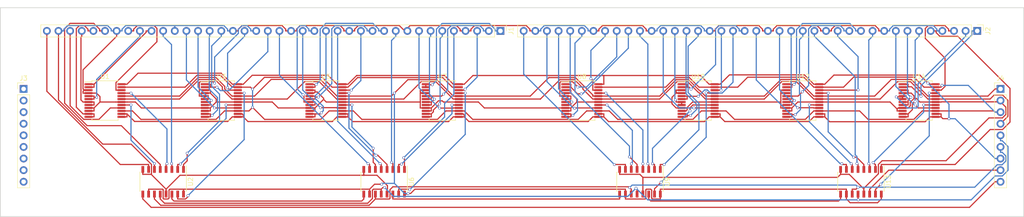
<source format=kicad_pcb>
(kicad_pcb (version 4) (host pcbnew 4.0.7)
  (layers (0 F.Cu signal) (31 B.Cu signal) (34 B.Paste user) (35 F.Paste user) (36 B.SilkS user) (37 F.SilkS user) (38 B.Mask user) (39 F.Mask user) (44 Edge.Cuts user))
  (net 0 "")
  (net 1 /OUT9-1)
  (net 2 /OUT9-2)
  (net 3 /RIN9)
  (net 4 GND)
  (net 5 /COM9)
  (net 6 /OUT10-1)
  (net 7 /OUT10-2)
  (net 8 /RIN10)
  (net 9 /COM10)
  (net 10 /OUT11-1)
  (net 11 /OUT11-2)
  (net 12 /RIN11)
  (net 13 /COM11)
  (net 14 /OUT12-1)
  (net 15 /OUT12-2)
  (net 16 /RIN12)
  (net 17 /COM12)
  (net 18 /OUT13-1)
  (net 19 /OUT13-2)
  (net 20 /RIN13)
  (net 21 /COM13)
  (net 22 /OUT14-1)
  (net 23 /OUT14-2)
  (net 24 /RIN14)
  (net 25 /COM14)
  (net 26 /OUT15-1)
  (net 27 /OUT15-2)
  (net 28 /RIN15)
  (net 29 /COM15)
  (net 30 /OUT16-1)
  (net 31 /OUT16-2)
  (net 32 /RIN16)
  (net 33 /COM16)
  (net 34 /OUT1-1)
  (net 35 /OUT1-2)
  (net 36 /RIN1)
  (net 37 /COM1)
  (net 38 /OUT2-1)
  (net 39 /OUT2-2)
  (net 40 /RIN2)
  (net 41 /COM2)
  (net 42 /OUT3-1)
  (net 43 /OUT3-2)
  (net 44 /RIN3)
  (net 45 /COM3)
  (net 46 /OUT4-1)
  (net 47 /OUT4-2)
  (net 48 /RIN4)
  (net 49 /COM4)
  (net 50 /OUT5-1)
  (net 51 /OUT5-2)
  (net 52 /RIN5)
  (net 53 /COM5)
  (net 54 /OUT6-1)
  (net 55 /OUT6-2)
  (net 56 /RIN6)
  (net 57 /COM6)
  (net 58 /OUT7-1)
  (net 59 /OUT7-2)
  (net 60 /RIN7)
  (net 61 /COM7)
  (net 62 /OUT8-1)
  (net 63 /OUT8-2)
  (net 64 /RIN8)
  (net 65 /COM8)
  (net 66 "Net-(J3-Pad1)")
  (net 67 "Net-(J3-Pad2)")
  (net 68 "Net-(J3-Pad3)")
  (net 69 "Net-(J3-Pad4)")
  (net 70 "Net-(J3-Pad5)")
  (net 71 "Net-(J3-Pad6)")
  (net 72 "Net-(J3-Pad7)")
  (net 73 "Net-(J3-Pad8)")
  (net 74 "Net-(J3-Pad9)")
  (net 75 +5V)
  (net 76 "Net-(J4-Pad3)")
  (net 77 "Net-(J4-Pad4)")
  (net 78 "Net-(J4-Pad5)")
  (net 79 "Net-(J4-Pad6)")
  (net 80 "Net-(J4-Pad7)")
  (net 81 "Net-(J4-Pad8)")
  (net 82 "Net-(J4-Pad9)")
  (net 83 /FIN16)
  (net 84 /FIN15)
  (net 85 /FIN14)
  (net 86 "Net-(U2-Pad14)")
  (net 87 /FIN13)
  (net 88 /FIN12)
  (net 89 /FIN11)
  (net 90 /FIN10)
  (net 91 "Net-(U6-Pad14)")
  (net 92 /FIN9)
  (net 93 /FIN8)
  (net 94 /FIN7)
  (net 95 /FIN6)
  (net 96 "Net-(U13-Pad9)")
  (net 97 /FIN5)
  (net 98 /FIN4)
  (net 99 /FIN3)
  (net 100 /FIN2)
  (net 101 /FIN1)
  (module Pin_Headers:Pin_Header_Straight_1x40_Pitch2.54mm (layer F.Cu) (at 144.78 88.9 270)
    (fp_text reference J1 (at 0 -2.33 270) (layer F.SilkS))
    (fp_text value Conn_01x40_Male)
    (pad 1 thru_hole rect (at 0 0 270) (size 1.7 1.7) (drill 1) (layers *.Cu *.Mask) (net 1 /OUT9-1))
    (pad 2 thru_hole oval (at 0 2.54 270) (size 1.7 1.7) (drill 1) (layers *.Cu *.Mask) (net 2 /OUT9-2))
    (pad 3 thru_hole oval (at 0 5.08 270) (size 1.7 1.7) (drill 1) (layers *.Cu *.Mask) (net 3 /RIN9))
    (pad 4 thru_hole oval (at 0 7.62 270) (size 1.7 1.7) (drill 1) (layers *.Cu *.Mask) (net 4 GND))
    (pad 5 thru_hole oval (at 0 10.16 270) (size 1.7 1.7) (drill 1) (layers *.Cu *.Mask) (net 5 /COM9))
    (pad 6 thru_hole oval (at 0 12.7 270) (size 1.7 1.7) (drill 1) (layers *.Cu *.Mask) (net 6 /OUT10-1))
    (pad 7 thru_hole oval (at 0 15.24 270) (size 1.7 1.7) (drill 1) (layers *.Cu *.Mask) (net 7 /OUT10-2))
    (pad 8 thru_hole oval (at 0 17.78 270) (size 1.7 1.7) (drill 1) (layers *.Cu *.Mask) (net 8 /RIN10))
    (pad 9 thru_hole oval (at 0 20.32 270) (size 1.7 1.7) (drill 1) (layers *.Cu *.Mask) (net 4 GND))
    (pad 10 thru_hole oval (at 0 22.86 270) (size 1.7 1.7) (drill 1) (layers *.Cu *.Mask) (net 9 /COM10))
    (pad 11 thru_hole oval (at 0 25.4 270) (size 1.7 1.7) (drill 1) (layers *.Cu *.Mask) (net 10 /OUT11-1))
    (pad 12 thru_hole oval (at 0 27.94 270) (size 1.7 1.7) (drill 1) (layers *.Cu *.Mask) (net 11 /OUT11-2))
    (pad 13 thru_hole oval (at 0 30.48 270) (size 1.7 1.7) (drill 1) (layers *.Cu *.Mask) (net 12 /RIN11))
    (pad 14 thru_hole oval (at 0 33.02 270) (size 1.7 1.7) (drill 1) (layers *.Cu *.Mask) (net 4 GND))
    (pad 15 thru_hole oval (at 0 35.56 270) (size 1.7 1.7) (drill 1) (layers *.Cu *.Mask) (net 13 /COM11))
    (pad 16 thru_hole oval (at 0 38.1 270) (size 1.7 1.7) (drill 1) (layers *.Cu *.Mask) (net 14 /OUT12-1))
    (pad 17 thru_hole oval (at 0 40.64 270) (size 1.7 1.7) (drill 1) (layers *.Cu *.Mask) (net 15 /OUT12-2))
    (pad 18 thru_hole oval (at 0 43.18 270) (size 1.7 1.7) (drill 1) (layers *.Cu *.Mask) (net 16 /RIN12))
    (pad 19 thru_hole oval (at 0 45.72 270) (size 1.7 1.7) (drill 1) (layers *.Cu *.Mask) (net 4 GND))
    (pad 20 thru_hole oval (at 0 48.26 270) (size 1.7 1.7) (drill 1) (layers *.Cu *.Mask) (net 17 /COM12))
    (pad 21 thru_hole oval (at 0 50.8 270) (size 1.7 1.7) (drill 1) (layers *.Cu *.Mask) (net 18 /OUT13-1))
    (pad 22 thru_hole oval (at 0 53.34 270) (size 1.7 1.7) (drill 1) (layers *.Cu *.Mask) (net 19 /OUT13-2))
    (pad 23 thru_hole oval (at 0 55.88 270) (size 1.7 1.7) (drill 1) (layers *.Cu *.Mask) (net 20 /RIN13))
    (pad 24 thru_hole oval (at 0 58.42 270) (size 1.7 1.7) (drill 1) (layers *.Cu *.Mask) (net 4 GND))
    (pad 25 thru_hole oval (at 0 60.96 270) (size 1.7 1.7) (drill 1) (layers *.Cu *.Mask) (net 21 /COM13))
    (pad 26 thru_hole oval (at 0 63.5 270) (size 1.7 1.7) (drill 1) (layers *.Cu *.Mask) (net 22 /OUT14-1))
    (pad 27 thru_hole oval (at 0 66.04 270) (size 1.7 1.7) (drill 1) (layers *.Cu *.Mask) (net 23 /OUT14-2))
    (pad 28 thru_hole oval (at 0 68.58 270) (size 1.7 1.7) (drill 1) (layers *.Cu *.Mask) (net 24 /RIN14))
    (pad 29 thru_hole oval (at 0 71.12 270) (size 1.7 1.7) (drill 1) (layers *.Cu *.Mask) (net 4 GND))
    (pad 30 thru_hole oval (at 0 73.66 270) (size 1.7 1.7) (drill 1) (layers *.Cu *.Mask) (net 25 /COM14))
    (pad 31 thru_hole oval (at 0 76.2 270) (size 1.7 1.7) (drill 1) (layers *.Cu *.Mask) (net 26 /OUT15-1))
    (pad 32 thru_hole oval (at 0 78.74 270) (size 1.7 1.7) (drill 1) (layers *.Cu *.Mask) (net 27 /OUT15-2))
    (pad 33 thru_hole oval (at 0 81.28 270) (size 1.7 1.7) (drill 1) (layers *.Cu *.Mask) (net 28 /RIN15))
    (pad 34 thru_hole oval (at 0 83.82 270) (size 1.7 1.7) (drill 1) (layers *.Cu *.Mask) (net 4 GND))
    (pad 35 thru_hole oval (at 0 86.36 270) (size 1.7 1.7) (drill 1) (layers *.Cu *.Mask) (net 29 /COM15))
    (pad 36 thru_hole oval (at 0 88.9 270) (size 1.7 1.7) (drill 1) (layers *.Cu *.Mask) (net 30 /OUT16-1))
    (pad 37 thru_hole oval (at 0 91.44 270) (size 1.7 1.7) (drill 1) (layers *.Cu *.Mask) (net 31 /OUT16-2))
    (pad 38 thru_hole oval (at 0 93.98 270) (size 1.7 1.7) (drill 1) (layers *.Cu *.Mask) (net 32 /RIN16))
    (pad 39 thru_hole oval (at 0 96.52 270) (size 1.7 1.7) (drill 1) (layers *.Cu *.Mask) (net 4 GND))
    (pad 40 thru_hole oval (at 0 99.06 270) (size 1.7 1.7) (drill 1) (layers *.Cu *.Mask) (net 33 /COM16))
  )
  (module Pin_Headers:Pin_Header_Straight_1x40_Pitch2.54mm (layer F.Cu) (at 248.92 88.9 270)
    (fp_text reference J2 (at 0 -2.33 270) (layer F.SilkS))
    (fp_text value Conn_01x40_Male)
    (pad 1 thru_hole rect (at 0 0 270) (size 1.7 1.7) (drill 1) (layers *.Cu *.Mask) (net 34 /OUT1-1))
    (pad 2 thru_hole oval (at 0 2.54 270) (size 1.7 1.7) (drill 1) (layers *.Cu *.Mask) (net 35 /OUT1-2))
    (pad 3 thru_hole oval (at 0 5.08 270) (size 1.7 1.7) (drill 1) (layers *.Cu *.Mask) (net 36 /RIN1))
    (pad 4 thru_hole oval (at 0 7.62 270) (size 1.7 1.7) (drill 1) (layers *.Cu *.Mask) (net 4 GND))
    (pad 5 thru_hole oval (at 0 10.16 270) (size 1.7 1.7) (drill 1) (layers *.Cu *.Mask) (net 37 /COM1))
    (pad 6 thru_hole oval (at 0 12.7 270) (size 1.7 1.7) (drill 1) (layers *.Cu *.Mask) (net 38 /OUT2-1))
    (pad 7 thru_hole oval (at 0 15.24 270) (size 1.7 1.7) (drill 1) (layers *.Cu *.Mask) (net 39 /OUT2-2))
    (pad 8 thru_hole oval (at 0 17.78 270) (size 1.7 1.7) (drill 1) (layers *.Cu *.Mask) (net 40 /RIN2))
    (pad 9 thru_hole oval (at 0 20.32 270) (size 1.7 1.7) (drill 1) (layers *.Cu *.Mask) (net 4 GND))
    (pad 10 thru_hole oval (at 0 22.86 270) (size 1.7 1.7) (drill 1) (layers *.Cu *.Mask) (net 41 /COM2))
    (pad 11 thru_hole oval (at 0 25.4 270) (size 1.7 1.7) (drill 1) (layers *.Cu *.Mask) (net 42 /OUT3-1))
    (pad 12 thru_hole oval (at 0 27.94 270) (size 1.7 1.7) (drill 1) (layers *.Cu *.Mask) (net 43 /OUT3-2))
    (pad 13 thru_hole oval (at 0 30.48 270) (size 1.7 1.7) (drill 1) (layers *.Cu *.Mask) (net 44 /RIN3))
    (pad 14 thru_hole oval (at 0 33.02 270) (size 1.7 1.7) (drill 1) (layers *.Cu *.Mask) (net 4 GND))
    (pad 15 thru_hole oval (at 0 35.56 270) (size 1.7 1.7) (drill 1) (layers *.Cu *.Mask) (net 45 /COM3))
    (pad 16 thru_hole oval (at 0 38.1 270) (size 1.7 1.7) (drill 1) (layers *.Cu *.Mask) (net 46 /OUT4-1))
    (pad 17 thru_hole oval (at 0 40.64 270) (size 1.7 1.7) (drill 1) (layers *.Cu *.Mask) (net 47 /OUT4-2))
    (pad 18 thru_hole oval (at 0 43.18 270) (size 1.7 1.7) (drill 1) (layers *.Cu *.Mask) (net 48 /RIN4))
    (pad 19 thru_hole oval (at 0 45.72 270) (size 1.7 1.7) (drill 1) (layers *.Cu *.Mask) (net 4 GND))
    (pad 20 thru_hole oval (at 0 48.26 270) (size 1.7 1.7) (drill 1) (layers *.Cu *.Mask) (net 49 /COM4))
    (pad 21 thru_hole oval (at 0 50.8 270) (size 1.7 1.7) (drill 1) (layers *.Cu *.Mask) (net 50 /OUT5-1))
    (pad 22 thru_hole oval (at 0 53.34 270) (size 1.7 1.7) (drill 1) (layers *.Cu *.Mask) (net 51 /OUT5-2))
    (pad 23 thru_hole oval (at 0 55.88 270) (size 1.7 1.7) (drill 1) (layers *.Cu *.Mask) (net 52 /RIN5))
    (pad 24 thru_hole oval (at 0 58.42 270) (size 1.7 1.7) (drill 1) (layers *.Cu *.Mask) (net 4 GND))
    (pad 25 thru_hole oval (at 0 60.96 270) (size 1.7 1.7) (drill 1) (layers *.Cu *.Mask) (net 53 /COM5))
    (pad 26 thru_hole oval (at 0 63.5 270) (size 1.7 1.7) (drill 1) (layers *.Cu *.Mask) (net 54 /OUT6-1))
    (pad 27 thru_hole oval (at 0 66.04 270) (size 1.7 1.7) (drill 1) (layers *.Cu *.Mask) (net 55 /OUT6-2))
    (pad 28 thru_hole oval (at 0 68.58 270) (size 1.7 1.7) (drill 1) (layers *.Cu *.Mask) (net 56 /RIN6))
    (pad 29 thru_hole oval (at 0 71.12 270) (size 1.7 1.7) (drill 1) (layers *.Cu *.Mask) (net 4 GND))
    (pad 30 thru_hole oval (at 0 73.66 270) (size 1.7 1.7) (drill 1) (layers *.Cu *.Mask) (net 57 /COM6))
    (pad 31 thru_hole oval (at 0 76.2 270) (size 1.7 1.7) (drill 1) (layers *.Cu *.Mask) (net 58 /OUT7-1))
    (pad 32 thru_hole oval (at 0 78.74 270) (size 1.7 1.7) (drill 1) (layers *.Cu *.Mask) (net 59 /OUT7-2))
    (pad 33 thru_hole oval (at 0 81.28 270) (size 1.7 1.7) (drill 1) (layers *.Cu *.Mask) (net 60 /RIN7))
    (pad 34 thru_hole oval (at 0 83.82 270) (size 1.7 1.7) (drill 1) (layers *.Cu *.Mask) (net 4 GND))
    (pad 35 thru_hole oval (at 0 86.36 270) (size 1.7 1.7) (drill 1) (layers *.Cu *.Mask) (net 61 /COM7))
    (pad 36 thru_hole oval (at 0 88.9 270) (size 1.7 1.7) (drill 1) (layers *.Cu *.Mask) (net 62 /OUT8-1))
    (pad 37 thru_hole oval (at 0 91.44 270) (size 1.7 1.7) (drill 1) (layers *.Cu *.Mask) (net 63 /OUT8-2))
    (pad 38 thru_hole oval (at 0 93.98 270) (size 1.7 1.7) (drill 1) (layers *.Cu *.Mask) (net 64 /RIN8))
    (pad 39 thru_hole oval (at 0 96.52 270) (size 1.7 1.7) (drill 1) (layers *.Cu *.Mask) (net 4 GND))
    (pad 40 thru_hole oval (at 0 99.06 270) (size 1.7 1.7) (drill 1) (layers *.Cu *.Mask) (net 65 /COM8))
  )
  (module Pin_Headers:Pin_Header_Straight_1x09_Pitch2.54mm (layer F.Cu) (at 40.64 101.6)
    (fp_text reference J3 (at 0 -2.33) (layer F.SilkS))
    (fp_text value Conn_01x09)
    (pad 1 thru_hole rect (at 0 0) (size 1.7 1.7) (drill 1) (layers *.Cu *.Mask) (net 66 "Net-(J3-Pad1)"))
    (pad 2 thru_hole oval (at 0 2.54) (size 1.7 1.7) (drill 1) (layers *.Cu *.Mask) (net 67 "Net-(J3-Pad2)"))
    (pad 3 thru_hole oval (at 0 5.08) (size 1.7 1.7) (drill 1) (layers *.Cu *.Mask) (net 68 "Net-(J3-Pad3)"))
    (pad 4 thru_hole oval (at 0 7.62) (size 1.7 1.7) (drill 1) (layers *.Cu *.Mask) (net 69 "Net-(J3-Pad4)"))
    (pad 5 thru_hole oval (at 0 10.16) (size 1.7 1.7) (drill 1) (layers *.Cu *.Mask) (net 70 "Net-(J3-Pad5)"))
    (pad 6 thru_hole oval (at 0 12.7) (size 1.7 1.7) (drill 1) (layers *.Cu *.Mask) (net 71 "Net-(J3-Pad6)"))
    (pad 7 thru_hole oval (at 0 15.24) (size 1.7 1.7) (drill 1) (layers *.Cu *.Mask) (net 72 "Net-(J3-Pad7)"))
    (pad 8 thru_hole oval (at 0 17.78) (size 1.7 1.7) (drill 1) (layers *.Cu *.Mask) (net 73 "Net-(J3-Pad8)"))
    (pad 9 thru_hole oval (at 0 20.32) (size 1.7 1.7) (drill 1) (layers *.Cu *.Mask) (net 74 "Net-(J3-Pad9)"))
  )
  (module Pin_Headers:Pin_Header_Straight_1x09_Pitch2.54mm (layer F.Cu) (at 254 101.6)
    (fp_text reference J4 (at 0 -2.33) (layer F.SilkS))
    (fp_text value Conn_01x09)
    (pad 1 thru_hole rect (at 0 0) (size 1.7 1.7) (drill 1) (layers *.Cu *.Mask) (net 75 +5V))
    (pad 2 thru_hole oval (at 0 2.54) (size 1.7 1.7) (drill 1) (layers *.Cu *.Mask) (net 4 GND))
    (pad 3 thru_hole oval (at 0 5.08) (size 1.7 1.7) (drill 1) (layers *.Cu *.Mask) (net 76 "Net-(J4-Pad3)"))
    (pad 4 thru_hole oval (at 0 7.62) (size 1.7 1.7) (drill 1) (layers *.Cu *.Mask) (net 77 "Net-(J4-Pad4)"))
    (pad 5 thru_hole oval (at 0 10.16) (size 1.7 1.7) (drill 1) (layers *.Cu *.Mask) (net 78 "Net-(J4-Pad5)"))
    (pad 6 thru_hole oval (at 0 12.7) (size 1.7 1.7) (drill 1) (layers *.Cu *.Mask) (net 79 "Net-(J4-Pad6)"))
    (pad 7 thru_hole oval (at 0 15.24) (size 1.7 1.7) (drill 1) (layers *.Cu *.Mask) (net 80 "Net-(J4-Pad7)"))
    (pad 8 thru_hole oval (at 0 17.78) (size 1.7 1.7) (drill 1) (layers *.Cu *.Mask) (net 81 "Net-(J4-Pad8)"))
    (pad 9 thru_hole oval (at 0 20.32) (size 1.7 1.7) (drill 1) (layers *.Cu *.Mask) (net 82 "Net-(J4-Pad9)"))
  )
  (module Housings_SSOP:SSOP-24_5.3x8.2mm_Pitch0.65mm (layer F.Cu) (at 58.42 104.14)
    (fp_text reference U1 (at 0 -5.25) (layer F.SilkS))
    (fp_text value "TB6612FNG(O,C,8,EL")
    (pad 1 smd rect (at -3.6 -3.575) (size 1.75 0.45) (layers F.Cu F.Paste F.Mask) (net 26 /OUT15-1))
    (pad 2 smd rect (at -3.6 -2.925) (size 1.75 0.45) (layers F.Cu F.Paste F.Mask) (net 26 /OUT15-1))
    (pad 3 smd rect (at -3.6 -2.275) (size 1.75 0.45) (layers F.Cu F.Paste F.Mask) (net 4 GND))
    (pad 4 smd rect (at -3.6 -1.625) (size 1.75 0.45) (layers F.Cu F.Paste F.Mask) (net 4 GND))
    (pad 5 smd rect (at -3.6 -0.975) (size 1.75 0.45) (layers F.Cu F.Paste F.Mask) (net 27 /OUT15-2))
    (pad 6 smd rect (at -3.6 -0.325) (size 1.75 0.45) (layers F.Cu F.Paste F.Mask) (net 27 /OUT15-2))
    (pad 7 smd rect (at -3.6 0.325) (size 1.75 0.45) (layers F.Cu F.Paste F.Mask) (net 31 /OUT16-2))
    (pad 8 smd rect (at -3.6 0.975) (size 1.75 0.45) (layers F.Cu F.Paste F.Mask) (net 31 /OUT16-2))
    (pad 9 smd rect (at -3.6 1.625) (size 1.75 0.45) (layers F.Cu F.Paste F.Mask) (net 4 GND))
    (pad 10 smd rect (at -3.6 2.275) (size 1.75 0.45) (layers F.Cu F.Paste F.Mask) (net 4 GND))
    (pad 11 smd rect (at -3.6 2.925) (size 1.75 0.45) (layers F.Cu F.Paste F.Mask) (net 30 /OUT16-1))
    (pad 12 smd rect (at -3.6 3.575) (size 1.75 0.45) (layers F.Cu F.Paste F.Mask) (net 30 /OUT16-1))
    (pad 13 smd rect (at 3.6 3.575) (size 1.75 0.45) (layers F.Cu F.Paste F.Mask) (net 80 "Net-(J4-Pad7)"))
    (pad 14 smd rect (at 3.6 2.925) (size 1.75 0.45) (layers F.Cu F.Paste F.Mask) (net 80 "Net-(J4-Pad7)"))
    (pad 15 smd rect (at 3.6 2.275) (size 1.75 0.45) (layers F.Cu F.Paste F.Mask) (net 76 "Net-(J4-Pad3)"))
    (pad 16 smd rect (at 3.6 1.625) (size 1.75 0.45) (layers F.Cu F.Paste F.Mask) (net 32 /RIN16))
    (pad 17 smd rect (at 3.6 0.975) (size 1.75 0.45) (layers F.Cu F.Paste F.Mask) (net 83 /FIN16))
    (pad 18 smd rect (at 3.6 0.325) (size 1.75 0.45) (layers F.Cu F.Paste F.Mask) (net 4 GND))
    (pad 19 smd rect (at 3.6 -0.325) (size 1.75 0.45) (layers F.Cu F.Paste F.Mask) (net 77 "Net-(J4-Pad4)"))
    (pad 20 smd rect (at 3.6 -0.975) (size 1.75 0.45) (layers F.Cu F.Paste F.Mask) (net 75 +5V))
    (pad 21 smd rect (at 3.6 -1.625) (size 1.75 0.45) (layers F.Cu F.Paste F.Mask) (net 84 /FIN15))
    (pad 22 smd rect (at 3.6 -2.275) (size 1.75 0.45) (layers F.Cu F.Paste F.Mask) (net 28 /RIN15))
    (pad 23 smd rect (at 3.6 -2.925) (size 1.75 0.45) (layers F.Cu F.Paste F.Mask) (net 76 "Net-(J4-Pad3)"))
    (pad 24 smd rect (at 3.6 -3.575) (size 1.75 0.45) (layers F.Cu F.Paste F.Mask) (net 80 "Net-(J4-Pad7)"))
  )
  (module Housings_SOIC:SOIC-16_3.9x9.9mm_Pitch1.27mm (layer F.Cu) (at 71.12 121.92 270)
    (fp_text reference U2 (at 0 -6 270) (layer F.SilkS))
    (fp_text value SN74HC595DR)
    (pad 1 smd rect (at -2.7 -4.445 270) (size 1.5 0.6) (layers F.Cu F.Paste F.Mask) (net 21 /COM13))
    (pad 2 smd rect (at -2.7 -3.175 270) (size 1.5 0.6) (layers F.Cu F.Paste F.Mask) (net 85 /FIN14))
    (pad 3 smd rect (at -2.7 -1.905 270) (size 1.5 0.6) (layers F.Cu F.Paste F.Mask) (net 25 /COM14))
    (pad 4 smd rect (at -2.7 -0.635 270) (size 1.5 0.6) (layers F.Cu F.Paste F.Mask) (net 84 /FIN15))
    (pad 5 smd rect (at -2.7 0.635 270) (size 1.5 0.6) (layers F.Cu F.Paste F.Mask) (net 29 /COM15))
    (pad 6 smd rect (at -2.7 1.905 270) (size 1.5 0.6) (layers F.Cu F.Paste F.Mask) (net 83 /FIN16))
    (pad 7 smd rect (at -2.7 3.175 270) (size 1.5 0.6) (layers F.Cu F.Paste F.Mask) (net 33 /COM16))
    (pad 8 smd rect (at -2.7 4.445 270) (size 1.5 0.6) (layers F.Cu F.Paste F.Mask) (net 4 GND))
    (pad 9 smd rect (at 2.7 4.445 270) (size 1.5 0.6) (layers F.Cu F.Paste F.Mask) (net 82 "Net-(J4-Pad9)"))
    (pad 10 smd rect (at 2.7 3.175 270) (size 1.5 0.6) (layers F.Cu F.Paste F.Mask) (net 75 +5V))
    (pad 11 smd rect (at 2.7 1.905 270) (size 1.5 0.6) (layers F.Cu F.Paste F.Mask) (net 79 "Net-(J4-Pad6)"))
    (pad 12 smd rect (at 2.7 0.635 270) (size 1.5 0.6) (layers F.Cu F.Paste F.Mask) (net 78 "Net-(J4-Pad5)"))
    (pad 13 smd rect (at 2.7 -0.635 270) (size 1.5 0.6) (layers F.Cu F.Paste F.Mask) (net 4 GND))
    (pad 14 smd rect (at 2.7 -1.905 270) (size 1.5 0.6) (layers F.Cu F.Paste F.Mask) (net 86 "Net-(U2-Pad14)"))
    (pad 15 smd rect (at 2.7 -3.175 270) (size 1.5 0.6) (layers F.Cu F.Paste F.Mask) (net 87 /FIN13))
    (pad 16 smd rect (at 2.7 -4.445 270) (size 1.5 0.6) (layers F.Cu F.Paste F.Mask) (net 75 +5V))
  )
  (module Housings_SSOP:SSOP-24_5.3x8.2mm_Pitch0.65mm (layer F.Cu) (at 83.82 104.14)
    (fp_text reference U3 (at 0 -5.25) (layer F.SilkS))
    (fp_text value "TB6612FNG(O,C,8,EL")
    (pad 1 smd rect (at -3.6 -3.575) (size 1.75 0.45) (layers F.Cu F.Paste F.Mask) (net 18 /OUT13-1))
    (pad 2 smd rect (at -3.6 -2.925) (size 1.75 0.45) (layers F.Cu F.Paste F.Mask) (net 18 /OUT13-1))
    (pad 3 smd rect (at -3.6 -2.275) (size 1.75 0.45) (layers F.Cu F.Paste F.Mask) (net 4 GND))
    (pad 4 smd rect (at -3.6 -1.625) (size 1.75 0.45) (layers F.Cu F.Paste F.Mask) (net 4 GND))
    (pad 5 smd rect (at -3.6 -0.975) (size 1.75 0.45) (layers F.Cu F.Paste F.Mask) (net 19 /OUT13-2))
    (pad 6 smd rect (at -3.6 -0.325) (size 1.75 0.45) (layers F.Cu F.Paste F.Mask) (net 19 /OUT13-2))
    (pad 7 smd rect (at -3.6 0.325) (size 1.75 0.45) (layers F.Cu F.Paste F.Mask) (net 23 /OUT14-2))
    (pad 8 smd rect (at -3.6 0.975) (size 1.75 0.45) (layers F.Cu F.Paste F.Mask) (net 23 /OUT14-2))
    (pad 9 smd rect (at -3.6 1.625) (size 1.75 0.45) (layers F.Cu F.Paste F.Mask) (net 4 GND))
    (pad 10 smd rect (at -3.6 2.275) (size 1.75 0.45) (layers F.Cu F.Paste F.Mask) (net 4 GND))
    (pad 11 smd rect (at -3.6 2.925) (size 1.75 0.45) (layers F.Cu F.Paste F.Mask) (net 22 /OUT14-1))
    (pad 12 smd rect (at -3.6 3.575) (size 1.75 0.45) (layers F.Cu F.Paste F.Mask) (net 22 /OUT14-1))
    (pad 13 smd rect (at 3.6 3.575) (size 1.75 0.45) (layers F.Cu F.Paste F.Mask) (net 80 "Net-(J4-Pad7)"))
    (pad 14 smd rect (at 3.6 2.925) (size 1.75 0.45) (layers F.Cu F.Paste F.Mask) (net 80 "Net-(J4-Pad7)"))
    (pad 15 smd rect (at 3.6 2.275) (size 1.75 0.45) (layers F.Cu F.Paste F.Mask) (net 76 "Net-(J4-Pad3)"))
    (pad 16 smd rect (at 3.6 1.625) (size 1.75 0.45) (layers F.Cu F.Paste F.Mask) (net 24 /RIN14))
    (pad 17 smd rect (at 3.6 0.975) (size 1.75 0.45) (layers F.Cu F.Paste F.Mask) (net 85 /FIN14))
    (pad 18 smd rect (at 3.6 0.325) (size 1.75 0.45) (layers F.Cu F.Paste F.Mask) (net 4 GND))
    (pad 19 smd rect (at 3.6 -0.325) (size 1.75 0.45) (layers F.Cu F.Paste F.Mask) (net 77 "Net-(J4-Pad4)"))
    (pad 20 smd rect (at 3.6 -0.975) (size 1.75 0.45) (layers F.Cu F.Paste F.Mask) (net 75 +5V))
    (pad 21 smd rect (at 3.6 -1.625) (size 1.75 0.45) (layers F.Cu F.Paste F.Mask) (net 87 /FIN13))
    (pad 22 smd rect (at 3.6 -2.275) (size 1.75 0.45) (layers F.Cu F.Paste F.Mask) (net 20 /RIN13))
    (pad 23 smd rect (at 3.6 -2.925) (size 1.75 0.45) (layers F.Cu F.Paste F.Mask) (net 76 "Net-(J4-Pad3)"))
    (pad 24 smd rect (at 3.6 -3.575) (size 1.75 0.45) (layers F.Cu F.Paste F.Mask) (net 80 "Net-(J4-Pad7)"))
  )
  (module Housings_SSOP:SSOP-24_5.3x8.2mm_Pitch0.65mm (layer F.Cu) (at 106.68 104.14)
    (fp_text reference U5 (at 0 -5.25) (layer F.SilkS))
    (fp_text value "TB6612FNG(O,C,8,EL")
    (pad 1 smd rect (at -3.6 -3.575) (size 1.75 0.45) (layers F.Cu F.Paste F.Mask) (net 10 /OUT11-1))
    (pad 2 smd rect (at -3.6 -2.925) (size 1.75 0.45) (layers F.Cu F.Paste F.Mask) (net 10 /OUT11-1))
    (pad 3 smd rect (at -3.6 -2.275) (size 1.75 0.45) (layers F.Cu F.Paste F.Mask) (net 4 GND))
    (pad 4 smd rect (at -3.6 -1.625) (size 1.75 0.45) (layers F.Cu F.Paste F.Mask) (net 4 GND))
    (pad 5 smd rect (at -3.6 -0.975) (size 1.75 0.45) (layers F.Cu F.Paste F.Mask) (net 11 /OUT11-2))
    (pad 6 smd rect (at -3.6 -0.325) (size 1.75 0.45) (layers F.Cu F.Paste F.Mask) (net 11 /OUT11-2))
    (pad 7 smd rect (at -3.6 0.325) (size 1.75 0.45) (layers F.Cu F.Paste F.Mask) (net 15 /OUT12-2))
    (pad 8 smd rect (at -3.6 0.975) (size 1.75 0.45) (layers F.Cu F.Paste F.Mask) (net 15 /OUT12-2))
    (pad 9 smd rect (at -3.6 1.625) (size 1.75 0.45) (layers F.Cu F.Paste F.Mask) (net 4 GND))
    (pad 10 smd rect (at -3.6 2.275) (size 1.75 0.45) (layers F.Cu F.Paste F.Mask) (net 4 GND))
    (pad 11 smd rect (at -3.6 2.925) (size 1.75 0.45) (layers F.Cu F.Paste F.Mask) (net 14 /OUT12-1))
    (pad 12 smd rect (at -3.6 3.575) (size 1.75 0.45) (layers F.Cu F.Paste F.Mask) (net 14 /OUT12-1))
    (pad 13 smd rect (at 3.6 3.575) (size 1.75 0.45) (layers F.Cu F.Paste F.Mask) (net 80 "Net-(J4-Pad7)"))
    (pad 14 smd rect (at 3.6 2.925) (size 1.75 0.45) (layers F.Cu F.Paste F.Mask) (net 80 "Net-(J4-Pad7)"))
    (pad 15 smd rect (at 3.6 2.275) (size 1.75 0.45) (layers F.Cu F.Paste F.Mask) (net 76 "Net-(J4-Pad3)"))
    (pad 16 smd rect (at 3.6 1.625) (size 1.75 0.45) (layers F.Cu F.Paste F.Mask) (net 16 /RIN12))
    (pad 17 smd rect (at 3.6 0.975) (size 1.75 0.45) (layers F.Cu F.Paste F.Mask) (net 88 /FIN12))
    (pad 18 smd rect (at 3.6 0.325) (size 1.75 0.45) (layers F.Cu F.Paste F.Mask) (net 4 GND))
    (pad 19 smd rect (at 3.6 -0.325) (size 1.75 0.45) (layers F.Cu F.Paste F.Mask) (net 77 "Net-(J4-Pad4)"))
    (pad 20 smd rect (at 3.6 -0.975) (size 1.75 0.45) (layers F.Cu F.Paste F.Mask) (net 75 +5V))
    (pad 21 smd rect (at 3.6 -1.625) (size 1.75 0.45) (layers F.Cu F.Paste F.Mask) (net 89 /FIN11))
    (pad 22 smd rect (at 3.6 -2.275) (size 1.75 0.45) (layers F.Cu F.Paste F.Mask) (net 12 /RIN11))
    (pad 23 smd rect (at 3.6 -2.925) (size 1.75 0.45) (layers F.Cu F.Paste F.Mask) (net 76 "Net-(J4-Pad3)"))
    (pad 24 smd rect (at 3.6 -3.575) (size 1.75 0.45) (layers F.Cu F.Paste F.Mask) (net 80 "Net-(J4-Pad7)"))
  )
  (module Housings_SOIC:SOIC-16_3.9x9.9mm_Pitch1.27mm (layer F.Cu) (at 119.38 121.92 270)
    (fp_text reference U6 (at 0 -6 270) (layer F.SilkS))
    (fp_text value SN74HC595DR)
    (pad 1 smd rect (at -2.7 -4.445 270) (size 1.5 0.6) (layers F.Cu F.Paste F.Mask) (net 5 /COM9))
    (pad 2 smd rect (at -2.7 -3.175 270) (size 1.5 0.6) (layers F.Cu F.Paste F.Mask) (net 90 /FIN10))
    (pad 3 smd rect (at -2.7 -1.905 270) (size 1.5 0.6) (layers F.Cu F.Paste F.Mask) (net 9 /COM10))
    (pad 4 smd rect (at -2.7 -0.635 270) (size 1.5 0.6) (layers F.Cu F.Paste F.Mask) (net 89 /FIN11))
    (pad 5 smd rect (at -2.7 0.635 270) (size 1.5 0.6) (layers F.Cu F.Paste F.Mask) (net 13 /COM11))
    (pad 6 smd rect (at -2.7 1.905 270) (size 1.5 0.6) (layers F.Cu F.Paste F.Mask) (net 88 /FIN12))
    (pad 7 smd rect (at -2.7 3.175 270) (size 1.5 0.6) (layers F.Cu F.Paste F.Mask) (net 17 /COM12))
    (pad 8 smd rect (at -2.7 4.445 270) (size 1.5 0.6) (layers F.Cu F.Paste F.Mask) (net 4 GND))
    (pad 9 smd rect (at 2.7 4.445 270) (size 1.5 0.6) (layers F.Cu F.Paste F.Mask) (net 86 "Net-(U2-Pad14)"))
    (pad 10 smd rect (at 2.7 3.175 270) (size 1.5 0.6) (layers F.Cu F.Paste F.Mask) (net 75 +5V))
    (pad 11 smd rect (at 2.7 1.905 270) (size 1.5 0.6) (layers F.Cu F.Paste F.Mask) (net 79 "Net-(J4-Pad6)"))
    (pad 12 smd rect (at 2.7 0.635 270) (size 1.5 0.6) (layers F.Cu F.Paste F.Mask) (net 78 "Net-(J4-Pad5)"))
    (pad 13 smd rect (at 2.7 -0.635 270) (size 1.5 0.6) (layers F.Cu F.Paste F.Mask) (net 4 GND))
    (pad 14 smd rect (at 2.7 -1.905 270) (size 1.5 0.6) (layers F.Cu F.Paste F.Mask) (net 91 "Net-(U6-Pad14)"))
    (pad 15 smd rect (at 2.7 -3.175 270) (size 1.5 0.6) (layers F.Cu F.Paste F.Mask) (net 92 /FIN9))
    (pad 16 smd rect (at 2.7 -4.445 270) (size 1.5 0.6) (layers F.Cu F.Paste F.Mask) (net 75 +5V))
  )
  (module Housings_SSOP:SSOP-24_5.3x8.2mm_Pitch0.65mm (layer F.Cu) (at 132.08 104.14)
    (fp_text reference U7 (at 0 -5.25) (layer F.SilkS))
    (fp_text value "TB6612FNG(O,C,8,EL")
    (pad 1 smd rect (at -3.6 -3.575) (size 1.75 0.45) (layers F.Cu F.Paste F.Mask) (net 1 /OUT9-1))
    (pad 2 smd rect (at -3.6 -2.925) (size 1.75 0.45) (layers F.Cu F.Paste F.Mask) (net 1 /OUT9-1))
    (pad 3 smd rect (at -3.6 -2.275) (size 1.75 0.45) (layers F.Cu F.Paste F.Mask) (net 4 GND))
    (pad 4 smd rect (at -3.6 -1.625) (size 1.75 0.45) (layers F.Cu F.Paste F.Mask) (net 4 GND))
    (pad 5 smd rect (at -3.6 -0.975) (size 1.75 0.45) (layers F.Cu F.Paste F.Mask) (net 2 /OUT9-2))
    (pad 6 smd rect (at -3.6 -0.325) (size 1.75 0.45) (layers F.Cu F.Paste F.Mask) (net 2 /OUT9-2))
    (pad 7 smd rect (at -3.6 0.325) (size 1.75 0.45) (layers F.Cu F.Paste F.Mask) (net 7 /OUT10-2))
    (pad 8 smd rect (at -3.6 0.975) (size 1.75 0.45) (layers F.Cu F.Paste F.Mask) (net 7 /OUT10-2))
    (pad 9 smd rect (at -3.6 1.625) (size 1.75 0.45) (layers F.Cu F.Paste F.Mask) (net 4 GND))
    (pad 10 smd rect (at -3.6 2.275) (size 1.75 0.45) (layers F.Cu F.Paste F.Mask) (net 4 GND))
    (pad 11 smd rect (at -3.6 2.925) (size 1.75 0.45) (layers F.Cu F.Paste F.Mask) (net 6 /OUT10-1))
    (pad 12 smd rect (at -3.6 3.575) (size 1.75 0.45) (layers F.Cu F.Paste F.Mask) (net 6 /OUT10-1))
    (pad 13 smd rect (at 3.6 3.575) (size 1.75 0.45) (layers F.Cu F.Paste F.Mask) (net 80 "Net-(J4-Pad7)"))
    (pad 14 smd rect (at 3.6 2.925) (size 1.75 0.45) (layers F.Cu F.Paste F.Mask) (net 80 "Net-(J4-Pad7)"))
    (pad 15 smd rect (at 3.6 2.275) (size 1.75 0.45) (layers F.Cu F.Paste F.Mask) (net 76 "Net-(J4-Pad3)"))
    (pad 16 smd rect (at 3.6 1.625) (size 1.75 0.45) (layers F.Cu F.Paste F.Mask) (net 8 /RIN10))
    (pad 17 smd rect (at 3.6 0.975) (size 1.75 0.45) (layers F.Cu F.Paste F.Mask) (net 90 /FIN10))
    (pad 18 smd rect (at 3.6 0.325) (size 1.75 0.45) (layers F.Cu F.Paste F.Mask) (net 4 GND))
    (pad 19 smd rect (at 3.6 -0.325) (size 1.75 0.45) (layers F.Cu F.Paste F.Mask) (net 77 "Net-(J4-Pad4)"))
    (pad 20 smd rect (at 3.6 -0.975) (size 1.75 0.45) (layers F.Cu F.Paste F.Mask) (net 75 +5V))
    (pad 21 smd rect (at 3.6 -1.625) (size 1.75 0.45) (layers F.Cu F.Paste F.Mask) (net 92 /FIN9))
    (pad 22 smd rect (at 3.6 -2.275) (size 1.75 0.45) (layers F.Cu F.Paste F.Mask) (net 3 /RIN9))
    (pad 23 smd rect (at 3.6 -2.925) (size 1.75 0.45) (layers F.Cu F.Paste F.Mask) (net 76 "Net-(J4-Pad3)"))
    (pad 24 smd rect (at 3.6 -3.575) (size 1.75 0.45) (layers F.Cu F.Paste F.Mask) (net 80 "Net-(J4-Pad7)"))
  )
  (module Housings_SSOP:SSOP-24_5.3x8.2mm_Pitch0.65mm (layer F.Cu) (at 162.56 104.14)
    (fp_text reference U8 (at 0 -5.25) (layer F.SilkS))
    (fp_text value "TB6612FNG(O,C,8,EL")
    (pad 1 smd rect (at -3.6 -3.575) (size 1.75 0.45) (layers F.Cu F.Paste F.Mask) (net 58 /OUT7-1))
    (pad 2 smd rect (at -3.6 -2.925) (size 1.75 0.45) (layers F.Cu F.Paste F.Mask) (net 58 /OUT7-1))
    (pad 3 smd rect (at -3.6 -2.275) (size 1.75 0.45) (layers F.Cu F.Paste F.Mask) (net 4 GND))
    (pad 4 smd rect (at -3.6 -1.625) (size 1.75 0.45) (layers F.Cu F.Paste F.Mask) (net 4 GND))
    (pad 5 smd rect (at -3.6 -0.975) (size 1.75 0.45) (layers F.Cu F.Paste F.Mask) (net 59 /OUT7-2))
    (pad 6 smd rect (at -3.6 -0.325) (size 1.75 0.45) (layers F.Cu F.Paste F.Mask) (net 59 /OUT7-2))
    (pad 7 smd rect (at -3.6 0.325) (size 1.75 0.45) (layers F.Cu F.Paste F.Mask) (net 63 /OUT8-2))
    (pad 8 smd rect (at -3.6 0.975) (size 1.75 0.45) (layers F.Cu F.Paste F.Mask) (net 63 /OUT8-2))
    (pad 9 smd rect (at -3.6 1.625) (size 1.75 0.45) (layers F.Cu F.Paste F.Mask) (net 4 GND))
    (pad 10 smd rect (at -3.6 2.275) (size 1.75 0.45) (layers F.Cu F.Paste F.Mask) (net 4 GND))
    (pad 11 smd rect (at -3.6 2.925) (size 1.75 0.45) (layers F.Cu F.Paste F.Mask) (net 62 /OUT8-1))
    (pad 12 smd rect (at -3.6 3.575) (size 1.75 0.45) (layers F.Cu F.Paste F.Mask) (net 62 /OUT8-1))
    (pad 13 smd rect (at 3.6 3.575) (size 1.75 0.45) (layers F.Cu F.Paste F.Mask) (net 80 "Net-(J4-Pad7)"))
    (pad 14 smd rect (at 3.6 2.925) (size 1.75 0.45) (layers F.Cu F.Paste F.Mask) (net 80 "Net-(J4-Pad7)"))
    (pad 15 smd rect (at 3.6 2.275) (size 1.75 0.45) (layers F.Cu F.Paste F.Mask) (net 76 "Net-(J4-Pad3)"))
    (pad 16 smd rect (at 3.6 1.625) (size 1.75 0.45) (layers F.Cu F.Paste F.Mask) (net 64 /RIN8))
    (pad 17 smd rect (at 3.6 0.975) (size 1.75 0.45) (layers F.Cu F.Paste F.Mask) (net 93 /FIN8))
    (pad 18 smd rect (at 3.6 0.325) (size 1.75 0.45) (layers F.Cu F.Paste F.Mask) (net 4 GND))
    (pad 19 smd rect (at 3.6 -0.325) (size 1.75 0.45) (layers F.Cu F.Paste F.Mask) (net 77 "Net-(J4-Pad4)"))
    (pad 20 smd rect (at 3.6 -0.975) (size 1.75 0.45) (layers F.Cu F.Paste F.Mask) (net 75 +5V))
    (pad 21 smd rect (at 3.6 -1.625) (size 1.75 0.45) (layers F.Cu F.Paste F.Mask) (net 94 /FIN7))
    (pad 22 smd rect (at 3.6 -2.275) (size 1.75 0.45) (layers F.Cu F.Paste F.Mask) (net 60 /RIN7))
    (pad 23 smd rect (at 3.6 -2.925) (size 1.75 0.45) (layers F.Cu F.Paste F.Mask) (net 76 "Net-(J4-Pad3)"))
    (pad 24 smd rect (at 3.6 -3.575) (size 1.75 0.45) (layers F.Cu F.Paste F.Mask) (net 80 "Net-(J4-Pad7)"))
  )
  (module Housings_SOIC:SOIC-16_3.9x9.9mm_Pitch1.27mm (layer F.Cu) (at 175.26 121.92 270)
    (fp_text reference U9 (at 0 -6 270) (layer F.SilkS))
    (fp_text value SN74HC595DR)
    (pad 1 smd rect (at -2.7 -4.445 270) (size 1.5 0.6) (layers F.Cu F.Paste F.Mask) (net 53 /COM5))
    (pad 2 smd rect (at -2.7 -3.175 270) (size 1.5 0.6) (layers F.Cu F.Paste F.Mask) (net 95 /FIN6))
    (pad 3 smd rect (at -2.7 -1.905 270) (size 1.5 0.6) (layers F.Cu F.Paste F.Mask) (net 57 /COM6))
    (pad 4 smd rect (at -2.7 -0.635 270) (size 1.5 0.6) (layers F.Cu F.Paste F.Mask) (net 94 /FIN7))
    (pad 5 smd rect (at -2.7 0.635 270) (size 1.5 0.6) (layers F.Cu F.Paste F.Mask) (net 61 /COM7))
    (pad 6 smd rect (at -2.7 1.905 270) (size 1.5 0.6) (layers F.Cu F.Paste F.Mask) (net 93 /FIN8))
    (pad 7 smd rect (at -2.7 3.175 270) (size 1.5 0.6) (layers F.Cu F.Paste F.Mask) (net 65 /COM8))
    (pad 8 smd rect (at -2.7 4.445 270) (size 1.5 0.6) (layers F.Cu F.Paste F.Mask) (net 4 GND))
    (pad 9 smd rect (at 2.7 4.445 270) (size 1.5 0.6) (layers F.Cu F.Paste F.Mask) (net 91 "Net-(U6-Pad14)"))
    (pad 10 smd rect (at 2.7 3.175 270) (size 1.5 0.6) (layers F.Cu F.Paste F.Mask) (net 75 +5V))
    (pad 11 smd rect (at 2.7 1.905 270) (size 1.5 0.6) (layers F.Cu F.Paste F.Mask) (net 79 "Net-(J4-Pad6)"))
    (pad 12 smd rect (at 2.7 0.635 270) (size 1.5 0.6) (layers F.Cu F.Paste F.Mask) (net 78 "Net-(J4-Pad5)"))
    (pad 13 smd rect (at 2.7 -0.635 270) (size 1.5 0.6) (layers F.Cu F.Paste F.Mask) (net 4 GND))
    (pad 14 smd rect (at 2.7 -1.905 270) (size 1.5 0.6) (layers F.Cu F.Paste F.Mask) (net 96 "Net-(U13-Pad9)"))
    (pad 15 smd rect (at 2.7 -3.175 270) (size 1.5 0.6) (layers F.Cu F.Paste F.Mask) (net 97 /FIN5))
    (pad 16 smd rect (at 2.7 -4.445 270) (size 1.5 0.6) (layers F.Cu F.Paste F.Mask) (net 75 +5V))
  )
  (module Housings_SSOP:SSOP-24_5.3x8.2mm_Pitch0.65mm (layer F.Cu) (at 187.96 104.14)
    (fp_text reference U10 (at 0 -5.25) (layer F.SilkS))
    (fp_text value "TB6612FNG(O,C,8,EL")
    (pad 1 smd rect (at -3.6 -3.575) (size 1.75 0.45) (layers F.Cu F.Paste F.Mask) (net 50 /OUT5-1))
    (pad 2 smd rect (at -3.6 -2.925) (size 1.75 0.45) (layers F.Cu F.Paste F.Mask) (net 50 /OUT5-1))
    (pad 3 smd rect (at -3.6 -2.275) (size 1.75 0.45) (layers F.Cu F.Paste F.Mask) (net 4 GND))
    (pad 4 smd rect (at -3.6 -1.625) (size 1.75 0.45) (layers F.Cu F.Paste F.Mask) (net 4 GND))
    (pad 5 smd rect (at -3.6 -0.975) (size 1.75 0.45) (layers F.Cu F.Paste F.Mask) (net 51 /OUT5-2))
    (pad 6 smd rect (at -3.6 -0.325) (size 1.75 0.45) (layers F.Cu F.Paste F.Mask) (net 51 /OUT5-2))
    (pad 7 smd rect (at -3.6 0.325) (size 1.75 0.45) (layers F.Cu F.Paste F.Mask) (net 55 /OUT6-2))
    (pad 8 smd rect (at -3.6 0.975) (size 1.75 0.45) (layers F.Cu F.Paste F.Mask) (net 55 /OUT6-2))
    (pad 9 smd rect (at -3.6 1.625) (size 1.75 0.45) (layers F.Cu F.Paste F.Mask) (net 4 GND))
    (pad 10 smd rect (at -3.6 2.275) (size 1.75 0.45) (layers F.Cu F.Paste F.Mask) (net 4 GND))
    (pad 11 smd rect (at -3.6 2.925) (size 1.75 0.45) (layers F.Cu F.Paste F.Mask) (net 54 /OUT6-1))
    (pad 12 smd rect (at -3.6 3.575) (size 1.75 0.45) (layers F.Cu F.Paste F.Mask) (net 54 /OUT6-1))
    (pad 13 smd rect (at 3.6 3.575) (size 1.75 0.45) (layers F.Cu F.Paste F.Mask) (net 80 "Net-(J4-Pad7)"))
    (pad 14 smd rect (at 3.6 2.925) (size 1.75 0.45) (layers F.Cu F.Paste F.Mask) (net 80 "Net-(J4-Pad7)"))
    (pad 15 smd rect (at 3.6 2.275) (size 1.75 0.45) (layers F.Cu F.Paste F.Mask) (net 76 "Net-(J4-Pad3)"))
    (pad 16 smd rect (at 3.6 1.625) (size 1.75 0.45) (layers F.Cu F.Paste F.Mask) (net 56 /RIN6))
    (pad 17 smd rect (at 3.6 0.975) (size 1.75 0.45) (layers F.Cu F.Paste F.Mask) (net 95 /FIN6))
    (pad 18 smd rect (at 3.6 0.325) (size 1.75 0.45) (layers F.Cu F.Paste F.Mask) (net 4 GND))
    (pad 19 smd rect (at 3.6 -0.325) (size 1.75 0.45) (layers F.Cu F.Paste F.Mask) (net 77 "Net-(J4-Pad4)"))
    (pad 20 smd rect (at 3.6 -0.975) (size 1.75 0.45) (layers F.Cu F.Paste F.Mask) (net 75 +5V))
    (pad 21 smd rect (at 3.6 -1.625) (size 1.75 0.45) (layers F.Cu F.Paste F.Mask) (net 97 /FIN5))
    (pad 22 smd rect (at 3.6 -2.275) (size 1.75 0.45) (layers F.Cu F.Paste F.Mask) (net 52 /RIN5))
    (pad 23 smd rect (at 3.6 -2.925) (size 1.75 0.45) (layers F.Cu F.Paste F.Mask) (net 76 "Net-(J4-Pad3)"))
    (pad 24 smd rect (at 3.6 -3.575) (size 1.75 0.45) (layers F.Cu F.Paste F.Mask) (net 80 "Net-(J4-Pad7)"))
  )
  (module Housings_SSOP:SSOP-24_5.3x8.2mm_Pitch0.65mm (layer F.Cu) (at 210.82 104.14)
    (fp_text reference U12 (at 0 -5.25) (layer F.SilkS))
    (fp_text value "TB6612FNG(O,C,8,EL")
    (pad 1 smd rect (at -3.6 -3.575) (size 1.75 0.45) (layers F.Cu F.Paste F.Mask) (net 42 /OUT3-1))
    (pad 2 smd rect (at -3.6 -2.925) (size 1.75 0.45) (layers F.Cu F.Paste F.Mask) (net 42 /OUT3-1))
    (pad 3 smd rect (at -3.6 -2.275) (size 1.75 0.45) (layers F.Cu F.Paste F.Mask) (net 4 GND))
    (pad 4 smd rect (at -3.6 -1.625) (size 1.75 0.45) (layers F.Cu F.Paste F.Mask) (net 4 GND))
    (pad 5 smd rect (at -3.6 -0.975) (size 1.75 0.45) (layers F.Cu F.Paste F.Mask) (net 43 /OUT3-2))
    (pad 6 smd rect (at -3.6 -0.325) (size 1.75 0.45) (layers F.Cu F.Paste F.Mask) (net 43 /OUT3-2))
    (pad 7 smd rect (at -3.6 0.325) (size 1.75 0.45) (layers F.Cu F.Paste F.Mask) (net 47 /OUT4-2))
    (pad 8 smd rect (at -3.6 0.975) (size 1.75 0.45) (layers F.Cu F.Paste F.Mask) (net 47 /OUT4-2))
    (pad 9 smd rect (at -3.6 1.625) (size 1.75 0.45) (layers F.Cu F.Paste F.Mask) (net 4 GND))
    (pad 10 smd rect (at -3.6 2.275) (size 1.75 0.45) (layers F.Cu F.Paste F.Mask) (net 4 GND))
    (pad 11 smd rect (at -3.6 2.925) (size 1.75 0.45) (layers F.Cu F.Paste F.Mask) (net 46 /OUT4-1))
    (pad 12 smd rect (at -3.6 3.575) (size 1.75 0.45) (layers F.Cu F.Paste F.Mask) (net 46 /OUT4-1))
    (pad 13 smd rect (at 3.6 3.575) (size 1.75 0.45) (layers F.Cu F.Paste F.Mask) (net 80 "Net-(J4-Pad7)"))
    (pad 14 smd rect (at 3.6 2.925) (size 1.75 0.45) (layers F.Cu F.Paste F.Mask) (net 80 "Net-(J4-Pad7)"))
    (pad 15 smd rect (at 3.6 2.275) (size 1.75 0.45) (layers F.Cu F.Paste F.Mask) (net 76 "Net-(J4-Pad3)"))
    (pad 16 smd rect (at 3.6 1.625) (size 1.75 0.45) (layers F.Cu F.Paste F.Mask) (net 48 /RIN4))
    (pad 17 smd rect (at 3.6 0.975) (size 1.75 0.45) (layers F.Cu F.Paste F.Mask) (net 98 /FIN4))
    (pad 18 smd rect (at 3.6 0.325) (size 1.75 0.45) (layers F.Cu F.Paste F.Mask) (net 4 GND))
    (pad 19 smd rect (at 3.6 -0.325) (size 1.75 0.45) (layers F.Cu F.Paste F.Mask) (net 77 "Net-(J4-Pad4)"))
    (pad 20 smd rect (at 3.6 -0.975) (size 1.75 0.45) (layers F.Cu F.Paste F.Mask) (net 75 +5V))
    (pad 21 smd rect (at 3.6 -1.625) (size 1.75 0.45) (layers F.Cu F.Paste F.Mask) (net 99 /FIN3))
    (pad 22 smd rect (at 3.6 -2.275) (size 1.75 0.45) (layers F.Cu F.Paste F.Mask) (net 44 /RIN3))
    (pad 23 smd rect (at 3.6 -2.925) (size 1.75 0.45) (layers F.Cu F.Paste F.Mask) (net 76 "Net-(J4-Pad3)"))
    (pad 24 smd rect (at 3.6 -3.575) (size 1.75 0.45) (layers F.Cu F.Paste F.Mask) (net 80 "Net-(J4-Pad7)"))
  )
  (module Housings_SOIC:SOIC-16_3.9x9.9mm_Pitch1.27mm (layer F.Cu) (at 223.52 121.92 270)
    (fp_text reference U13 (at 0 -6 270) (layer F.SilkS))
    (fp_text value SN74HC595DR)
    (pad 1 smd rect (at -2.7 -4.445 270) (size 1.5 0.6) (layers F.Cu F.Paste F.Mask) (net 37 /COM1))
    (pad 2 smd rect (at -2.7 -3.175 270) (size 1.5 0.6) (layers F.Cu F.Paste F.Mask) (net 100 /FIN2))
    (pad 3 smd rect (at -2.7 -1.905 270) (size 1.5 0.6) (layers F.Cu F.Paste F.Mask) (net 41 /COM2))
    (pad 4 smd rect (at -2.7 -0.635 270) (size 1.5 0.6) (layers F.Cu F.Paste F.Mask) (net 99 /FIN3))
    (pad 5 smd rect (at -2.7 0.635 270) (size 1.5 0.6) (layers F.Cu F.Paste F.Mask) (net 45 /COM3))
    (pad 6 smd rect (at -2.7 1.905 270) (size 1.5 0.6) (layers F.Cu F.Paste F.Mask) (net 98 /FIN4))
    (pad 7 smd rect (at -2.7 3.175 270) (size 1.5 0.6) (layers F.Cu F.Paste F.Mask) (net 49 /COM4))
    (pad 8 smd rect (at -2.7 4.445 270) (size 1.5 0.6) (layers F.Cu F.Paste F.Mask) (net 4 GND))
    (pad 9 smd rect (at 2.7 4.445 270) (size 1.5 0.6) (layers F.Cu F.Paste F.Mask) (net 96 "Net-(U13-Pad9)"))
    (pad 10 smd rect (at 2.7 3.175 270) (size 1.5 0.6) (layers F.Cu F.Paste F.Mask) (net 75 +5V))
    (pad 11 smd rect (at 2.7 1.905 270) (size 1.5 0.6) (layers F.Cu F.Paste F.Mask) (net 79 "Net-(J4-Pad6)"))
    (pad 12 smd rect (at 2.7 0.635 270) (size 1.5 0.6) (layers F.Cu F.Paste F.Mask) (net 78 "Net-(J4-Pad5)"))
    (pad 13 smd rect (at 2.7 -0.635 270) (size 1.5 0.6) (layers F.Cu F.Paste F.Mask) (net 4 GND))
    (pad 14 smd rect (at 2.7 -1.905 270) (size 1.5 0.6) (layers F.Cu F.Paste F.Mask) (net 81 "Net-(J4-Pad8)"))
    (pad 15 smd rect (at 2.7 -3.175 270) (size 1.5 0.6) (layers F.Cu F.Paste F.Mask) (net 101 /FIN1))
    (pad 16 smd rect (at 2.7 -4.445 270) (size 1.5 0.6) (layers F.Cu F.Paste F.Mask) (net 75 +5V))
  )
  (module Housings_SSOP:SSOP-24_5.3x8.2mm_Pitch0.65mm (layer F.Cu) (at 236.22 104.14)
    (fp_text reference U14 (at 0 -5.25) (layer F.SilkS))
    (fp_text value "TB6612FNG(O,C,8,EL")
    (pad 1 smd rect (at -3.6 -3.575) (size 1.75 0.45) (layers F.Cu F.Paste F.Mask) (net 34 /OUT1-1))
    (pad 2 smd rect (at -3.6 -2.925) (size 1.75 0.45) (layers F.Cu F.Paste F.Mask) (net 34 /OUT1-1))
    (pad 3 smd rect (at -3.6 -2.275) (size 1.75 0.45) (layers F.Cu F.Paste F.Mask) (net 4 GND))
    (pad 4 smd rect (at -3.6 -1.625) (size 1.75 0.45) (layers F.Cu F.Paste F.Mask) (net 4 GND))
    (pad 5 smd rect (at -3.6 -0.975) (size 1.75 0.45) (layers F.Cu F.Paste F.Mask) (net 35 /OUT1-2))
    (pad 6 smd rect (at -3.6 -0.325) (size 1.75 0.45) (layers F.Cu F.Paste F.Mask) (net 35 /OUT1-2))
    (pad 7 smd rect (at -3.6 0.325) (size 1.75 0.45) (layers F.Cu F.Paste F.Mask) (net 39 /OUT2-2))
    (pad 8 smd rect (at -3.6 0.975) (size 1.75 0.45) (layers F.Cu F.Paste F.Mask) (net 39 /OUT2-2))
    (pad 9 smd rect (at -3.6 1.625) (size 1.75 0.45) (layers F.Cu F.Paste F.Mask) (net 4 GND))
    (pad 10 smd rect (at -3.6 2.275) (size 1.75 0.45) (layers F.Cu F.Paste F.Mask) (net 4 GND))
    (pad 11 smd rect (at -3.6 2.925) (size 1.75 0.45) (layers F.Cu F.Paste F.Mask) (net 38 /OUT2-1))
    (pad 12 smd rect (at -3.6 3.575) (size 1.75 0.45) (layers F.Cu F.Paste F.Mask) (net 38 /OUT2-1))
    (pad 13 smd rect (at 3.6 3.575) (size 1.75 0.45) (layers F.Cu F.Paste F.Mask) (net 80 "Net-(J4-Pad7)"))
    (pad 14 smd rect (at 3.6 2.925) (size 1.75 0.45) (layers F.Cu F.Paste F.Mask) (net 80 "Net-(J4-Pad7)"))
    (pad 15 smd rect (at 3.6 2.275) (size 1.75 0.45) (layers F.Cu F.Paste F.Mask) (net 76 "Net-(J4-Pad3)"))
    (pad 16 smd rect (at 3.6 1.625) (size 1.75 0.45) (layers F.Cu F.Paste F.Mask) (net 40 /RIN2))
    (pad 17 smd rect (at 3.6 0.975) (size 1.75 0.45) (layers F.Cu F.Paste F.Mask) (net 100 /FIN2))
    (pad 18 smd rect (at 3.6 0.325) (size 1.75 0.45) (layers F.Cu F.Paste F.Mask) (net 4 GND))
    (pad 19 smd rect (at 3.6 -0.325) (size 1.75 0.45) (layers F.Cu F.Paste F.Mask) (net 77 "Net-(J4-Pad4)"))
    (pad 20 smd rect (at 3.6 -0.975) (size 1.75 0.45) (layers F.Cu F.Paste F.Mask) (net 75 +5V))
    (pad 21 smd rect (at 3.6 -1.625) (size 1.75 0.45) (layers F.Cu F.Paste F.Mask) (net 101 /FIN1))
    (pad 22 smd rect (at 3.6 -2.275) (size 1.75 0.45) (layers F.Cu F.Paste F.Mask) (net 36 /RIN1))
    (pad 23 smd rect (at 3.6 -2.925) (size 1.75 0.45) (layers F.Cu F.Paste F.Mask) (net 76 "Net-(J4-Pad3)"))
    (pad 24 smd rect (at 3.6 -3.575) (size 1.75 0.45) (layers F.Cu F.Paste F.Mask) (net 80 "Net-(J4-Pad7)"))
  )
  (gr_line (start 259.08 83.82) (end 35.56 83.82) (angle 90) (layer Edge.Cuts) (width 0.15))
  (gr_line (start 259.08 129.54) (end 259.08 83.82) (angle 90) (layer Edge.Cuts) (width 0.15))
  (gr_line (start 35.56 129.54) (end 259.08 129.54) (angle 90) (layer Edge.Cuts) (width 0.15))
  (gr_line (start 35.56 83.82) (end 35.56 129.54) (angle 90) (layer Edge.Cuts) (width 0.15))
  (via (at 129.9176 100.6874) (size 0.6) (layers F.Cu B.Cu) (net 1))
  (segment (start 128.48 101.215) (end 128.48 100.6874) (width 0.25) (layer F.Cu) (net 1))
  (segment (start 128.48 100.6874) (end 128.48 100.565) (width 0.25) (layer F.Cu) (net 1))
  (segment (start 144.78 88.9) (end 143.6047 88.9) (width 0.25) (layer B.Cu) (net 1))
  (segment (start 130.81 99.795) (end 129.9176 100.6874) (width 0.25) (layer B.Cu) (net 1))
  (segment (start 130.81 88.5077) (end 130.81 99.795) (width 0.25) (layer B.Cu) (net 1))
  (segment (start 132.0482 87.2695) (end 130.81 88.5077) (width 0.25) (layer B.Cu) (net 1))
  (segment (start 142.3415 87.2695) (end 132.0482 87.2695) (width 0.25) (layer B.Cu) (net 1))
  (segment (start 143.6047 88.5327) (end 142.3415 87.2695) (width 0.25) (layer B.Cu) (net 1))
  (segment (start 143.6047 88.9) (end 143.6047 88.5327) (width 0.25) (layer B.Cu) (net 1))
  (segment (start 128.48 100.6874) (end 129.9176 100.6874) (width 0.25) (layer F.Cu) (net 1))
  (via (at 132.3561 102.7346) (size 0.6) (layers F.Cu B.Cu) (net 2))
  (segment (start 128.48 103.815) (end 129.6803 103.815) (width 0.25) (layer F.Cu) (net 2))
  (segment (start 128.48 103.165) (end 129.5677 103.165) (width 0.25) (layer F.Cu) (net 2))
  (segment (start 129.6803 103.165) (end 129.6803 103.815) (width 0.25) (layer F.Cu) (net 2))
  (segment (start 129.5677 103.165) (end 129.6803 103.165) (width 0.25) (layer F.Cu) (net 2))
  (segment (start 131.9257 103.165) (end 132.3561 102.7346) (width 0.25) (layer F.Cu) (net 2))
  (segment (start 129.6803 103.165) (end 131.9257 103.165) (width 0.25) (layer F.Cu) (net 2))
  (segment (start 141.0647 88.5326) (end 141.0647 88.9) (width 0.25) (layer B.Cu) (net 2))
  (segment (start 140.2568 87.7247) (end 141.0647 88.5326) (width 0.25) (layer B.Cu) (net 2))
  (segment (start 134.0641 87.7247) (end 140.2568 87.7247) (width 0.25) (layer B.Cu) (net 2))
  (segment (start 133.2554 88.5334) (end 134.0641 87.7247) (width 0.25) (layer B.Cu) (net 2))
  (segment (start 133.2554 101.8353) (end 133.2554 88.5334) (width 0.25) (layer B.Cu) (net 2))
  (segment (start 132.3561 102.7346) (end 133.2554 101.8353) (width 0.25) (layer B.Cu) (net 2))
  (segment (start 142.24 88.9) (end 141.0647 88.9) (width 0.25) (layer B.Cu) (net 2))
  (via (at 137.0648 101.6499) (size 0.6) (layers F.Cu B.Cu) (net 3))
  (segment (start 135.68 101.865) (end 136.8803 101.865) (width 0.25) (layer F.Cu) (net 3))
  (segment (start 139.7 99.0147) (end 137.0648 101.6499) (width 0.25) (layer B.Cu) (net 3))
  (segment (start 139.7 88.9) (end 139.7 99.0147) (width 0.25) (layer B.Cu) (net 3))
  (segment (start 136.8803 101.8344) (end 137.0648 101.6499) (width 0.25) (layer F.Cu) (net 3))
  (segment (start 136.8803 101.865) (end 136.8803 101.8344) (width 0.25) (layer F.Cu) (net 3))
  (segment (start 66.675 119.22) (end 66.675 120.2953) (width 0.25) (layer F.Cu) (net 4))
  (segment (start 71.755 124.62) (end 71.755 123.5447) (width 0.25) (layer F.Cu) (net 4))
  (segment (start 232.62 102.515) (end 233.8203 102.515) (width 0.25) (layer F.Cu) (net 4))
  (segment (start 185.4477 105.765) (end 185.5603 105.765) (width 0.25) (layer F.Cu) (net 4))
  (segment (start 158.96 106.415) (end 160.1603 106.415) (width 0.25) (layer F.Cu) (net 4))
  (segment (start 160.1603 106.415) (end 160.1603 105.765) (width 0.25) (layer F.Cu) (net 4))
  (segment (start 160.1603 102.515) (end 160.1603 101.865) (width 0.25) (layer F.Cu) (net 4))
  (segment (start 158.96 101.865) (end 160.1603 101.865) (width 0.25) (layer F.Cu) (net 4))
  (segment (start 158.96 102.515) (end 160.0477 102.515) (width 0.25) (layer F.Cu) (net 4))
  (segment (start 160.0477 102.515) (end 160.1603 102.515) (width 0.25) (layer F.Cu) (net 4))
  (segment (start 160.1603 105.765) (end 161.4603 104.465) (width 0.25) (layer F.Cu) (net 4))
  (segment (start 128.48 106.415) (end 129.6803 106.415) (width 0.25) (layer F.Cu) (net 4))
  (segment (start 103.08 102.515) (end 103.6802 102.515) (width 0.25) (layer F.Cu) (net 4))
  (segment (start 103.08 101.865) (end 104.2803 101.865) (width 0.25) (layer F.Cu) (net 4))
  (segment (start 80.22 102.515) (end 81.4203 102.515) (width 0.25) (layer F.Cu) (net 4))
  (segment (start 80.22 101.865) (end 81.4203 101.865) (width 0.25) (layer F.Cu) (net 4))
  (segment (start 81.4203 102.515) (end 81.4203 101.865) (width 0.25) (layer F.Cu) (net 4))
  (segment (start 54.82 106.415) (end 56.0203 106.415) (width 0.25) (layer F.Cu) (net 4))
  (segment (start 56.0203 106.415) (end 56.0203 105.765) (width 0.25) (layer F.Cu) (net 4))
  (segment (start 54.82 105.765) (end 56.0203 105.765) (width 0.25) (layer F.Cu) (net 4))
  (segment (start 191.56 104.465) (end 190.3597 104.465) (width 0.25) (layer F.Cu) (net 4))
  (segment (start 80.22 106.415) (end 81.4203 106.415) (width 0.25) (layer F.Cu) (net 4))
  (segment (start 161.4603 104.465) (end 166.16 104.465) (width 0.25) (layer F.Cu) (net 4))
  (segment (start 128.48 105.765) (end 127.2797 105.765) (width 0.25) (layer F.Cu) (net 4))
  (segment (start 61.4199 104.465) (end 60.8197 104.465) (width 0.25) (layer F.Cu) (net 4))
  (segment (start 61.4199 104.465) (end 62.02 104.465) (width 0.25) (layer F.Cu) (net 4))
  (segment (start 86.36 88.9) (end 85.1847 88.9) (width 0.25) (layer B.Cu) (net 4))
  (segment (start 114.935 119.22) (end 114.935 120.2953) (width 0.25) (layer F.Cu) (net 4))
  (segment (start 128.48 105.765) (end 129.6803 105.765) (width 0.25) (layer F.Cu) (net 4))
  (segment (start 129.6803 105.765) (end 129.6803 106.415) (width 0.25) (layer F.Cu) (net 4))
  (segment (start 161.4603 103.815) (end 160.1603 102.515) (width 0.25) (layer F.Cu) (net 4))
  (segment (start 161.4603 104.465) (end 161.4603 103.815) (width 0.25) (layer F.Cu) (net 4))
  (segment (start 233.8203 102.515) (end 233.8203 101.865) (width 0.25) (layer F.Cu) (net 4))
  (segment (start 232.62 101.865) (end 233.8203 101.865) (width 0.25) (layer F.Cu) (net 4))
  (segment (start 232.62 105.765) (end 232.0199 105.765) (width 0.25) (layer F.Cu) (net 4))
  (segment (start 232.62 106.415) (end 231.4197 106.415) (width 0.25) (layer F.Cu) (net 4))
  (segment (start 60.96 88.9) (end 62.1353 88.9) (width 0.25) (layer B.Cu) (net 4))
  (segment (start 73.66 88.9) (end 73.66 87.7247) (width 0.25) (layer B.Cu) (net 4))
  (segment (start 84.3767 87.7247) (end 73.66 87.7247) (width 0.25) (layer B.Cu) (net 4))
  (segment (start 85.1847 88.5327) (end 84.3767 87.7247) (width 0.25) (layer B.Cu) (net 4))
  (segment (start 85.1847 88.9) (end 85.1847 88.5327) (width 0.25) (layer B.Cu) (net 4))
  (segment (start 62.1353 88.5327) (end 62.1353 88.9) (width 0.25) (layer B.Cu) (net 4))
  (segment (start 62.9433 87.7247) (end 62.1353 88.5327) (width 0.25) (layer B.Cu) (net 4))
  (segment (start 73.66 87.7247) (end 62.9433 87.7247) (width 0.25) (layer B.Cu) (net 4))
  (segment (start 59.7847 88.5326) (end 59.7847 88.9) (width 0.25) (layer B.Cu) (net 4))
  (segment (start 58.9768 87.7247) (end 59.7847 88.5326) (width 0.25) (layer B.Cu) (net 4))
  (segment (start 50.2433 87.7247) (end 58.9768 87.7247) (width 0.25) (layer B.Cu) (net 4))
  (segment (start 49.4353 88.5327) (end 50.2433 87.7247) (width 0.25) (layer B.Cu) (net 4))
  (segment (start 49.4353 88.9) (end 49.4353 88.5327) (width 0.25) (layer B.Cu) (net 4))
  (segment (start 48.26 88.9) (end 49.4353 88.9) (width 0.25) (layer B.Cu) (net 4))
  (segment (start 60.96 88.9) (end 59.7847 88.9) (width 0.25) (layer B.Cu) (net 4))
  (segment (start 66.3594 105.765) (end 80.22 105.765) (width 0.25) (layer F.Cu) (net 4))
  (segment (start 65.0594 104.465) (end 66.3594 105.765) (width 0.25) (layer F.Cu) (net 4))
  (segment (start 63.2203 104.465) (end 65.0594 104.465) (width 0.25) (layer F.Cu) (net 4))
  (segment (start 62.02 104.465) (end 63.2203 104.465) (width 0.25) (layer F.Cu) (net 4))
  (segment (start 66.675 120.2953) (end 68.5056 120.2953) (width 0.25) (layer F.Cu) (net 4))
  (segment (start 68.5056 120.2953) (end 71.755 123.5447) (width 0.25) (layer F.Cu) (net 4))
  (segment (start 48.26 88.9) (end 48.26 90.0753) (width 0.25) (layer F.Cu) (net 4))
  (segment (start 94.9543 104.465) (end 87.42 104.465) (width 0.25) (layer F.Cu) (net 4))
  (segment (start 96.2543 105.765) (end 94.9543 104.465) (width 0.25) (layer F.Cu) (net 4))
  (segment (start 103.08 105.765) (end 96.2543 105.765) (width 0.25) (layer F.Cu) (net 4))
  (segment (start 80.22 105.765) (end 81.4203 105.765) (width 0.25) (layer F.Cu) (net 4))
  (segment (start 81.4203 106.415) (end 81.4203 105.765) (width 0.25) (layer F.Cu) (net 4))
  (segment (start 104.0431 102.515) (end 104.2803 102.2778) (width 0.25) (layer F.Cu) (net 4))
  (segment (start 103.6802 102.515) (end 104.0431 102.515) (width 0.25) (layer F.Cu) (net 4))
  (segment (start 104.2803 102.2778) (end 104.2803 101.865) (width 0.25) (layer F.Cu) (net 4))
  (segment (start 104.2803 106.415) (end 104.2803 105.765) (width 0.25) (layer F.Cu) (net 4))
  (segment (start 103.08 106.415) (end 104.2803 106.415) (width 0.25) (layer F.Cu) (net 4))
  (segment (start 103.08 105.765) (end 104.1677 105.765) (width 0.25) (layer F.Cu) (net 4))
  (segment (start 104.1677 105.765) (end 104.2803 105.765) (width 0.25) (layer F.Cu) (net 4))
  (segment (start 110.28 104.465) (end 111.4803 104.465) (width 0.25) (layer F.Cu) (net 4))
  (segment (start 124.46 88.9) (end 123.8724 88.9) (width 0.25) (layer F.Cu) (net 4))
  (segment (start 137.16 88.9) (end 135.9847 88.9) (width 0.25) (layer F.Cu) (net 4))
  (segment (start 138.3353 88.5326) (end 138.3353 88.9) (width 0.25) (layer F.Cu) (net 4))
  (segment (start 139.1432 87.7247) (end 138.3353 88.5326) (width 0.25) (layer F.Cu) (net 4))
  (segment (start 150.4167 87.7247) (end 139.1432 87.7247) (width 0.25) (layer F.Cu) (net 4))
  (segment (start 151.2247 88.5327) (end 150.4167 87.7247) (width 0.25) (layer F.Cu) (net 4))
  (segment (start 151.2247 88.9) (end 151.2247 88.5327) (width 0.25) (layer F.Cu) (net 4))
  (segment (start 152.4 88.9) (end 151.2247 88.9) (width 0.25) (layer F.Cu) (net 4))
  (segment (start 137.16 88.9) (end 138.3353 88.9) (width 0.25) (layer F.Cu) (net 4))
  (segment (start 54.82 102.515) (end 53.6197 102.515) (width 0.25) (layer F.Cu) (net 4))
  (segment (start 163.9247 88.5326) (end 163.9247 88.9) (width 0.25) (layer B.Cu) (net 4))
  (segment (start 163.1168 87.7247) (end 163.9247 88.5326) (width 0.25) (layer B.Cu) (net 4))
  (segment (start 154.3833 87.7247) (end 163.1168 87.7247) (width 0.25) (layer B.Cu) (net 4))
  (segment (start 153.5753 88.5327) (end 154.3833 87.7247) (width 0.25) (layer B.Cu) (net 4))
  (segment (start 153.5753 88.9) (end 153.5753 88.5327) (width 0.25) (layer B.Cu) (net 4))
  (segment (start 152.4 88.9) (end 153.5753 88.9) (width 0.25) (layer B.Cu) (net 4))
  (segment (start 165.1 88.9) (end 163.9247 88.9) (width 0.25) (layer B.Cu) (net 4))
  (segment (start 74.7997 120.5) (end 114.935 120.5) (width 0.25) (layer F.Cu) (net 4))
  (segment (start 71.755 123.5447) (end 74.7997 120.5) (width 0.25) (layer F.Cu) (net 4))
  (segment (start 114.935 120.5) (end 114.935 120.2953) (width 0.25) (layer F.Cu) (net 4))
  (segment (start 117.8227 120.5) (end 114.935 120.5) (width 0.25) (layer F.Cu) (net 4))
  (segment (start 120.1089 122.7862) (end 117.8227 120.5) (width 0.25) (layer F.Cu) (net 4))
  (segment (start 120.1089 123.4508) (end 120.1089 122.7862) (width 0.25) (layer F.Cu) (net 4))
  (segment (start 120.015 123.5447) (end 120.1089 123.4508) (width 0.25) (layer F.Cu) (net 4))
  (segment (start 120.015 124.62) (end 120.015 123.5447) (width 0.25) (layer F.Cu) (net 4))
  (segment (start 184.36 105.765) (end 183.1597 105.765) (width 0.25) (layer F.Cu) (net 4))
  (segment (start 184.36 102.515) (end 183.7599 102.515) (width 0.25) (layer F.Cu) (net 4))
  (segment (start 184.36 101.865) (end 183.1597 101.865) (width 0.25) (layer F.Cu) (net 4))
  (segment (start 183.3969 102.515) (end 183.1597 102.515) (width 0.25) (layer F.Cu) (net 4))
  (segment (start 183.7599 102.515) (end 183.3969 102.515) (width 0.25) (layer F.Cu) (net 4))
  (segment (start 183.1597 102.2778) (end 183.1597 101.865) (width 0.25) (layer F.Cu) (net 4))
  (segment (start 183.3969 102.515) (end 183.1597 102.2778) (width 0.25) (layer F.Cu) (net 4))
  (segment (start 166.16 104.465) (end 167.3603 104.465) (width 0.25) (layer F.Cu) (net 4))
  (segment (start 182.2517 104.465) (end 167.3603 104.465) (width 0.25) (layer F.Cu) (net 4))
  (segment (start 182.2517 104.857) (end 182.2517 104.465) (width 0.25) (layer F.Cu) (net 4))
  (segment (start 183.1597 105.765) (end 182.2517 104.857) (width 0.25) (layer F.Cu) (net 4))
  (segment (start 182.2517 103.423) (end 183.1597 102.515) (width 0.25) (layer F.Cu) (net 4))
  (segment (start 182.2517 104.465) (end 182.2517 103.423) (width 0.25) (layer F.Cu) (net 4))
  (segment (start 184.36 106.415) (end 184.9602 106.415) (width 0.25) (layer F.Cu) (net 4))
  (segment (start 185.5603 106.1778) (end 185.5603 105.765) (width 0.25) (layer F.Cu) (net 4))
  (segment (start 185.3231 106.415) (end 185.5603 106.1778) (width 0.25) (layer F.Cu) (net 4))
  (segment (start 184.9602 106.415) (end 185.3231 106.415) (width 0.25) (layer F.Cu) (net 4))
  (segment (start 184.36 105.765) (end 185.4477 105.765) (width 0.25) (layer F.Cu) (net 4))
  (segment (start 186.7477 104.465) (end 185.4477 105.765) (width 0.25) (layer F.Cu) (net 4))
  (segment (start 190.3597 104.465) (end 186.7477 104.465) (width 0.25) (layer F.Cu) (net 4))
  (segment (start 189.3247 88.5326) (end 189.3247 88.9) (width 0.25) (layer B.Cu) (net 4))
  (segment (start 188.5168 87.7247) (end 189.3247 88.5326) (width 0.25) (layer B.Cu) (net 4))
  (segment (start 179.7833 87.7247) (end 188.5168 87.7247) (width 0.25) (layer B.Cu) (net 4))
  (segment (start 178.9753 88.5327) (end 179.7833 87.7247) (width 0.25) (layer B.Cu) (net 4))
  (segment (start 178.9753 88.9) (end 178.9753 88.5327) (width 0.25) (layer B.Cu) (net 4))
  (segment (start 177.8 88.9) (end 178.9753 88.9) (width 0.25) (layer B.Cu) (net 4))
  (segment (start 190.5 88.9) (end 189.3247 88.9) (width 0.25) (layer B.Cu) (net 4))
  (segment (start 207.22 106.415) (end 208.4203 106.415) (width 0.25) (layer F.Cu) (net 4))
  (segment (start 208.4203 106.415) (end 208.4203 105.765) (width 0.25) (layer F.Cu) (net 4))
  (segment (start 209.7203 104.465) (end 208.4203 105.765) (width 0.25) (layer F.Cu) (net 4))
  (segment (start 214.42 104.465) (end 209.7203 104.465) (width 0.25) (layer F.Cu) (net 4))
  (segment (start 208.4203 105.765) (end 207.22 105.765) (width 0.25) (layer F.Cu) (net 4))
  (segment (start 206.0197 104.465) (end 191.56 104.465) (width 0.25) (layer F.Cu) (net 4))
  (segment (start 206.0197 105.765) (end 206.0197 104.465) (width 0.25) (layer F.Cu) (net 4))
  (segment (start 206.0197 104.465) (end 206.0197 102.515) (width 0.25) (layer F.Cu) (net 4))
  (segment (start 207.22 105.765) (end 206.0197 105.765) (width 0.25) (layer F.Cu) (net 4))
  (segment (start 207.22 102.515) (end 206.6199 102.515) (width 0.25) (layer F.Cu) (net 4))
  (segment (start 207.22 101.865) (end 206.0197 101.865) (width 0.25) (layer F.Cu) (net 4))
  (segment (start 206.2569 102.515) (end 206.0197 102.515) (width 0.25) (layer F.Cu) (net 4))
  (segment (start 206.6199 102.515) (end 206.2569 102.515) (width 0.25) (layer F.Cu) (net 4))
  (segment (start 206.0197 102.2778) (end 206.0197 101.865) (width 0.25) (layer F.Cu) (net 4))
  (segment (start 206.2569 102.515) (end 206.0197 102.2778) (width 0.25) (layer F.Cu) (net 4))
  (segment (start 217.0753 88.5326) (end 217.0753 88.9) (width 0.25) (layer F.Cu) (net 4))
  (segment (start 217.8832 87.7247) (end 217.0753 88.5326) (width 0.25) (layer F.Cu) (net 4))
  (segment (start 226.6167 87.7247) (end 217.8832 87.7247) (width 0.25) (layer F.Cu) (net 4))
  (segment (start 227.4247 88.5327) (end 226.6167 87.7247) (width 0.25) (layer F.Cu) (net 4))
  (segment (start 227.4247 88.9) (end 227.4247 88.5327) (width 0.25) (layer F.Cu) (net 4))
  (segment (start 228.6 88.9) (end 227.4247 88.9) (width 0.25) (layer F.Cu) (net 4))
  (segment (start 215.9 88.9) (end 217.0753 88.9) (width 0.25) (layer F.Cu) (net 4))
  (segment (start 224.155 124.62) (end 224.155 123.5447) (width 0.25) (layer F.Cu) (net 4))
  (segment (start 219.075 119.22) (end 219.075 120.2953) (width 0.25) (layer F.Cu) (net 4))
  (segment (start 232.62 105.765) (end 233.8203 105.765) (width 0.25) (layer F.Cu) (net 4))
  (segment (start 231.6569 105.765) (end 231.4197 106.0022) (width 0.25) (layer F.Cu) (net 4))
  (segment (start 232.0199 105.765) (end 231.6569 105.765) (width 0.25) (layer F.Cu) (net 4))
  (segment (start 231.4197 106.0022) (end 231.4197 106.415) (width 0.25) (layer F.Cu) (net 4))
  (segment (start 254 104.14) (end 254 104.4275) (width 0.25) (layer F.Cu) (net 4))
  (segment (start 241.0578 104.4275) (end 241.0203 104.465) (width 0.25) (layer F.Cu) (net 4))
  (segment (start 254 104.4275) (end 241.0578 104.4275) (width 0.25) (layer F.Cu) (net 4))
  (segment (start 239.82 104.465) (end 241.0203 104.465) (width 0.25) (layer F.Cu) (net 4))
  (segment (start 160.1603 105.765) (end 158.96 105.765) (width 0.25) (layer F.Cu) (net 4))
  (segment (start 139.9742 104.465) (end 135.68 104.465) (width 0.25) (layer F.Cu) (net 4))
  (segment (start 141.2742 105.765) (end 139.9742 104.465) (width 0.25) (layer F.Cu) (net 4))
  (segment (start 158.96 105.765) (end 141.2742 105.765) (width 0.25) (layer F.Cu) (net 4))
  (segment (start 60.8197 104.465) (end 57.3203 104.465) (width 0.25) (layer F.Cu) (net 4))
  (segment (start 57.3203 104.465) (end 56.0203 105.765) (width 0.25) (layer F.Cu) (net 4))
  (segment (start 54.8099 101.8549) (end 54.82 101.865) (width 0.25) (layer F.Cu) (net 4))
  (segment (start 53.8841 101.8549) (end 54.8099 101.8549) (width 0.25) (layer F.Cu) (net 4))
  (segment (start 53.6197 101.5905) (end 53.8841 101.8549) (width 0.25) (layer F.Cu) (net 4))
  (segment (start 53.6197 97.4156) (end 53.6197 101.5905) (width 0.25) (layer F.Cu) (net 4))
  (segment (start 60.96 90.0753) (end 53.6197 97.4156) (width 0.25) (layer F.Cu) (net 4))
  (segment (start 53.6197 102.1193) (end 53.6197 102.515) (width 0.25) (layer F.Cu) (net 4))
  (segment (start 53.8841 101.8549) (end 53.6197 102.1193) (width 0.25) (layer F.Cu) (net 4))
  (segment (start 104.7883 102.2778) (end 104.2803 102.2778) (width 0.25) (layer F.Cu) (net 4))
  (segment (start 106.1606 103.6501) (end 104.7883 102.2778) (width 0.25) (layer F.Cu) (net 4))
  (segment (start 106.1606 103.8847) (end 106.1606 103.6501) (width 0.25) (layer F.Cu) (net 4))
  (segment (start 104.2803 105.765) (end 106.1606 103.8847) (width 0.25) (layer F.Cu) (net 4))
  (segment (start 106.7409 104.465) (end 110.28 104.465) (width 0.25) (layer F.Cu) (net 4))
  (segment (start 106.1606 103.8847) (end 106.7409 104.465) (width 0.25) (layer F.Cu) (net 4))
  (segment (start 229.8825 104.465) (end 231.4197 106.0022) (width 0.25) (layer F.Cu) (net 4))
  (segment (start 214.42 104.465) (end 229.8825 104.465) (width 0.25) (layer F.Cu) (net 4))
  (segment (start 239.82 104.465) (end 238.6197 104.465) (width 0.25) (layer F.Cu) (net 4))
  (segment (start 60.96 88.9) (end 60.96 90.0753) (width 0.25) (layer F.Cu) (net 4))
  (segment (start 54.82 102.515) (end 56.0203 102.515) (width 0.25) (layer F.Cu) (net 4))
  (segment (start 56.5586 102.515) (end 56.0203 102.515) (width 0.25) (layer F.Cu) (net 4))
  (segment (start 57.3203 103.2767) (end 56.5586 102.515) (width 0.25) (layer F.Cu) (net 4))
  (segment (start 57.3203 104.465) (end 57.3203 103.2767) (width 0.25) (layer F.Cu) (net 4))
  (segment (start 82.7097 103.8044) (end 81.4203 102.515) (width 0.25) (layer F.Cu) (net 4))
  (segment (start 82.7097 104.465) (end 82.7097 103.8044) (width 0.25) (layer F.Cu) (net 4))
  (segment (start 87.42 104.465) (end 82.7097 104.465) (width 0.25) (layer F.Cu) (net 4))
  (segment (start 81.4203 105.7544) (end 81.4203 105.765) (width 0.25) (layer F.Cu) (net 4))
  (segment (start 82.7097 104.465) (end 81.4203 105.7544) (width 0.25) (layer F.Cu) (net 4))
  (segment (start 110.5847 88.5326) (end 110.5847 88.9) (width 0.25) (layer F.Cu) (net 4))
  (segment (start 109.7768 87.7247) (end 110.5847 88.5326) (width 0.25) (layer F.Cu) (net 4))
  (segment (start 101.0433 87.7247) (end 109.7768 87.7247) (width 0.25) (layer F.Cu) (net 4))
  (segment (start 100.2353 88.5327) (end 101.0433 87.7247) (width 0.25) (layer F.Cu) (net 4))
  (segment (start 100.2353 88.9) (end 100.2353 88.5327) (width 0.25) (layer F.Cu) (net 4))
  (segment (start 99.06 88.9) (end 100.2353 88.9) (width 0.25) (layer F.Cu) (net 4))
  (segment (start 111.76 88.9) (end 110.5847 88.9) (width 0.25) (layer F.Cu) (net 4))
  (segment (start 135.9847 88.5326) (end 135.9847 88.9) (width 0.25) (layer F.Cu) (net 4))
  (segment (start 135.1768 87.7247) (end 135.9847 88.5326) (width 0.25) (layer F.Cu) (net 4))
  (segment (start 125.0477 87.7247) (end 135.1768 87.7247) (width 0.25) (layer F.Cu) (net 4))
  (segment (start 123.8724 88.9) (end 125.0477 87.7247) (width 0.25) (layer F.Cu) (net 4))
  (segment (start 111.76 88.9) (end 112.9353 88.9) (width 0.25) (layer F.Cu) (net 4))
  (segment (start 112.9353 88.5326) (end 112.9353 88.9) (width 0.25) (layer F.Cu) (net 4))
  (segment (start 113.7432 87.7247) (end 112.9353 88.5326) (width 0.25) (layer F.Cu) (net 4))
  (segment (start 122.6971 87.7247) (end 113.7432 87.7247) (width 0.25) (layer F.Cu) (net 4))
  (segment (start 123.8724 88.9) (end 122.6971 87.7247) (width 0.25) (layer F.Cu) (net 4))
  (segment (start 127.2797 104.465) (end 127.2797 102.515) (width 0.25) (layer F.Cu) (net 4))
  (segment (start 127.2797 105.765) (end 127.2797 104.465) (width 0.25) (layer F.Cu) (net 4))
  (segment (start 127.2797 104.465) (end 111.4803 104.465) (width 0.25) (layer F.Cu) (net 4))
  (segment (start 128.48 102.515) (end 127.8799 102.515) (width 0.25) (layer F.Cu) (net 4))
  (segment (start 128.48 101.865) (end 127.2797 101.865) (width 0.25) (layer F.Cu) (net 4))
  (segment (start 127.5169 102.515) (end 127.2797 102.515) (width 0.25) (layer F.Cu) (net 4))
  (segment (start 127.8799 102.515) (end 127.5169 102.515) (width 0.25) (layer F.Cu) (net 4))
  (segment (start 127.2797 102.2778) (end 127.2797 101.865) (width 0.25) (layer F.Cu) (net 4))
  (segment (start 127.5169 102.515) (end 127.2797 102.2778) (width 0.25) (layer F.Cu) (net 4))
  (segment (start 176.6247 88.5326) (end 176.6247 88.9) (width 0.25) (layer F.Cu) (net 4))
  (segment (start 175.8168 87.7247) (end 176.6247 88.5326) (width 0.25) (layer F.Cu) (net 4))
  (segment (start 167.0833 87.7247) (end 175.8168 87.7247) (width 0.25) (layer F.Cu) (net 4))
  (segment (start 166.2753 88.5327) (end 167.0833 87.7247) (width 0.25) (layer F.Cu) (net 4))
  (segment (start 166.2753 88.9) (end 166.2753 88.5327) (width 0.25) (layer F.Cu) (net 4))
  (segment (start 165.1 88.9) (end 166.2753 88.9) (width 0.25) (layer F.Cu) (net 4))
  (segment (start 177.8 88.9) (end 176.6247 88.9) (width 0.25) (layer F.Cu) (net 4))
  (segment (start 214.7247 88.5326) (end 214.7247 88.9) (width 0.25) (layer F.Cu) (net 4))
  (segment (start 213.9168 87.7247) (end 214.7247 88.5326) (width 0.25) (layer F.Cu) (net 4))
  (segment (start 205.1833 87.7247) (end 213.9168 87.7247) (width 0.25) (layer F.Cu) (net 4))
  (segment (start 204.3753 88.5327) (end 205.1833 87.7247) (width 0.25) (layer F.Cu) (net 4))
  (segment (start 204.3753 88.9) (end 204.3753 88.5327) (width 0.25) (layer F.Cu) (net 4))
  (segment (start 203.2 88.9) (end 204.3753 88.9) (width 0.25) (layer F.Cu) (net 4))
  (segment (start 215.9 88.9) (end 214.7247 88.9) (width 0.25) (layer F.Cu) (net 4))
  (segment (start 224.155 123.4953) (end 224.0848 123.425) (width 0.25) (layer F.Cu) (net 4))
  (segment (start 224.155 123.5447) (end 224.155 123.4953) (width 0.25) (layer F.Cu) (net 4))
  (segment (start 220.955 120.2953) (end 219.075 120.2953) (width 0.25) (layer F.Cu) (net 4))
  (segment (start 224.0848 123.425) (end 220.955 120.2953) (width 0.25) (layer F.Cu) (net 4))
  (segment (start 175.895 124.62) (end 175.895 123.5447) (width 0.25) (layer F.Cu) (net 4))
  (segment (start 170.815 119.22) (end 170.815 120.2953) (width 0.25) (layer F.Cu) (net 4))
  (segment (start 175.895 123.5447) (end 175.895 120.9569) (width 0.25) (layer F.Cu) (net 4))
  (segment (start 175.2334 120.2953) (end 175.895 120.9569) (width 0.25) (layer F.Cu) (net 4))
  (segment (start 170.815 120.2953) (end 175.2334 120.2953) (width 0.25) (layer F.Cu) (net 4))
  (segment (start 218.4134 120.9569) (end 219.075 120.2953) (width 0.25) (layer F.Cu) (net 4))
  (segment (start 175.895 120.9569) (end 218.4134 120.9569) (width 0.25) (layer F.Cu) (net 4))
  (segment (start 255.1759 105.6034) (end 254 104.4275) (width 0.25) (layer F.Cu) (net 4))
  (segment (start 255.1759 107.1833) (end 255.1759 105.6034) (width 0.25) (layer F.Cu) (net 4))
  (segment (start 254.4092 107.95) (end 255.1759 107.1833) (width 0.25) (layer F.Cu) (net 4))
  (segment (start 251.4745 107.95) (end 254.4092 107.95) (width 0.25) (layer F.Cu) (net 4))
  (segment (start 242.1092 117.3153) (end 251.4745 107.95) (width 0.25) (layer F.Cu) (net 4))
  (segment (start 228.1525 117.3153) (end 242.1092 117.3153) (width 0.25) (layer F.Cu) (net 4))
  (segment (start 227.33 118.1378) (end 228.1525 117.3153) (width 0.25) (layer F.Cu) (net 4))
  (segment (start 227.33 120.1798) (end 227.33 118.1378) (width 0.25) (layer F.Cu) (net 4))
  (segment (start 224.0848 123.425) (end 227.33 120.1798) (width 0.25) (layer F.Cu) (net 4))
  (segment (start 240.1247 88.5326) (end 240.1247 88.9) (width 0.25) (layer B.Cu) (net 4))
  (segment (start 239.3168 87.7247) (end 240.1247 88.5326) (width 0.25) (layer B.Cu) (net 4))
  (segment (start 230.5833 87.7247) (end 239.3168 87.7247) (width 0.25) (layer B.Cu) (net 4))
  (segment (start 229.7753 88.5327) (end 230.5833 87.7247) (width 0.25) (layer B.Cu) (net 4))
  (segment (start 229.7753 88.9) (end 229.7753 88.5327) (width 0.25) (layer B.Cu) (net 4))
  (segment (start 228.6 88.9) (end 229.7753 88.9) (width 0.25) (layer B.Cu) (net 4))
  (segment (start 241.3 88.9) (end 240.1247 88.9) (width 0.25) (layer B.Cu) (net 4))
  (segment (start 131.2303 104.215) (end 129.6803 105.765) (width 0.25) (layer F.Cu) (net 4))
  (segment (start 132.0902 104.215) (end 131.2303 104.215) (width 0.25) (layer F.Cu) (net 4))
  (segment (start 132.3402 104.465) (end 132.0902 104.215) (width 0.25) (layer F.Cu) (net 4))
  (segment (start 135.68 104.465) (end 132.3402 104.465) (width 0.25) (layer F.Cu) (net 4))
  (segment (start 68.5704 120.2305) (end 68.5056 120.2953) (width 0.25) (layer F.Cu) (net 4))
  (segment (start 68.5704 118.1322) (end 68.5704 120.2305) (width 0.25) (layer F.Cu) (net 4))
  (segment (start 64.1216 113.6834) (end 68.5704 118.1322) (width 0.25) (layer F.Cu) (net 4))
  (segment (start 57.9236 113.6834) (end 64.1216 113.6834) (width 0.25) (layer F.Cu) (net 4))
  (segment (start 48.26 104.0198) (end 57.9236 113.6834) (width 0.25) (layer F.Cu) (net 4))
  (segment (start 48.26 90.0753) (end 48.26 104.0198) (width 0.25) (layer F.Cu) (net 4))
  (segment (start 97.8847 88.5326) (end 97.8847 88.9) (width 0.25) (layer F.Cu) (net 4))
  (segment (start 97.0768 87.7247) (end 97.8847 88.5326) (width 0.25) (layer F.Cu) (net 4))
  (segment (start 88.3433 87.7247) (end 97.0768 87.7247) (width 0.25) (layer F.Cu) (net 4))
  (segment (start 87.5353 88.5327) (end 88.3433 87.7247) (width 0.25) (layer F.Cu) (net 4))
  (segment (start 87.5353 88.9) (end 87.5353 88.5327) (width 0.25) (layer F.Cu) (net 4))
  (segment (start 86.36 88.9) (end 87.5353 88.9) (width 0.25) (layer F.Cu) (net 4))
  (segment (start 99.06 88.9) (end 97.8847 88.9) (width 0.25) (layer F.Cu) (net 4))
  (segment (start 202.0247 88.5326) (end 202.0247 88.9) (width 0.25) (layer F.Cu) (net 4))
  (segment (start 201.2168 87.7247) (end 202.0247 88.5326) (width 0.25) (layer F.Cu) (net 4))
  (segment (start 192.4833 87.7247) (end 201.2168 87.7247) (width 0.25) (layer F.Cu) (net 4))
  (segment (start 191.6753 88.5327) (end 192.4833 87.7247) (width 0.25) (layer F.Cu) (net 4))
  (segment (start 191.6753 88.9) (end 191.6753 88.5327) (width 0.25) (layer F.Cu) (net 4))
  (segment (start 190.5 88.9) (end 191.6753 88.9) (width 0.25) (layer F.Cu) (net 4))
  (segment (start 203.2 88.9) (end 202.0247 88.9) (width 0.25) (layer F.Cu) (net 4))
  (segment (start 235.1085 103.1268) (end 235.1085 103.6912) (width 0.25) (layer F.Cu) (net 4))
  (segment (start 234.4967 102.515) (end 235.1085 103.1268) (width 0.25) (layer F.Cu) (net 4))
  (segment (start 233.8203 102.515) (end 234.4967 102.515) (width 0.25) (layer F.Cu) (net 4))
  (segment (start 235.6266 103.6912) (end 235.1085 103.6912) (width 0.25) (layer F.Cu) (net 4))
  (segment (start 236.4004 104.465) (end 235.6266 103.6912) (width 0.25) (layer F.Cu) (net 4))
  (segment (start 238.6197 104.465) (end 236.4004 104.465) (width 0.25) (layer F.Cu) (net 4))
  (segment (start 234.2919 105.2934) (end 233.8203 105.765) (width 0.25) (layer F.Cu) (net 4))
  (segment (start 234.2919 104.5078) (end 234.2919 105.2934) (width 0.25) (layer F.Cu) (net 4))
  (segment (start 235.1085 103.6912) (end 234.2919 104.5078) (width 0.25) (layer F.Cu) (net 4))
  (via (at 123.6528 116.673) (size 0.6) (layers F.Cu B.Cu) (net 5))
  (segment (start 132.5885 107.7373) (end 123.6528 116.673) (width 0.25) (layer B.Cu) (net 5))
  (segment (start 132.5885 104.7991) (end 132.5885 107.7373) (width 0.25) (layer B.Cu) (net 5))
  (segment (start 134.62 102.7676) (end 132.5885 104.7991) (width 0.25) (layer B.Cu) (net 5))
  (segment (start 134.62 88.9) (end 134.62 102.7676) (width 0.25) (layer B.Cu) (net 5))
  (segment (start 123.825 116.8452) (end 123.6528 116.673) (width 0.25) (layer F.Cu) (net 5))
  (segment (start 123.825 119.22) (end 123.825 116.8452) (width 0.25) (layer F.Cu) (net 5))
  (via (at 131.4611 104.9001) (size 0.6) (layers F.Cu B.Cu) (net 6))
  (segment (start 128.48 107.715) (end 129.6803 107.715) (width 0.25) (layer F.Cu) (net 6))
  (segment (start 128.48 107.065) (end 129.6803 107.065) (width 0.25) (layer F.Cu) (net 6))
  (segment (start 129.6803 107.715) (end 129.6803 107.065) (width 0.25) (layer F.Cu) (net 6))
  (segment (start 132.08 88.9) (end 132.08 90.0753) (width 0.25) (layer B.Cu) (net 6))
  (segment (start 131.6042 104.757) (end 131.4611 104.9001) (width 0.25) (layer B.Cu) (net 6))
  (segment (start 131.6043 104.757) (end 131.6042 104.757) (width 0.25) (layer B.Cu) (net 6))
  (segment (start 131.6043 90.551) (end 131.6043 104.757) (width 0.25) (layer B.Cu) (net 6))
  (segment (start 132.08 90.0753) (end 131.6043 90.551) (width 0.25) (layer B.Cu) (net 6))
  (segment (start 130.1307 106.2305) (end 131.4611 104.9001) (width 0.25) (layer F.Cu) (net 6))
  (segment (start 130.1307 106.6146) (end 130.1307 106.2305) (width 0.25) (layer F.Cu) (net 6))
  (segment (start 129.6803 107.065) (end 130.1307 106.6146) (width 0.25) (layer F.Cu) (net 6))
  (via (at 130.3607 103.8384) (size 0.6) (layers F.Cu B.Cu) (net 7))
  (segment (start 128.48 105.115) (end 129.6803 105.115) (width 0.25) (layer F.Cu) (net 7))
  (segment (start 128.48 104.465) (end 129.6803 104.465) (width 0.25) (layer F.Cu) (net 7))
  (segment (start 129.2841 90.3312) (end 129.54 90.0753) (width 0.25) (layer B.Cu) (net 7))
  (segment (start 129.2841 102.7618) (end 129.2841 90.3312) (width 0.25) (layer B.Cu) (net 7))
  (segment (start 130.3607 103.8384) (end 129.2841 102.7618) (width 0.25) (layer B.Cu) (net 7))
  (segment (start 129.6803 105.115) (end 129.6803 104.465) (width 0.25) (layer F.Cu) (net 7))
  (segment (start 129.7341 104.465) (end 130.3607 103.8384) (width 0.25) (layer F.Cu) (net 7))
  (segment (start 129.6803 104.465) (end 129.7341 104.465) (width 0.25) (layer F.Cu) (net 7))
  (segment (start 129.54 88.9) (end 129.54 90.0753) (width 0.25) (layer B.Cu) (net 7))
  (via (at 131.482 105.7921) (size 0.6) (layers F.Cu B.Cu) (net 8))
  (segment (start 135.68 105.765) (end 134.4797 105.765) (width 0.25) (layer F.Cu) (net 8))
  (segment (start 131.4301 105.7921) (end 131.482 105.7921) (width 0.25) (layer B.Cu) (net 8))
  (segment (start 127 101.362) (end 131.4301 105.7921) (width 0.25) (layer B.Cu) (net 8))
  (segment (start 127 88.9) (end 127 101.362) (width 0.25) (layer B.Cu) (net 8))
  (segment (start 134.4526 105.7921) (end 134.4797 105.765) (width 0.25) (layer F.Cu) (net 8))
  (segment (start 131.482 105.7921) (end 134.4526 105.7921) (width 0.25) (layer F.Cu) (net 8))
  (via (at 120.9972 117.6844) (size 0.6) (layers F.Cu B.Cu) (net 9))
  (segment (start 121.92 88.9) (end 121.92 90.0753) (width 0.25) (layer B.Cu) (net 9))
  (segment (start 120.9972 90.9981) (end 120.9972 117.6844) (width 0.25) (layer B.Cu) (net 9))
  (segment (start 121.92 90.0753) (end 120.9972 90.9981) (width 0.25) (layer B.Cu) (net 9))
  (segment (start 121.285 117.9722) (end 120.9972 117.6844) (width 0.25) (layer F.Cu) (net 9))
  (segment (start 121.285 119.22) (end 121.285 117.9722) (width 0.25) (layer F.Cu) (net 9))
  (via (at 104.5345 100.6399) (size 0.6) (layers F.Cu B.Cu) (net 10))
  (segment (start 103.08 101.215) (end 104.2803 101.215) (width 0.25) (layer F.Cu) (net 10))
  (segment (start 103.08 100.565) (end 103.6802 100.565) (width 0.25) (layer F.Cu) (net 10))
  (segment (start 104.2803 101.215) (end 104.2803 100.6399) (width 0.25) (layer F.Cu) (net 10))
  (segment (start 103.7551 100.6399) (end 104.2803 100.6399) (width 0.25) (layer F.Cu) (net 10))
  (segment (start 103.6802 100.565) (end 103.7551 100.6399) (width 0.25) (layer F.Cu) (net 10))
  (segment (start 104.2803 100.6399) (end 104.5345 100.6399) (width 0.25) (layer F.Cu) (net 10))
  (segment (start 118.2047 88.5327) (end 118.2047 88.9) (width 0.25) (layer B.Cu) (net 10))
  (segment (start 116.919 87.247) (end 118.2047 88.5327) (width 0.25) (layer B.Cu) (net 10))
  (segment (start 106.6549 87.247) (end 116.919 87.247) (width 0.25) (layer B.Cu) (net 10))
  (segment (start 105.41 88.4919) (end 106.6549 87.247) (width 0.25) (layer B.Cu) (net 10))
  (segment (start 105.41 99.7644) (end 105.41 88.4919) (width 0.25) (layer B.Cu) (net 10))
  (segment (start 104.5345 100.6399) (end 105.41 99.7644) (width 0.25) (layer B.Cu) (net 10))
  (segment (start 119.38 88.9) (end 118.2047 88.9) (width 0.25) (layer B.Cu) (net 10))
  (via (at 105.0096 103.3835) (size 0.6) (layers F.Cu B.Cu) (net 11))
  (segment (start 103.08 103.815) (end 104.2803 103.815) (width 0.25) (layer F.Cu) (net 11))
  (segment (start 103.08 103.165) (end 104.1677 103.165) (width 0.25) (layer F.Cu) (net 11))
  (segment (start 115.6647 88.5326) (end 115.6647 88.9) (width 0.25) (layer B.Cu) (net 11))
  (segment (start 114.8568 87.7247) (end 115.6647 88.5326) (width 0.25) (layer B.Cu) (net 11))
  (segment (start 108.6598 87.7247) (end 114.8568 87.7247) (width 0.25) (layer B.Cu) (net 11))
  (segment (start 107.95 88.4345) (end 108.6598 87.7247) (width 0.25) (layer B.Cu) (net 11))
  (segment (start 107.95 100.4431) (end 107.95 88.4345) (width 0.25) (layer B.Cu) (net 11))
  (segment (start 105.0096 103.3835) (end 107.95 100.4431) (width 0.25) (layer B.Cu) (net 11))
  (segment (start 116.84 88.9) (end 115.6647 88.9) (width 0.25) (layer B.Cu) (net 11))
  (segment (start 104.2803 103.3835) (end 105.0096 103.3835) (width 0.25) (layer F.Cu) (net 11))
  (segment (start 104.2803 103.815) (end 104.2803 103.3835) (width 0.25) (layer F.Cu) (net 11))
  (segment (start 104.2803 103.2776) (end 104.1677 103.165) (width 0.25) (layer F.Cu) (net 11))
  (segment (start 104.2803 103.3835) (end 104.2803 103.2776) (width 0.25) (layer F.Cu) (net 11))
  (via (at 112.2095 101.865) (size 0.6) (layers F.Cu B.Cu) (net 12))
  (segment (start 114.3 99.7745) (end 112.2095 101.865) (width 0.25) (layer B.Cu) (net 12))
  (segment (start 114.3 88.9) (end 114.3 99.7745) (width 0.25) (layer B.Cu) (net 12))
  (segment (start 110.28 101.865) (end 112.2095 101.865) (width 0.25) (layer F.Cu) (net 12))
  (via (at 118.5053 117.9479) (size 0.6) (layers F.Cu B.Cu) (net 13))
  (segment (start 109.22 108.6626) (end 118.5053 117.9479) (width 0.25) (layer B.Cu) (net 13))
  (segment (start 109.22 88.9) (end 109.22 108.6626) (width 0.25) (layer B.Cu) (net 13))
  (segment (start 118.7021 118.1447) (end 118.5053 117.9479) (width 0.25) (layer F.Cu) (net 13))
  (segment (start 118.745 118.1447) (end 118.7021 118.1447) (width 0.25) (layer F.Cu) (net 13))
  (segment (start 118.745 119.22) (end 118.745 118.1447) (width 0.25) (layer F.Cu) (net 13))
  (via (at 105.6474 106.8284) (size 0.6) (layers F.Cu B.Cu) (net 14))
  (segment (start 103.08 107.715) (end 104.2803 107.715) (width 0.25) (layer F.Cu) (net 14))
  (segment (start 103.08 107.065) (end 104.2803 107.065) (width 0.25) (layer F.Cu) (net 14))
  (segment (start 104.2803 107.715) (end 104.2803 107.065) (width 0.25) (layer F.Cu) (net 14))
  (segment (start 106.0877 106.3881) (end 105.6474 106.8284) (width 0.25) (layer B.Cu) (net 14))
  (segment (start 106.0877 105.4336) (end 106.0877 106.3881) (width 0.25) (layer B.Cu) (net 14))
  (segment (start 104.3538 103.6997) (end 106.0877 105.4336) (width 0.25) (layer B.Cu) (net 14))
  (segment (start 104.3538 103.0755) (end 104.3538 103.6997) (width 0.25) (layer B.Cu) (net 14))
  (segment (start 106.68 100.7493) (end 104.3538 103.0755) (width 0.25) (layer B.Cu) (net 14))
  (segment (start 106.68 88.9) (end 106.68 100.7493) (width 0.25) (layer B.Cu) (net 14))
  (segment (start 105.4108 107.065) (end 105.6474 106.8284) (width 0.25) (layer F.Cu) (net 14))
  (segment (start 104.2803 107.065) (end 105.4108 107.065) (width 0.25) (layer F.Cu) (net 14))
  (via (at 101.6885 102.8875) (size 0.6) (layers F.Cu B.Cu) (net 15))
  (segment (start 103.08 104.465) (end 101.8797 104.465) (width 0.25) (layer F.Cu) (net 15))
  (segment (start 104.14 88.9) (end 102.9647 88.9) (width 0.25) (layer B.Cu) (net 15))
  (segment (start 100.3962 101.5952) (end 101.6885 102.8875) (width 0.25) (layer B.Cu) (net 15))
  (segment (start 100.3962 88.4189) (end 100.3962 101.5952) (width 0.25) (layer B.Cu) (net 15))
  (segment (start 101.0904 87.7247) (end 100.3962 88.4189) (width 0.25) (layer B.Cu) (net 15))
  (segment (start 102.1568 87.7247) (end 101.0904 87.7247) (width 0.25) (layer B.Cu) (net 15))
  (segment (start 102.9647 88.5326) (end 102.1568 87.7247) (width 0.25) (layer B.Cu) (net 15))
  (segment (start 102.9647 88.9) (end 102.9647 88.5326) (width 0.25) (layer B.Cu) (net 15))
  (segment (start 101.8797 103.0787) (end 101.6885 102.8875) (width 0.25) (layer F.Cu) (net 15))
  (segment (start 101.8797 104.465) (end 101.8797 103.0787) (width 0.25) (layer F.Cu) (net 15))
  (segment (start 104.2803 105.115) (end 104.2803 104.465) (width 0.25) (layer F.Cu) (net 15))
  (segment (start 103.08 105.115) (end 104.2803 105.115) (width 0.25) (layer F.Cu) (net 15))
  (segment (start 103.08 104.465) (end 104.2803 104.465) (width 0.25) (layer F.Cu) (net 15))
  (via (at 105.4565 105.7016) (size 0.6) (layers F.Cu B.Cu) (net 16))
  (segment (start 110.28 105.765) (end 109.0797 105.765) (width 0.25) (layer F.Cu) (net 16))
  (segment (start 101.6 101.8451) (end 105.4565 105.7016) (width 0.25) (layer B.Cu) (net 16))
  (segment (start 101.6 90.0753) (end 101.6 101.8451) (width 0.25) (layer B.Cu) (net 16))
  (segment (start 101.6 88.9) (end 101.6 90.0753) (width 0.25) (layer B.Cu) (net 16))
  (segment (start 109.0163 105.7016) (end 105.4565 105.7016) (width 0.25) (layer F.Cu) (net 16))
  (segment (start 109.0797 105.765) (end 109.0163 105.7016) (width 0.25) (layer F.Cu) (net 16))
  (via (at 115.8795 117.9628) (size 0.6) (layers F.Cu B.Cu) (net 17))
  (segment (start 96.52 88.9) (end 96.52 90.0753) (width 0.25) (layer B.Cu) (net 17))
  (segment (start 96.52 98.6033) (end 115.8795 117.9628) (width 0.25) (layer B.Cu) (net 17))
  (segment (start 96.52 90.0753) (end 96.52 98.6033) (width 0.25) (layer B.Cu) (net 17))
  (segment (start 116.0614 118.1447) (end 115.8795 117.9628) (width 0.25) (layer F.Cu) (net 17))
  (segment (start 116.205 118.1447) (end 116.0614 118.1447) (width 0.25) (layer F.Cu) (net 17))
  (segment (start 116.205 119.22) (end 116.205 118.1447) (width 0.25) (layer F.Cu) (net 17))
  (via (at 82.8647 101.215) (size 0.6) (layers F.Cu B.Cu) (net 18))
  (segment (start 80.22 101.215) (end 81.4203 101.215) (width 0.25) (layer F.Cu) (net 18))
  (segment (start 80.22 100.565) (end 81.4203 100.565) (width 0.25) (layer F.Cu) (net 18))
  (segment (start 81.4203 101.215) (end 81.4203 100.565) (width 0.25) (layer F.Cu) (net 18))
  (segment (start 83.619 101.9693) (end 82.8647 101.215) (width 0.25) (layer B.Cu) (net 18))
  (segment (start 85.4407 101.9693) (end 83.619 101.9693) (width 0.25) (layer B.Cu) (net 18))
  (segment (start 93.98 93.43) (end 85.4407 101.9693) (width 0.25) (layer B.Cu) (net 18))
  (segment (start 93.98 88.9) (end 93.98 93.43) (width 0.25) (layer B.Cu) (net 18))
  (segment (start 81.4203 101.215) (end 82.8647 101.215) (width 0.25) (layer F.Cu) (net 18))
  (via (at 82.3585 100.3468) (size 0.6) (layers F.Cu B.Cu) (net 19))
  (segment (start 80.22 103.815) (end 80.22 103.165) (width 0.25) (layer F.Cu) (net 19))
  (segment (start 91.44 88.9) (end 90.2647 88.9) (width 0.25) (layer B.Cu) (net 19))
  (segment (start 80.22 103.165) (end 79.0197 103.165) (width 0.25) (layer F.Cu) (net 19))
  (segment (start 82.3585 94.6181) (end 82.3585 100.3468) (width 0.25) (layer B.Cu) (net 19))
  (segment (start 87.5354 89.4412) (end 82.3585 94.6181) (width 0.25) (layer B.Cu) (net 19))
  (segment (start 87.5354 88.5828) (end 87.5354 89.4412) (width 0.25) (layer B.Cu) (net 19))
  (segment (start 88.3935 87.7247) (end 87.5354 88.5828) (width 0.25) (layer B.Cu) (net 19))
  (segment (start 89.4568 87.7247) (end 88.3935 87.7247) (width 0.25) (layer B.Cu) (net 19))
  (segment (start 90.2647 88.5326) (end 89.4568 87.7247) (width 0.25) (layer B.Cu) (net 19))
  (segment (start 90.2647 88.9) (end 90.2647 88.5326) (width 0.25) (layer B.Cu) (net 19))
  (segment (start 82.0263 100.0146) (end 82.3585 100.3468) (width 0.25) (layer F.Cu) (net 19))
  (segment (start 79.2046 100.0146) (end 82.0263 100.0146) (width 0.25) (layer F.Cu) (net 19))
  (segment (start 79.0197 100.1995) (end 79.2046 100.0146) (width 0.25) (layer F.Cu) (net 19))
  (segment (start 79.0197 103.165) (end 79.0197 100.1995) (width 0.25) (layer F.Cu) (net 19))
  (via (at 85.1902 101.3344) (size 0.6) (layers F.Cu B.Cu) (net 20))
  (segment (start 85.7208 101.865) (end 85.1902 101.3344) (width 0.25) (layer F.Cu) (net 20))
  (segment (start 87.42 101.865) (end 85.7208 101.865) (width 0.25) (layer F.Cu) (net 20))
  (segment (start 85.1902 93.7851) (end 88.9 90.0753) (width 0.25) (layer B.Cu) (net 20))
  (segment (start 85.1902 101.3344) (end 85.1902 93.7851) (width 0.25) (layer B.Cu) (net 20))
  (segment (start 88.9 88.9) (end 88.9 90.0753) (width 0.25) (layer B.Cu) (net 20))
  (via (at 76.3664 115.6785) (size 0.6) (layers F.Cu B.Cu) (net 21))
  (segment (start 75.565 119.22) (end 75.565 118.1447) (width 0.25) (layer F.Cu) (net 21))
  (segment (start 83.82 88.9) (end 83.82 90.0753) (width 0.25) (layer B.Cu) (net 21))
  (segment (start 76.3664 117.3433) (end 76.3664 115.6785) (width 0.25) (layer F.Cu) (net 21))
  (segment (start 75.565 118.1447) (end 76.3664 117.3433) (width 0.25) (layer F.Cu) (net 21))
  (segment (start 83.4346 108.6103) (end 76.3664 115.6785) (width 0.25) (layer B.Cu) (net 21))
  (segment (start 83.4346 102.7459) (end 83.4346 108.6103) (width 0.25) (layer B.Cu) (net 21))
  (segment (start 81.7164 101.0277) (end 83.4346 102.7459) (width 0.25) (layer B.Cu) (net 21))
  (segment (start 81.7164 92.1789) (end 81.7164 101.0277) (width 0.25) (layer B.Cu) (net 21))
  (segment (start 83.82 90.0753) (end 81.7164 92.1789) (width 0.25) (layer B.Cu) (net 21))
  (via (at 81.7983 107.39) (size 0.6) (layers F.Cu B.Cu) (net 22))
  (segment (start 80.22 107.715) (end 81.4203 107.715) (width 0.25) (layer F.Cu) (net 22))
  (segment (start 80.22 107.065) (end 81.4203 107.065) (width 0.25) (layer F.Cu) (net 22))
  (segment (start 81.4203 107.715) (end 81.4203 107.39) (width 0.25) (layer F.Cu) (net 22))
  (segment (start 81.4203 107.39) (end 81.4203 107.065) (width 0.25) (layer F.Cu) (net 22))
  (segment (start 82.9842 106.2041) (end 81.7983 107.39) (width 0.25) (layer B.Cu) (net 22))
  (segment (start 82.9842 103.49) (end 82.9842 106.2041) (width 0.25) (layer B.Cu) (net 22))
  (segment (start 81.1947 101.7005) (end 82.9842 103.49) (width 0.25) (layer B.Cu) (net 22))
  (segment (start 81.1947 90.1606) (end 81.1947 101.7005) (width 0.25) (layer B.Cu) (net 22))
  (segment (start 81.28 90.0753) (end 81.1947 90.1606) (width 0.25) (layer B.Cu) (net 22))
  (segment (start 81.4203 107.39) (end 81.7983 107.39) (width 0.25) (layer F.Cu) (net 22))
  (segment (start 81.28 88.9) (end 81.28 90.0753) (width 0.25) (layer B.Cu) (net 22))
  (via (at 81.6276 104.1154) (size 0.6) (layers F.Cu B.Cu) (net 23))
  (segment (start 78.74 88.9) (end 78.74 90.0753) (width 0.25) (layer B.Cu) (net 23))
  (segment (start 80.22 105.115) (end 81.4203 105.115) (width 0.25) (layer F.Cu) (net 23))
  (segment (start 81.1766 104.465) (end 81.4203 104.465) (width 0.25) (layer F.Cu) (net 23))
  (segment (start 81.4203 104.7087) (end 81.1766 104.465) (width 0.25) (layer F.Cu) (net 23))
  (segment (start 81.4203 105.115) (end 81.4203 104.7087) (width 0.25) (layer F.Cu) (net 23))
  (segment (start 81.1766 104.465) (end 80.22 104.465) (width 0.25) (layer F.Cu) (net 23))
  (segment (start 78.74 101.2278) (end 81.6276 104.1154) (width 0.25) (layer B.Cu) (net 23))
  (segment (start 78.74 90.0753) (end 78.74 101.2278) (width 0.25) (layer B.Cu) (net 23))
  (segment (start 81.4203 104.3227) (end 81.6276 104.1154) (width 0.25) (layer F.Cu) (net 23))
  (segment (start 81.4203 104.465) (end 81.4203 104.3227) (width 0.25) (layer F.Cu) (net 23))
  (via (at 82.3374 105.765) (size 0.6) (layers F.Cu B.Cu) (net 24))
  (segment (start 76.2 99.6276) (end 82.3374 105.765) (width 0.25) (layer B.Cu) (net 24))
  (segment (start 76.2 88.9) (end 76.2 99.6276) (width 0.25) (layer B.Cu) (net 24))
  (segment (start 87.42 105.765) (end 82.3374 105.765) (width 0.25) (layer F.Cu) (net 24))
  (via (at 72.9456 117.9403) (size 0.6) (layers F.Cu B.Cu) (net 25))
  (segment (start 73.025 119.22) (end 73.025 118.1447) (width 0.25) (layer F.Cu) (net 25))
  (segment (start 71.12 88.9) (end 71.12 90.0753) (width 0.25) (layer B.Cu) (net 25))
  (segment (start 72.9456 91.9009) (end 72.9456 117.9403) (width 0.25) (layer B.Cu) (net 25))
  (segment (start 71.12 90.0753) (end 72.9456 91.9009) (width 0.25) (layer B.Cu) (net 25))
  (segment (start 72.9456 118.0653) (end 72.9456 117.9403) (width 0.25) (layer F.Cu) (net 25))
  (segment (start 73.025 118.1447) (end 72.9456 118.0653) (width 0.25) (layer F.Cu) (net 25))
  (segment (start 54.82 101.215) (end 56.0203 101.215) (width 0.25) (layer F.Cu) (net 26))
  (segment (start 54.82 100.565) (end 55.8695 100.565) (width 0.25) (layer F.Cu) (net 26))
  (segment (start 56.0203 101.215) (end 56.0203 100.582) (width 0.25) (layer F.Cu) (net 26))
  (segment (start 56.0033 100.565) (end 56.0203 100.582) (width 0.25) (layer F.Cu) (net 26))
  (segment (start 55.8695 100.565) (end 56.0033 100.565) (width 0.25) (layer F.Cu) (net 26))
  (segment (start 67.4047 89.1976) (end 67.4047 88.9) (width 0.25) (layer F.Cu) (net 26))
  (segment (start 56.0203 100.582) (end 67.4047 89.1976) (width 0.25) (layer F.Cu) (net 26))
  (segment (start 68.58 88.9) (end 67.4047 88.9) (width 0.25) (layer F.Cu) (net 26))
  (via (at 56.5951 103.4359) (size 0.6) (layers F.Cu B.Cu) (net 27))
  (segment (start 54.82 103.815) (end 56.0203 103.815) (width 0.25) (layer F.Cu) (net 27))
  (segment (start 54.82 103.165) (end 56.0203 103.165) (width 0.25) (layer F.Cu) (net 27))
  (segment (start 56.5951 99.5202) (end 66.04 90.0753) (width 0.25) (layer B.Cu) (net 27))
  (segment (start 56.5951 103.4359) (end 56.5951 99.5202) (width 0.25) (layer B.Cu) (net 27))
  (segment (start 56.0203 103.4359) (end 56.5951 103.4359) (width 0.25) (layer F.Cu) (net 27))
  (segment (start 56.0203 103.815) (end 56.0203 103.4359) (width 0.25) (layer F.Cu) (net 27))
  (segment (start 56.0203 103.4359) (end 56.0203 103.165) (width 0.25) (layer F.Cu) (net 27))
  (segment (start 66.04 88.9) (end 66.04 90.0753) (width 0.25) (layer B.Cu) (net 27))
  (segment (start 64.6753 88.5326) (end 64.6753 88.9) (width 0.25) (layer F.Cu) (net 28))
  (segment (start 65.4832 87.7247) (end 64.6753 88.5326) (width 0.25) (layer F.Cu) (net 28))
  (segment (start 69.1314 87.7247) (end 65.4832 87.7247) (width 0.25) (layer F.Cu) (net 28))
  (segment (start 69.7602 88.3535) (end 69.1314 87.7247) (width 0.25) (layer F.Cu) (net 28))
  (segment (start 69.7602 91.2647) (end 69.7602 88.3535) (width 0.25) (layer F.Cu) (net 28))
  (segment (start 60.8197 100.2052) (end 69.7602 91.2647) (width 0.25) (layer F.Cu) (net 28))
  (segment (start 60.8197 101.865) (end 60.8197 100.2052) (width 0.25) (layer F.Cu) (net 28))
  (segment (start 62.02 101.865) (end 60.8197 101.865) (width 0.25) (layer F.Cu) (net 28))
  (segment (start 63.5 88.9) (end 64.6753 88.9) (width 0.25) (layer F.Cu) (net 28))
  (segment (start 57.2447 88.5327) (end 57.2447 88.9) (width 0.25) (layer F.Cu) (net 29))
  (segment (start 55.959 87.247) (end 57.2447 88.5327) (width 0.25) (layer F.Cu) (net 29))
  (segment (start 50.7832 87.247) (end 55.959 87.247) (width 0.25) (layer F.Cu) (net 29))
  (segment (start 49.5987 88.4315) (end 50.7832 87.247) (width 0.25) (layer F.Cu) (net 29))
  (segment (start 49.5987 104.7216) (end 49.5987 88.4315) (width 0.25) (layer F.Cu) (net 29))
  (segment (start 54.5215 109.6444) (end 49.5987 104.7216) (width 0.25) (layer F.Cu) (net 29))
  (segment (start 61.9847 109.6444) (end 54.5215 109.6444) (width 0.25) (layer F.Cu) (net 29))
  (segment (start 70.485 118.1447) (end 61.9847 109.6444) (width 0.25) (layer F.Cu) (net 29))
  (segment (start 70.485 119.22) (end 70.485 118.1447) (width 0.25) (layer F.Cu) (net 29))
  (segment (start 58.42 88.9) (end 57.2447 88.9) (width 0.25) (layer F.Cu) (net 29))
  (segment (start 54.7047 88.5326) (end 54.7047 88.9) (width 0.25) (layer F.Cu) (net 30))
  (segment (start 53.8968 87.7247) (end 54.7047 88.5326) (width 0.25) (layer F.Cu) (net 30))
  (segment (start 52.8301 87.7247) (end 53.8968 87.7247) (width 0.25) (layer F.Cu) (net 30))
  (segment (start 52.1567 88.3981) (end 52.8301 87.7247) (width 0.25) (layer F.Cu) (net 30))
  (segment (start 52.1567 105.602) (end 52.1567 88.3981) (width 0.25) (layer F.Cu) (net 30))
  (segment (start 53.6197 107.065) (end 52.1567 105.602) (width 0.25) (layer F.Cu) (net 30))
  (segment (start 54.82 107.065) (end 53.6197 107.065) (width 0.25) (layer F.Cu) (net 30))
  (segment (start 55.88 88.9) (end 54.7047 88.9) (width 0.25) (layer F.Cu) (net 30))
  (segment (start 56.0203 107.715) (end 56.0203 107.065) (width 0.25) (layer F.Cu) (net 30))
  (segment (start 54.82 107.715) (end 56.0203 107.715) (width 0.25) (layer F.Cu) (net 30))
  (segment (start 54.82 107.065) (end 56.0203 107.065) (width 0.25) (layer F.Cu) (net 30))
  (segment (start 53.1685 90.2468) (end 53.34 90.0753) (width 0.25) (layer F.Cu) (net 31))
  (segment (start 53.1685 104.0138) (end 53.1685 90.2468) (width 0.25) (layer F.Cu) (net 31))
  (segment (start 53.6197 104.465) (end 53.1685 104.0138) (width 0.25) (layer F.Cu) (net 31))
  (segment (start 54.82 104.465) (end 53.6197 104.465) (width 0.25) (layer F.Cu) (net 31))
  (segment (start 53.34 88.9) (end 53.34 90.0753) (width 0.25) (layer F.Cu) (net 31))
  (segment (start 56.0203 105.115) (end 56.0203 104.465) (width 0.25) (layer F.Cu) (net 31))
  (segment (start 54.82 105.115) (end 56.0203 105.115) (width 0.25) (layer F.Cu) (net 31))
  (segment (start 54.82 104.465) (end 56.0203 104.465) (width 0.25) (layer F.Cu) (net 31))
  (segment (start 50.8 105.2812) (end 50.8 88.9) (width 0.25) (layer F.Cu) (net 32))
  (segment (start 53.7842 108.2654) (end 50.8 105.2812) (width 0.25) (layer F.Cu) (net 32))
  (segment (start 57.0856 108.2654) (end 53.7842 108.2654) (width 0.25) (layer F.Cu) (net 32))
  (segment (start 59.586 105.765) (end 57.0856 108.2654) (width 0.25) (layer F.Cu) (net 32))
  (segment (start 62.02 105.765) (end 59.586 105.765) (width 0.25) (layer F.Cu) (net 32))
  (segment (start 67.945 119.22) (end 67.945 118.1447) (width 0.25) (layer F.Cu) (net 33))
  (segment (start 61.7479 118.1447) (end 67.945 118.1447) (width 0.25) (layer F.Cu) (net 33))
  (segment (start 45.72 102.1168) (end 61.7479 118.1447) (width 0.25) (layer F.Cu) (net 33))
  (segment (start 45.72 88.9) (end 45.72 102.1168) (width 0.25) (layer F.Cu) (net 33))
  (via (at 236.6382 103.1949) (size 0.6) (layers F.Cu B.Cu) (net 34))
  (segment (start 232.62 100.565) (end 233.8203 100.565) (width 0.25) (layer F.Cu) (net 34))
  (segment (start 232.62 101.215) (end 233.6677 101.215) (width 0.25) (layer F.Cu) (net 34))
  (segment (start 233.8203 101.132) (end 233.8203 100.565) (width 0.25) (layer F.Cu) (net 34))
  (segment (start 233.7507 101.132) (end 233.8203 101.132) (width 0.25) (layer F.Cu) (net 34))
  (segment (start 233.6677 101.215) (end 233.7507 101.132) (width 0.25) (layer F.Cu) (net 34))
  (segment (start 248.92 88.9) (end 247.7447 88.9) (width 0.25) (layer B.Cu) (net 34))
  (segment (start 236.6382 100.8797) (end 236.6382 103.1949) (width 0.25) (layer B.Cu) (net 34))
  (segment (start 247.7447 89.7732) (end 236.6382 100.8797) (width 0.25) (layer B.Cu) (net 34))
  (segment (start 247.7447 88.9) (end 247.7447 89.7732) (width 0.25) (layer B.Cu) (net 34))
  (segment (start 234.5753 101.132) (end 236.6382 103.1949) (width 0.25) (layer F.Cu) (net 34))
  (segment (start 233.8203 101.132) (end 234.5753 101.132) (width 0.25) (layer F.Cu) (net 34))
  (via (at 231.2378 103.346) (size 0.6) (layers F.Cu B.Cu) (net 35))
  (segment (start 236.0033 100.452) (end 246.38 90.0753) (width 0.25) (layer B.Cu) (net 35))
  (segment (start 236.0033 105.4246) (end 236.0033 100.452) (width 0.25) (layer B.Cu) (net 35))
  (segment (start 235.6636 105.7643) (end 236.0033 105.4246) (width 0.25) (layer B.Cu) (net 35))
  (segment (start 233.6561 105.7643) (end 235.6636 105.7643) (width 0.25) (layer B.Cu) (net 35))
  (segment (start 231.2378 103.346) (end 233.6561 105.7643) (width 0.25) (layer B.Cu) (net 35))
  (segment (start 246.38 88.9) (end 246.38 90.0753) (width 0.25) (layer B.Cu) (net 35))
  (segment (start 232.62 103.346) (end 231.2378 103.346) (width 0.25) (layer F.Cu) (net 35))
  (segment (start 232.62 103.815) (end 232.62 103.346) (width 0.25) (layer F.Cu) (net 35))
  (segment (start 232.62 103.346) (end 232.62 103.165) (width 0.25) (layer F.Cu) (net 35))
  (segment (start 242.6647 88.5326) (end 242.6647 88.9) (width 0.25) (layer F.Cu) (net 36))
  (segment (start 241.8568 87.7247) (end 242.6647 88.5326) (width 0.25) (layer F.Cu) (net 36))
  (segment (start 238.2086 87.7247) (end 241.8568 87.7247) (width 0.25) (layer F.Cu) (net 36))
  (segment (start 237.5798 88.3535) (end 238.2086 87.7247) (width 0.25) (layer F.Cu) (net 36))
  (segment (start 237.5798 90.5546) (end 237.5798 88.3535) (width 0.25) (layer F.Cu) (net 36))
  (segment (start 241.882 94.8568) (end 237.5798 90.5546) (width 0.25) (layer F.Cu) (net 36))
  (segment (start 241.882 101.0511) (end 241.882 94.8568) (width 0.25) (layer F.Cu) (net 36))
  (segment (start 241.0681 101.865) (end 241.882 101.0511) (width 0.25) (layer F.Cu) (net 36))
  (segment (start 239.82 101.865) (end 241.0681 101.865) (width 0.25) (layer F.Cu) (net 36))
  (segment (start 243.84 88.9) (end 242.6647 88.9) (width 0.25) (layer F.Cu) (net 36))
  (segment (start 227.965 119.22) (end 227.965 118.1447) (width 0.25) (layer F.Cu) (net 37))
  (segment (start 238.76 88.9) (end 239.9353 88.9) (width 0.25) (layer F.Cu) (net 37))
  (segment (start 239.9353 89.2674) (end 239.9353 88.9) (width 0.25) (layer F.Cu) (net 37))
  (segment (start 240.7432 90.0753) (end 239.9353 89.2674) (width 0.25) (layer F.Cu) (net 37))
  (segment (start 244.663 90.0753) (end 240.7432 90.0753) (width 0.25) (layer F.Cu) (net 37))
  (segment (start 256.0766 101.4889) (end 244.663 90.0753) (width 0.25) (layer F.Cu) (net 37))
  (segment (start 256.0766 108.8523) (end 256.0766 101.4889) (width 0.25) (layer F.Cu) (net 37))
  (segment (start 254.4389 110.49) (end 256.0766 108.8523) (width 0.25) (layer F.Cu) (net 37))
  (segment (start 251.74 110.49) (end 254.4389 110.49) (width 0.25) (layer F.Cu) (net 37))
  (segment (start 244.0853 118.1447) (end 251.74 110.49) (width 0.25) (layer F.Cu) (net 37))
  (segment (start 227.965 118.1447) (end 244.0853 118.1447) (width 0.25) (layer F.Cu) (net 37))
  (via (at 235.3675 104.3165) (size 0.6) (layers F.Cu B.Cu) (net 38))
  (segment (start 233.8203 107.715) (end 233.8203 107.065) (width 0.25) (layer F.Cu) (net 38))
  (segment (start 232.62 107.715) (end 233.8203 107.715) (width 0.25) (layer F.Cu) (net 38))
  (segment (start 232.62 107.065) (end 233.7077 107.065) (width 0.25) (layer F.Cu) (net 38))
  (segment (start 233.7077 107.065) (end 233.8203 107.065) (width 0.25) (layer F.Cu) (net 38))
  (segment (start 236.22 88.9) (end 236.22 90.0753) (width 0.25) (layer B.Cu) (net 38))
  (segment (start 234.7422 106.1431) (end 233.8203 107.065) (width 0.25) (layer F.Cu) (net 38))
  (segment (start 234.7422 104.8579) (end 234.7422 106.1431) (width 0.25) (layer F.Cu) (net 38))
  (segment (start 235.2836 104.3165) (end 234.7422 104.8579) (width 0.25) (layer F.Cu) (net 38))
  (segment (start 235.3675 104.3165) (end 235.2836 104.3165) (width 0.25) (layer F.Cu) (net 38))
  (segment (start 235.3675 90.9278) (end 235.3675 104.3165) (width 0.25) (layer B.Cu) (net 38))
  (segment (start 236.22 90.0753) (end 235.3675 90.9278) (width 0.25) (layer B.Cu) (net 38))
  (via (at 234.4172 103.4237) (size 0.6) (layers F.Cu B.Cu) (net 39))
  (segment (start 232.62 105.115) (end 233.8203 105.115) (width 0.25) (layer F.Cu) (net 39))
  (segment (start 232.62 104.465) (end 233.7077 104.465) (width 0.25) (layer F.Cu) (net 39))
  (segment (start 233.8203 104.465) (end 233.8203 105.115) (width 0.25) (layer F.Cu) (net 39))
  (segment (start 233.7077 104.465) (end 233.8203 104.465) (width 0.25) (layer F.Cu) (net 39))
  (segment (start 233.68 88.9) (end 233.68 90.0753) (width 0.25) (layer B.Cu) (net 39))
  (segment (start 233.68 102.6865) (end 234.4172 103.4237) (width 0.25) (layer B.Cu) (net 39))
  (segment (start 233.68 90.0753) (end 233.68 102.6865) (width 0.25) (layer B.Cu) (net 39))
  (segment (start 233.8203 104.0206) (end 233.8203 104.465) (width 0.25) (layer F.Cu) (net 39))
  (segment (start 234.4172 103.4237) (end 233.8203 104.0206) (width 0.25) (layer F.Cu) (net 39))
  (via (at 235.3675 105.1169) (size 0.6) (layers F.Cu B.Cu) (net 40))
  (segment (start 231.14 88.9) (end 231.14 90.0753) (width 0.25) (layer B.Cu) (net 40))
  (segment (start 235.204 105.1169) (end 235.3675 105.1169) (width 0.25) (layer B.Cu) (net 40))
  (segment (start 231.14 101.0529) (end 235.204 105.1169) (width 0.25) (layer B.Cu) (net 40))
  (segment (start 231.14 90.0753) (end 231.14 101.0529) (width 0.25) (layer B.Cu) (net 40))
  (segment (start 236.0156 105.765) (end 235.3675 105.1169) (width 0.25) (layer F.Cu) (net 40))
  (segment (start 239.82 105.765) (end 236.0156 105.765) (width 0.25) (layer F.Cu) (net 40))
  (via (at 225.2315 117.9512) (size 0.6) (layers F.Cu B.Cu) (net 41))
  (segment (start 225.425 119.22) (end 225.425 118.1447) (width 0.25) (layer F.Cu) (net 41))
  (segment (start 225.425 118.1447) (end 225.2315 117.9512) (width 0.25) (layer F.Cu) (net 41))
  (segment (start 225.2315 90.9038) (end 225.2315 117.9512) (width 0.25) (layer B.Cu) (net 41))
  (segment (start 226.06 90.0753) (end 225.2315 90.9038) (width 0.25) (layer B.Cu) (net 41))
  (segment (start 226.06 88.9) (end 226.06 90.0753) (width 0.25) (layer B.Cu) (net 41))
  (via (at 208.906 100.6211) (size 0.6) (layers F.Cu B.Cu) (net 42))
  (segment (start 207.22 101.215) (end 208.4203 101.215) (width 0.25) (layer F.Cu) (net 42))
  (segment (start 207.22 100.565) (end 208.3077 100.565) (width 0.25) (layer F.Cu) (net 42))
  (segment (start 208.4203 101.215) (end 208.4203 100.6211) (width 0.25) (layer F.Cu) (net 42))
  (segment (start 208.3642 100.565) (end 208.3077 100.565) (width 0.25) (layer F.Cu) (net 42))
  (segment (start 208.4203 100.6211) (end 208.3642 100.565) (width 0.25) (layer F.Cu) (net 42))
  (segment (start 223.52 88.9) (end 222.3447 88.9) (width 0.25) (layer B.Cu) (net 42))
  (segment (start 209.4554 100.0717) (end 208.906 100.6211) (width 0.25) (layer B.Cu) (net 42))
  (segment (start 209.4554 88.5979) (end 209.4554 100.0717) (width 0.25) (layer B.Cu) (net 42))
  (segment (start 210.7827 87.2706) (end 209.4554 88.5979) (width 0.25) (layer B.Cu) (net 42))
  (segment (start 221.0826 87.2706) (end 210.7827 87.2706) (width 0.25) (layer B.Cu) (net 42))
  (segment (start 222.3447 88.5327) (end 221.0826 87.2706) (width 0.25) (layer B.Cu) (net 42))
  (segment (start 222.3447 88.9) (end 222.3447 88.5327) (width 0.25) (layer B.Cu) (net 42))
  (segment (start 208.4203 100.6211) (end 208.906 100.6211) (width 0.25) (layer F.Cu) (net 42))
  (via (at 210.7216 102.2282) (size 0.6) (layers F.Cu B.Cu) (net 43))
  (segment (start 207.22 103.815) (end 208.4203 103.815) (width 0.25) (layer F.Cu) (net 43))
  (segment (start 207.22 103.165) (end 208.3077 103.165) (width 0.25) (layer F.Cu) (net 43))
  (segment (start 208.3077 103.165) (end 208.4203 103.165) (width 0.25) (layer F.Cu) (net 43))
  (segment (start 208.4203 103.165) (end 208.4203 103.815) (width 0.25) (layer F.Cu) (net 43))
  (segment (start 220.98 88.9) (end 219.8047 88.9) (width 0.25) (layer B.Cu) (net 43))
  (segment (start 212.09 100.8598) (end 210.7216 102.2282) (width 0.25) (layer B.Cu) (net 43))
  (segment (start 212.09 88.4371) (end 212.09 100.8598) (width 0.25) (layer B.Cu) (net 43))
  (segment (start 212.8024 87.7247) (end 212.09 88.4371) (width 0.25) (layer B.Cu) (net 43))
  (segment (start 218.9968 87.7247) (end 212.8024 87.7247) (width 0.25) (layer B.Cu) (net 43))
  (segment (start 219.8047 88.5326) (end 218.9968 87.7247) (width 0.25) (layer B.Cu) (net 43))
  (segment (start 219.8047 88.9) (end 219.8047 88.5326) (width 0.25) (layer B.Cu) (net 43))
  (segment (start 209.7848 103.165) (end 210.7216 102.2282) (width 0.25) (layer F.Cu) (net 43))
  (segment (start 208.4203 103.165) (end 209.7848 103.165) (width 0.25) (layer F.Cu) (net 43))
  (via (at 222.8895 101.8132) (size 0.6) (layers F.Cu B.Cu) (net 44))
  (segment (start 218.44 88.9) (end 218.44 90.0753) (width 0.25) (layer B.Cu) (net 44))
  (segment (start 222.8895 94.5248) (end 218.44 90.0753) (width 0.25) (layer B.Cu) (net 44))
  (segment (start 222.8895 101.8132) (end 222.8895 94.5248) (width 0.25) (layer B.Cu) (net 44))
  (segment (start 222.8377 101.865) (end 222.8895 101.8132) (width 0.25) (layer F.Cu) (net 44))
  (segment (start 214.42 101.865) (end 222.8377 101.865) (width 0.25) (layer F.Cu) (net 44))
  (via (at 222.652 117.938) (size 0.6) (layers F.Cu B.Cu) (net 45))
  (segment (start 222.8587 118.1447) (end 222.652 117.938) (width 0.25) (layer F.Cu) (net 45))
  (segment (start 222.885 118.1447) (end 222.8587 118.1447) (width 0.25) (layer F.Cu) (net 45))
  (segment (start 213.36 88.9) (end 213.36 90.0753) (width 0.25) (layer B.Cu) (net 45))
  (segment (start 222.885 119.22) (end 222.885 118.1447) (width 0.25) (layer F.Cu) (net 45))
  (segment (start 222.652 116.3987) (end 222.652 117.938) (width 0.25) (layer B.Cu) (net 45))
  (segment (start 222.2642 116.0109) (end 222.652 116.3987) (width 0.25) (layer B.Cu) (net 45))
  (segment (start 222.2642 98.9795) (end 222.2642 116.0109) (width 0.25) (layer B.Cu) (net 45))
  (segment (start 213.36 90.0753) (end 222.2642 98.9795) (width 0.25) (layer B.Cu) (net 45))
  (via (at 209.1798 107.2356) (size 0.6) (layers F.Cu B.Cu) (net 46))
  (segment (start 207.22 107.715) (end 208.4203 107.715) (width 0.25) (layer F.Cu) (net 46))
  (segment (start 207.22 107.065) (end 208.4203 107.065) (width 0.25) (layer F.Cu) (net 46))
  (segment (start 208.4203 107.2356) (end 209.1798 107.2356) (width 0.25) (layer F.Cu) (net 46))
  (segment (start 208.4203 107.715) (end 208.4203 107.2356) (width 0.25) (layer F.Cu) (net 46))
  (segment (start 208.4203 107.2356) (end 208.4203 107.065) (width 0.25) (layer F.Cu) (net 46))
  (segment (start 210.82 88.9) (end 210.82 90.0753) (width 0.25) (layer B.Cu) (net 46))
  (segment (start 210.3208 106.0946) (end 209.1798 107.2356) (width 0.25) (layer B.Cu) (net 46))
  (segment (start 210.3208 102.8866) (end 210.3208 106.0946) (width 0.25) (layer B.Cu) (net 46))
  (segment (start 210.0958 102.6616) (end 210.3208 102.8866) (width 0.25) (layer B.Cu) (net 46))
  (segment (start 210.0958 90.7995) (end 210.0958 102.6616) (width 0.25) (layer B.Cu) (net 46))
  (segment (start 210.82 90.0753) (end 210.0958 90.7995) (width 0.25) (layer B.Cu) (net 46))
  (via (at 209.0038 104.1402) (size 0.6) (layers F.Cu B.Cu) (net 47))
  (segment (start 208.4203 105.115) (end 208.4203 104.465) (width 0.25) (layer F.Cu) (net 47))
  (segment (start 207.22 105.115) (end 208.4203 105.115) (width 0.25) (layer F.Cu) (net 47))
  (segment (start 207.22 104.465) (end 207.8202 104.465) (width 0.25) (layer F.Cu) (net 47))
  (segment (start 207.8202 104.465) (end 208.4203 104.465) (width 0.25) (layer F.Cu) (net 47))
  (segment (start 208.28 88.9) (end 208.28 90.0753) (width 0.25) (layer B.Cu) (net 47))
  (segment (start 208.7451 104.1402) (end 209.0038 104.1402) (width 0.25) (layer F.Cu) (net 47))
  (segment (start 208.4203 104.465) (end 208.7451 104.1402) (width 0.25) (layer F.Cu) (net 47))
  (segment (start 208.28 103.4164) (end 209.0038 104.1402) (width 0.25) (layer B.Cu) (net 47))
  (segment (start 208.28 90.0753) (end 208.28 103.4164) (width 0.25) (layer B.Cu) (net 47))
  (via (at 209.6888 105.7213) (size 0.6) (layers F.Cu B.Cu) (net 48))
  (segment (start 214.42 105.765) (end 213.2197 105.765) (width 0.25) (layer F.Cu) (net 48))
  (segment (start 205.74 101.7725) (end 209.6888 105.7213) (width 0.25) (layer B.Cu) (net 48))
  (segment (start 205.74 88.9) (end 205.74 101.7725) (width 0.25) (layer B.Cu) (net 48))
  (segment (start 213.176 105.7213) (end 209.6888 105.7213) (width 0.25) (layer F.Cu) (net 48))
  (segment (start 213.2197 105.765) (end 213.176 105.7213) (width 0.25) (layer F.Cu) (net 48))
  (via (at 219.3431 117.9556) (size 0.6) (layers F.Cu B.Cu) (net 49))
  (segment (start 220.345 119.22) (end 220.345 118.1447) (width 0.25) (layer F.Cu) (net 49))
  (segment (start 218.9787 117.9556) (end 219.3431 117.9556) (width 0.25) (layer B.Cu) (net 49))
  (segment (start 200.66 99.6369) (end 218.9787 117.9556) (width 0.25) (layer B.Cu) (net 49))
  (segment (start 200.66 88.9) (end 200.66 99.6369) (width 0.25) (layer B.Cu) (net 49))
  (segment (start 219.5322 118.1447) (end 219.3431 117.9556) (width 0.25) (layer F.Cu) (net 49))
  (segment (start 220.345 118.1447) (end 219.5322 118.1447) (width 0.25) (layer F.Cu) (net 49))
  (via (at 186.4086 101.6384) (size 0.6) (layers F.Cu B.Cu) (net 50))
  (segment (start 185.5603 101.215) (end 185.5603 100.565) (width 0.25) (layer F.Cu) (net 50))
  (segment (start 198.12 88.9) (end 196.9447 88.9) (width 0.25) (layer B.Cu) (net 50))
  (segment (start 191.77 96.277) (end 186.4086 101.6384) (width 0.25) (layer B.Cu) (net 50))
  (segment (start 191.77 88.5057) (end 191.77 96.277) (width 0.25) (layer B.Cu) (net 50))
  (segment (start 192.551 87.7247) (end 191.77 88.5057) (width 0.25) (layer B.Cu) (net 50))
  (segment (start 196.155 87.7247) (end 192.551 87.7247) (width 0.25) (layer B.Cu) (net 50))
  (segment (start 196.9447 88.5144) (end 196.155 87.7247) (width 0.25) (layer B.Cu) (net 50))
  (segment (start 196.9447 88.9) (end 196.9447 88.5144) (width 0.25) (layer B.Cu) (net 50))
  (segment (start 184.36 101.215) (end 185.5603 101.215) (width 0.25) (layer F.Cu) (net 50))
  (segment (start 185.9852 101.215) (end 186.4086 101.6384) (width 0.25) (layer F.Cu) (net 50))
  (segment (start 185.5603 101.215) (end 185.9852 101.215) (width 0.25) (layer F.Cu) (net 50))
  (segment (start 184.36 100.565) (end 185.5603 100.565) (width 0.25) (layer F.Cu) (net 50))
  (via (at 187.9865 103.2068) (size 0.6) (layers F.Cu B.Cu) (net 51))
  (segment (start 184.36 103.815) (end 185.5603 103.815) (width 0.25) (layer F.Cu) (net 51))
  (segment (start 184.36 103.165) (end 185.5603 103.165) (width 0.25) (layer F.Cu) (net 51))
  (segment (start 185.5603 103.2068) (end 187.9865 103.2068) (width 0.25) (layer F.Cu) (net 51))
  (segment (start 185.5603 103.815) (end 185.5603 103.2068) (width 0.25) (layer F.Cu) (net 51))
  (segment (start 185.5603 103.2068) (end 185.5603 103.165) (width 0.25) (layer F.Cu) (net 51))
  (segment (start 189.3597 101.8336) (end 187.9865 103.2068) (width 0.25) (layer B.Cu) (net 51))
  (segment (start 189.9777 101.8336) (end 189.3597 101.8336) (width 0.25) (layer B.Cu) (net 51))
  (segment (start 190.6384 102.4943) (end 189.9777 101.8336) (width 0.25) (layer B.Cu) (net 51))
  (segment (start 193.2237 102.4943) (end 190.6384 102.4943) (width 0.25) (layer B.Cu) (net 51))
  (segment (start 195.58 100.138) (end 193.2237 102.4943) (width 0.25) (layer B.Cu) (net 51))
  (segment (start 195.58 88.9) (end 195.58 100.138) (width 0.25) (layer B.Cu) (net 51))
  (via (at 192.9501 101.865) (size 0.6) (layers F.Cu B.Cu) (net 52))
  (segment (start 191.56 101.865) (end 192.7603 101.865) (width 0.25) (layer F.Cu) (net 52))
  (segment (start 193.04 101.7751) (end 192.9501 101.865) (width 0.25) (layer B.Cu) (net 52))
  (segment (start 193.04 88.9) (end 193.04 101.7751) (width 0.25) (layer B.Cu) (net 52))
  (segment (start 192.7603 101.865) (end 192.9501 101.865) (width 0.25) (layer F.Cu) (net 52))
  (via (at 180.5263 118.1447) (size 0.6) (layers F.Cu B.Cu) (net 53))
  (segment (start 179.705 119.22) (end 179.705 118.1447) (width 0.25) (layer F.Cu) (net 53))
  (segment (start 187.96 88.9) (end 187.96 90.0753) (width 0.25) (layer B.Cu) (net 53))
  (segment (start 188.1304 110.5406) (end 180.5263 118.1447) (width 0.25) (layer B.Cu) (net 53))
  (segment (start 188.1304 104.763) (end 188.1304 110.5406) (width 0.25) (layer B.Cu) (net 53))
  (segment (start 185.7798 102.4124) (end 188.1304 104.763) (width 0.25) (layer B.Cu) (net 53))
  (segment (start 185.7798 92.2555) (end 185.7798 102.4124) (width 0.25) (layer B.Cu) (net 53))
  (segment (start 187.96 90.0753) (end 185.7798 92.2555) (width 0.25) (layer B.Cu) (net 53))
  (segment (start 179.705 118.1447) (end 180.5263 118.1447) (width 0.25) (layer F.Cu) (net 53))
  (via (at 186.3027 107.4101) (size 0.6) (layers F.Cu B.Cu) (net 54))
  (segment (start 184.36 107.715) (end 185.5603 107.715) (width 0.25) (layer F.Cu) (net 54))
  (segment (start 184.36 107.065) (end 185.4477 107.065) (width 0.25) (layer F.Cu) (net 54))
  (segment (start 185.42 88.9) (end 185.42 90.0753) (width 0.25) (layer B.Cu) (net 54))
  (segment (start 185.5603 107.715) (end 185.5603 107.4101) (width 0.25) (layer F.Cu) (net 54))
  (segment (start 185.5603 107.1776) (end 185.4477 107.065) (width 0.25) (layer F.Cu) (net 54))
  (segment (start 185.5603 107.4101) (end 185.5603 107.1776) (width 0.25) (layer F.Cu) (net 54))
  (segment (start 185.3294 90.1659) (end 185.42 90.0753) (width 0.25) (layer B.Cu) (net 54))
  (segment (start 185.3294 102.6667) (end 185.3294 90.1659) (width 0.25) (layer B.Cu) (net 54))
  (segment (start 187.6766 105.0139) (end 185.3294 102.6667) (width 0.25) (layer B.Cu) (net 54))
  (segment (start 187.6766 106.0362) (end 187.6766 105.0139) (width 0.25) (layer B.Cu) (net 54))
  (segment (start 186.3027 107.4101) (end 187.6766 106.0362) (width 0.25) (layer B.Cu) (net 54))
  (segment (start 185.5603 107.4101) (end 186.3027 107.4101) (width 0.25) (layer F.Cu) (net 54))
  (via (at 182.9831 103.981) (size 0.6) (layers F.Cu B.Cu) (net 55))
  (segment (start 184.36 105.115) (end 184.36 104.465) (width 0.25) (layer F.Cu) (net 55))
  (segment (start 184.36 104.465) (end 183.1597 104.465) (width 0.25) (layer F.Cu) (net 55))
  (segment (start 182.88 103.8779) (end 182.9831 103.981) (width 0.25) (layer B.Cu) (net 55))
  (segment (start 182.88 88.9) (end 182.88 103.8779) (width 0.25) (layer B.Cu) (net 55))
  (segment (start 183.1597 104.1576) (end 182.9831 103.981) (width 0.25) (layer F.Cu) (net 55))
  (segment (start 183.1597 104.465) (end 183.1597 104.1576) (width 0.25) (layer F.Cu) (net 55))
  (via (at 187.0513 105.765) (size 0.6) (layers F.Cu B.Cu) (net 56))
  (segment (start 183.8727 105.765) (end 187.0513 105.765) (width 0.25) (layer B.Cu) (net 56))
  (segment (start 180.34 102.2323) (end 183.8727 105.765) (width 0.25) (layer B.Cu) (net 56))
  (segment (start 180.34 88.9) (end 180.34 102.2323) (width 0.25) (layer B.Cu) (net 56))
  (segment (start 191.56 105.765) (end 187.0513 105.765) (width 0.25) (layer F.Cu) (net 56))
  (via (at 176.9791 117.9588) (size 0.6) (layers F.Cu B.Cu) (net 57))
  (segment (start 175.26 88.9) (end 175.26 90.0753) (width 0.25) (layer B.Cu) (net 57))
  (segment (start 177.165 119.22) (end 177.165 118.1447) (width 0.25) (layer F.Cu) (net 57))
  (segment (start 176.9791 91.7944) (end 176.9791 117.9588) (width 0.25) (layer B.Cu) (net 57))
  (segment (start 175.26 90.0753) (end 176.9791 91.7944) (width 0.25) (layer B.Cu) (net 57))
  (segment (start 177.165 118.1447) (end 176.9791 117.9588) (width 0.25) (layer F.Cu) (net 57))
  (via (at 162.4395 102.6796) (size 0.6) (layers F.Cu B.Cu) (net 58))
  (segment (start 158.96 101.215) (end 160.1603 101.215) (width 0.25) (layer F.Cu) (net 58))
  (segment (start 158.96 100.565) (end 160.1603 100.565) (width 0.25) (layer F.Cu) (net 58))
  (segment (start 172.72 92.6836) (end 172.72 88.9) (width 0.25) (layer B.Cu) (net 58))
  (segment (start 162.724 102.6796) (end 172.72 92.6836) (width 0.25) (layer B.Cu) (net 58))
  (segment (start 162.4395 102.6796) (end 162.724 102.6796) (width 0.25) (layer B.Cu) (net 58))
  (segment (start 160.1603 101.215) (end 160.1603 100.565) (width 0.25) (layer F.Cu) (net 58))
  (segment (start 161.6249 102.6796) (end 162.4395 102.6796) (width 0.25) (layer F.Cu) (net 58))
  (segment (start 160.1603 101.215) (end 161.6249 102.6796) (width 0.25) (layer F.Cu) (net 58))
  (via (at 161.6896 101.1822) (size 0.6) (layers F.Cu B.Cu) (net 59))
  (segment (start 158.96 103.165) (end 157.7597 103.165) (width 0.25) (layer F.Cu) (net 59))
  (segment (start 160.1603 103.815) (end 160.1603 103.165) (width 0.25) (layer F.Cu) (net 59))
  (segment (start 158.96 103.815) (end 160.1603 103.815) (width 0.25) (layer F.Cu) (net 59))
  (segment (start 158.96 103.165) (end 160.1603 103.165) (width 0.25) (layer F.Cu) (net 59))
  (segment (start 160.5221 100.0147) (end 161.6896 101.1822) (width 0.25) (layer F.Cu) (net 59))
  (segment (start 157.9502 100.0147) (end 160.5221 100.0147) (width 0.25) (layer F.Cu) (net 59))
  (segment (start 157.7597 100.2052) (end 157.9502 100.0147) (width 0.25) (layer F.Cu) (net 59))
  (segment (start 157.7597 103.165) (end 157.7597 100.2052) (width 0.25) (layer F.Cu) (net 59))
  (segment (start 163.5845 101.1822) (end 161.6896 101.1822) (width 0.25) (layer B.Cu) (net 59))
  (segment (start 170.18 94.5867) (end 163.5845 101.1822) (width 0.25) (layer B.Cu) (net 59))
  (segment (start 170.18 88.9) (end 170.18 94.5867) (width 0.25) (layer B.Cu) (net 59))
  (via (at 164.5414 99.3358) (size 0.6) (layers F.Cu B.Cu) (net 60))
  (segment (start 167.64 88.9) (end 167.64 90.0753) (width 0.25) (layer B.Cu) (net 60))
  (segment (start 166.16 101.865) (end 164.9597 101.865) (width 0.25) (layer F.Cu) (net 60))
  (segment (start 164.5414 93.1739) (end 164.5414 99.3358) (width 0.25) (layer B.Cu) (net 60))
  (segment (start 167.64 90.0753) (end 164.5414 93.1739) (width 0.25) (layer B.Cu) (net 60))
  (segment (start 164.9597 99.7541) (end 164.5414 99.3358) (width 0.25) (layer F.Cu) (net 60))
  (segment (start 164.9597 101.865) (end 164.9597 99.7541) (width 0.25) (layer F.Cu) (net 60))
  (via (at 172.9698 116.4797) (size 0.6) (layers F.Cu B.Cu) (net 61))
  (segment (start 174.625 118.1349) (end 172.9698 116.4797) (width 0.25) (layer F.Cu) (net 61))
  (segment (start 174.625 119.22) (end 174.625 118.1349) (width 0.25) (layer F.Cu) (net 61))
  (segment (start 162.56 88.9) (end 162.56 90.0753) (width 0.25) (layer B.Cu) (net 61))
  (segment (start 172.9698 114.134) (end 172.9698 116.4797) (width 0.25) (layer B.Cu) (net 61))
  (segment (start 161.0643 102.2285) (end 172.9698 114.134) (width 0.25) (layer B.Cu) (net 61))
  (segment (start 161.0643 91.571) (end 161.0643 102.2285) (width 0.25) (layer B.Cu) (net 61))
  (segment (start 162.56 90.0753) (end 161.0643 91.571) (width 0.25) (layer B.Cu) (net 61))
  (via (at 160.589 107.39) (size 0.6) (layers F.Cu B.Cu) (net 62))
  (segment (start 158.96 107.715) (end 160.1603 107.715) (width 0.25) (layer F.Cu) (net 62))
  (segment (start 158.96 107.065) (end 160.1603 107.065) (width 0.25) (layer F.Cu) (net 62))
  (segment (start 160.1603 107.715) (end 160.1603 107.39) (width 0.25) (layer F.Cu) (net 62))
  (segment (start 160.1603 107.39) (end 160.1603 107.065) (width 0.25) (layer F.Cu) (net 62))
  (segment (start 160.1603 107.39) (end 160.589 107.39) (width 0.25) (layer F.Cu) (net 62))
  (segment (start 160.02 88.9) (end 160.02 90.0753) (width 0.25) (layer B.Cu) (net 62))
  (segment (start 161.6166 106.3624) (end 160.589 107.39) (width 0.25) (layer B.Cu) (net 62))
  (segment (start 161.6166 103.8726) (end 161.6166 106.3624) (width 0.25) (layer B.Cu) (net 62))
  (segment (start 160.02 102.276) (end 161.6166 103.8726) (width 0.25) (layer B.Cu) (net 62))
  (segment (start 160.02 90.0753) (end 160.02 102.276) (width 0.25) (layer B.Cu) (net 62))
  (via (at 160.3672 104.465) (size 0.6) (layers F.Cu B.Cu) (net 63))
  (segment (start 160.1603 105.115) (end 160.1603 104.465) (width 0.25) (layer F.Cu) (net 63))
  (segment (start 158.96 105.115) (end 160.1603 105.115) (width 0.25) (layer F.Cu) (net 63))
  (segment (start 158.96 104.465) (end 160.0477 104.465) (width 0.25) (layer F.Cu) (net 63))
  (segment (start 160.0477 104.465) (end 160.1603 104.465) (width 0.25) (layer F.Cu) (net 63))
  (segment (start 160.1603 104.465) (end 160.3672 104.465) (width 0.25) (layer F.Cu) (net 63))
  (segment (start 157.48 88.9) (end 157.48 90.0753) (width 0.25) (layer B.Cu) (net 63))
  (segment (start 157.48 101.5778) (end 160.3672 104.465) (width 0.25) (layer B.Cu) (net 63))
  (segment (start 157.48 90.0753) (end 157.48 101.5778) (width 0.25) (layer B.Cu) (net 63))
  (via (at 160.9891 105.8355) (size 0.6) (layers F.Cu B.Cu) (net 64))
  (segment (start 166.16 105.765) (end 164.9597 105.765) (width 0.25) (layer F.Cu) (net 64))
  (segment (start 160.7492 105.8355) (end 160.9891 105.8355) (width 0.25) (layer B.Cu) (net 64))
  (segment (start 154.94 100.0263) (end 160.7492 105.8355) (width 0.25) (layer B.Cu) (net 64))
  (segment (start 154.94 88.9) (end 154.94 100.0263) (width 0.25) (layer B.Cu) (net 64))
  (segment (start 161.0596 105.765) (end 160.9891 105.8355) (width 0.25) (layer F.Cu) (net 64))
  (segment (start 164.9597 105.765) (end 161.0596 105.765) (width 0.25) (layer F.Cu) (net 64))
  (via (at 169.654 118.1447) (size 0.6) (layers F.Cu B.Cu) (net 65))
  (segment (start 172.085 119.22) (end 172.085 118.1447) (width 0.25) (layer F.Cu) (net 65))
  (segment (start 149.86 98.3507) (end 169.654 118.1447) (width 0.25) (layer B.Cu) (net 65))
  (segment (start 149.86 88.9) (end 149.86 98.3507) (width 0.25) (layer B.Cu) (net 65))
  (segment (start 172.085 118.1447) (end 169.654 118.1447) (width 0.25) (layer F.Cu) (net 65))
  (via (at 121.6264 102.515) (size 0.6) (layers F.Cu B.Cu) (net 75))
  (via (at 118.8386 122.4597) (size 0.6) (layers F.Cu B.Cu) (net 75))
  (via (at 124.6319 124.4896) (size 0.6) (layers F.Cu B.Cu) (net 75))
  (segment (start 254 101.6) (end 252.8247 101.6) (width 0.25) (layer F.Cu) (net 75))
  (segment (start 251.2597 103.165) (end 239.82 103.165) (width 0.25) (layer F.Cu) (net 75))
  (segment (start 252.8247 101.6) (end 251.2597 103.165) (width 0.25) (layer F.Cu) (net 75))
  (segment (start 67.945 124.62) (end 67.945 123.5447) (width 0.25) (layer F.Cu) (net 75))
  (segment (start 75.565 124.62) (end 75.565 123.6573) (width 0.25) (layer F.Cu) (net 75))
  (segment (start 191.56 103.165) (end 190.3597 103.165) (width 0.25) (layer F.Cu) (net 75))
  (segment (start 214.42 103.165) (end 213.2197 103.165) (width 0.25) (layer F.Cu) (net 75))
  (segment (start 221.1585 126.5088) (end 220.345 125.6953) (width 0.25) (layer F.Cu) (net 75))
  (segment (start 227.1515 126.5088) (end 221.1585 126.5088) (width 0.25) (layer F.Cu) (net 75))
  (segment (start 227.965 125.6953) (end 227.1515 126.5088) (width 0.25) (layer F.Cu) (net 75))
  (segment (start 227.965 124.62) (end 227.965 125.6953) (width 0.25) (layer F.Cu) (net 75))
  (segment (start 116.205 124.62) (end 116.205 123.6573) (width 0.25) (layer F.Cu) (net 75))
  (segment (start 116.205 123.6573) (end 116.205 123.5447) (width 0.25) (layer F.Cu) (net 75))
  (segment (start 72.5902 123.5447) (end 75.565 123.5447) (width 0.25) (layer F.Cu) (net 75))
  (segment (start 72.3996 123.7353) (end 72.5902 123.5447) (width 0.25) (layer F.Cu) (net 75))
  (segment (start 72.3996 125.4936) (end 72.3996 123.7353) (width 0.25) (layer F.Cu) (net 75))
  (segment (start 72.1978 125.6954) (end 72.3996 125.4936) (width 0.25) (layer F.Cu) (net 75))
  (segment (start 71.2631 125.6954) (end 72.1978 125.6954) (width 0.25) (layer F.Cu) (net 75))
  (segment (start 71.118 125.5503) (end 71.2631 125.6954) (width 0.25) (layer F.Cu) (net 75))
  (segment (start 71.118 123.6499) (end 71.118 125.5503) (width 0.25) (layer F.Cu) (net 75))
  (segment (start 71.0128 123.5447) (end 71.118 123.6499) (width 0.25) (layer F.Cu) (net 75))
  (segment (start 67.945 123.5447) (end 71.0128 123.5447) (width 0.25) (layer F.Cu) (net 75))
  (segment (start 75.565 123.5447) (end 75.565 123.6573) (width 0.25) (layer F.Cu) (net 75))
  (segment (start 117.29 122.4597) (end 118.8386 122.4597) (width 0.25) (layer F.Cu) (net 75))
  (segment (start 116.205 123.5447) (end 117.29 122.4597) (width 0.25) (layer F.Cu) (net 75))
  (segment (start 176.4136 125.6953) (end 172.085 125.6953) (width 0.25) (layer F.Cu) (net 75))
  (segment (start 176.5396 125.5693) (end 176.4136 125.6953) (width 0.25) (layer F.Cu) (net 75))
  (segment (start 176.5396 123.6781) (end 176.5396 125.5693) (width 0.25) (layer F.Cu) (net 75))
  (segment (start 176.6731 123.5446) (end 176.5396 123.6781) (width 0.25) (layer F.Cu) (net 75))
  (segment (start 177.6079 123.5446) (end 176.6731 123.5446) (width 0.25) (layer F.Cu) (net 75))
  (segment (start 177.8097 123.7464) (end 177.6079 123.5446) (width 0.25) (layer F.Cu) (net 75))
  (segment (start 177.8097 125.5048) (end 177.8097 123.7464) (width 0.25) (layer F.Cu) (net 75))
  (segment (start 178.0002 125.6953) (end 177.8097 125.5048) (width 0.25) (layer F.Cu) (net 75))
  (segment (start 179.705 125.6953) (end 178.0002 125.6953) (width 0.25) (layer F.Cu) (net 75))
  (segment (start 179.705 124.62) (end 179.705 125.6953) (width 0.25) (layer F.Cu) (net 75))
  (segment (start 189.5404 103.165) (end 190.3597 103.165) (width 0.25) (layer F.Cu) (net 75))
  (segment (start 188.3432 101.9678) (end 189.5404 103.165) (width 0.25) (layer F.Cu) (net 75))
  (segment (start 188.2593 101.9678) (end 188.3432 101.9678) (width 0.25) (layer F.Cu) (net 75))
  (segment (start 185.8559 99.5644) (end 188.2593 101.9678) (width 0.25) (layer F.Cu) (net 75))
  (segment (start 183.1636 99.5644) (end 185.8559 99.5644) (width 0.25) (layer F.Cu) (net 75))
  (segment (start 179.563 103.165) (end 183.1636 99.5644) (width 0.25) (layer F.Cu) (net 75))
  (segment (start 166.16 103.165) (end 179.563 103.165) (width 0.25) (layer F.Cu) (net 75))
  (segment (start 220.345 124.6818) (end 220.345 125.6953) (width 0.25) (layer F.Cu) (net 75))
  (segment (start 220.345 124.6818) (end 220.345 124.62) (width 0.25) (layer F.Cu) (net 75))
  (segment (start 220.345 123.5447) (end 179.705 123.5447) (width 0.25) (layer F.Cu) (net 75))
  (segment (start 220.345 124.62) (end 220.345 123.5447) (width 0.25) (layer F.Cu) (net 75))
  (segment (start 179.705 124.62) (end 179.705 123.5447) (width 0.25) (layer F.Cu) (net 75))
  (segment (start 116.205 123.5447) (end 75.565 123.5447) (width 0.25) (layer F.Cu) (net 75))
  (segment (start 166.16 103.165) (end 164.9597 103.165) (width 0.25) (layer F.Cu) (net 75))
  (segment (start 209.5658 99.5111) (end 213.2197 103.165) (width 0.25) (layer F.Cu) (net 75))
  (segment (start 206.0769 99.5111) (end 209.5658 99.5111) (width 0.25) (layer F.Cu) (net 75))
  (segment (start 202.423 103.165) (end 206.0769 99.5111) (width 0.25) (layer F.Cu) (net 75))
  (segment (start 191.56 103.165) (end 202.423 103.165) (width 0.25) (layer F.Cu) (net 75))
  (segment (start 87.42 103.165) (end 86.2197 103.165) (width 0.25) (layer F.Cu) (net 75))
  (segment (start 172.085 125.1576) (end 172.085 125.6953) (width 0.25) (layer F.Cu) (net 75))
  (segment (start 151.3057 103.165) (end 135.68 103.165) (width 0.25) (layer F.Cu) (net 75))
  (segment (start 164.9597 103.165) (end 164.9597 102.9167) (width 0.25) (layer F.Cu) (net 75))
  (segment (start 135.68 103.165) (end 134.4797 103.165) (width 0.25) (layer F.Cu) (net 75))
  (segment (start 86.1365 103.165) (end 86.2197 103.165) (width 0.25) (layer F.Cu) (net 75))
  (segment (start 84.5649 101.5934) (end 86.1365 103.165) (width 0.25) (layer F.Cu) (net 75))
  (segment (start 84.5649 101.0319) (end 84.5649 101.5934) (width 0.25) (layer F.Cu) (net 75))
  (segment (start 82.6073 99.0743) (end 84.5649 101.0319) (width 0.25) (layer F.Cu) (net 75))
  (segment (start 78.7924 99.0743) (end 82.6073 99.0743) (width 0.25) (layer F.Cu) (net 75))
  (segment (start 74.7017 103.165) (end 78.7924 99.0743) (width 0.25) (layer F.Cu) (net 75))
  (segment (start 62.02 103.165) (end 74.7017 103.165) (width 0.25) (layer F.Cu) (net 75))
  (segment (start 120.9764 103.165) (end 110.28 103.165) (width 0.25) (layer F.Cu) (net 75))
  (segment (start 121.6264 102.515) (end 120.9764 103.165) (width 0.25) (layer F.Cu) (net 75))
  (segment (start 91.0732 103.165) (end 87.42 103.165) (width 0.25) (layer F.Cu) (net 75))
  (segment (start 94.7265 99.5117) (end 91.0732 103.165) (width 0.25) (layer F.Cu) (net 75))
  (segment (start 105.4264 99.5117) (end 94.7265 99.5117) (width 0.25) (layer F.Cu) (net 75))
  (segment (start 109.0797 103.165) (end 105.4264 99.5117) (width 0.25) (layer F.Cu) (net 75))
  (segment (start 110.28 103.165) (end 109.0797 103.165) (width 0.25) (layer F.Cu) (net 75))
  (segment (start 124.577 99.5644) (end 121.6264 102.515) (width 0.25) (layer F.Cu) (net 75))
  (segment (start 130.8791 99.5644) (end 124.577 99.5644) (width 0.25) (layer F.Cu) (net 75))
  (segment (start 134.4797 103.165) (end 130.8791 99.5644) (width 0.25) (layer F.Cu) (net 75))
  (segment (start 172.085 125.1576) (end 172.085 124.62) (width 0.25) (layer F.Cu) (net 75))
  (segment (start 172.085 124.62) (end 172.085 123.5447) (width 0.25) (layer F.Cu) (net 75))
  (segment (start 121.6264 102.515) (end 121.6264 122.273) (width 0.25) (layer B.Cu) (net 75))
  (segment (start 119.0253 122.273) (end 118.8386 122.4597) (width 0.25) (layer B.Cu) (net 75))
  (segment (start 121.6264 122.273) (end 119.0253 122.273) (width 0.25) (layer B.Cu) (net 75))
  (segment (start 123.843 124.4896) (end 121.6264 122.273) (width 0.25) (layer B.Cu) (net 75))
  (segment (start 124.6319 124.4896) (end 123.843 124.4896) (width 0.25) (layer B.Cu) (net 75))
  (segment (start 124.5015 124.62) (end 123.825 124.62) (width 0.25) (layer F.Cu) (net 75))
  (segment (start 124.6319 124.4896) (end 124.5015 124.62) (width 0.25) (layer F.Cu) (net 75))
  (segment (start 125.1556 124.4896) (end 124.6319 124.4896) (width 0.25) (layer F.Cu) (net 75))
  (segment (start 126.1005 123.5447) (end 125.1556 124.4896) (width 0.25) (layer F.Cu) (net 75))
  (segment (start 172.085 123.5447) (end 126.1005 123.5447) (width 0.25) (layer F.Cu) (net 75))
  (segment (start 226.5175 103.165) (end 214.42 103.165) (width 0.25) (layer F.Cu) (net 75))
  (segment (start 230.1692 99.5133) (end 226.5175 103.165) (width 0.25) (layer F.Cu) (net 75))
  (segment (start 234.4819 99.5133) (end 230.1692 99.5133) (width 0.25) (layer F.Cu) (net 75))
  (segment (start 238.1336 103.165) (end 234.4819 99.5133) (width 0.25) (layer F.Cu) (net 75))
  (segment (start 239.82 103.165) (end 238.1336 103.165) (width 0.25) (layer F.Cu) (net 75))
  (segment (start 155.3567 99.114) (end 151.3057 103.165) (width 0.25) (layer F.Cu) (net 75))
  (segment (start 161.157 99.114) (end 155.3567 99.114) (width 0.25) (layer F.Cu) (net 75))
  (segment (start 164.9597 102.9167) (end 161.157 99.114) (width 0.25) (layer F.Cu) (net 75))
  (via (at 90.6368 101.6612) (size 0.6) (layers F.Cu B.Cu) (net 76))
  (via (at 90.6455 105.635) (size 0.6) (layers F.Cu B.Cu) (net 76))
  (via (at 241.2253 100.8168) (size 0.6) (layers F.Cu B.Cu) (net 76))
  (segment (start 254 106.68) (end 252.8247 106.68) (width 0.25) (layer F.Cu) (net 76))
  (segment (start 138.7307 108.2654) (end 136.8803 106.415) (width 0.25) (layer F.Cu) (net 76))
  (segment (start 161.7601 108.2654) (end 138.7307 108.2654) (width 0.25) (layer F.Cu) (net 76))
  (segment (start 163.6105 106.415) (end 161.7601 108.2654) (width 0.25) (layer F.Cu) (net 76))
  (segment (start 166.16 106.415) (end 163.6105 106.415) (width 0.25) (layer F.Cu) (net 76))
  (segment (start 180.8761 101.215) (end 166.16 101.215) (width 0.25) (layer F.Cu) (net 76))
  (segment (start 182.977 99.1141) (end 180.8761 101.215) (width 0.25) (layer F.Cu) (net 76))
  (segment (start 186.0425 99.1141) (end 182.977 99.1141) (width 0.25) (layer F.Cu) (net 76))
  (segment (start 188.1434 101.215) (end 186.0425 99.1141) (width 0.25) (layer F.Cu) (net 76))
  (segment (start 191.56 101.215) (end 188.1434 101.215) (width 0.25) (layer F.Cu) (net 76))
  (segment (start 136.2802 106.415) (end 136.8803 106.415) (width 0.25) (layer F.Cu) (net 76))
  (segment (start 252.5597 106.415) (end 239.82 106.415) (width 0.25) (layer F.Cu) (net 76))
  (segment (start 252.8247 106.68) (end 252.5597 106.415) (width 0.25) (layer F.Cu) (net 76))
  (segment (start 223.2243 106.415) (end 214.42 106.415) (width 0.25) (layer F.Cu) (net 76))
  (segment (start 225.0747 108.2654) (end 223.2243 106.415) (width 0.25) (layer F.Cu) (net 76))
  (segment (start 235.0669 108.2654) (end 225.0747 108.2654) (width 0.25) (layer F.Cu) (net 76))
  (segment (start 236.9173 106.415) (end 235.0669 108.2654) (width 0.25) (layer F.Cu) (net 76))
  (segment (start 239.82 106.415) (end 236.9173 106.415) (width 0.25) (layer F.Cu) (net 76))
  (segment (start 214.42 106.415) (end 213.2197 106.415) (width 0.25) (layer F.Cu) (net 76))
  (segment (start 110.28 101.215) (end 111.4803 101.215) (width 0.25) (layer F.Cu) (net 76))
  (segment (start 196.6044 101.215) (end 191.56 101.215) (width 0.25) (layer F.Cu) (net 76))
  (segment (start 198.7882 99.0312) (end 196.6044 101.215) (width 0.25) (layer F.Cu) (net 76))
  (segment (start 211.0359 99.0312) (end 198.7882 99.0312) (width 0.25) (layer F.Cu) (net 76))
  (segment (start 213.2197 101.215) (end 211.0359 99.0312) (width 0.25) (layer F.Cu) (net 76))
  (segment (start 214.42 101.215) (end 213.2197 101.215) (width 0.25) (layer F.Cu) (net 76))
  (segment (start 87.42 101.215) (end 86.2197 101.215) (width 0.25) (layer F.Cu) (net 76))
  (segment (start 64.4068 106.415) (end 62.02 106.415) (width 0.25) (layer F.Cu) (net 76))
  (segment (start 66.2572 108.2654) (end 64.4068 106.415) (width 0.25) (layer F.Cu) (net 76))
  (segment (start 82.6669 108.2654) (end 66.2572 108.2654) (width 0.25) (layer F.Cu) (net 76))
  (segment (start 84.5173 106.415) (end 82.6669 108.2654) (width 0.25) (layer F.Cu) (net 76))
  (segment (start 87.42 106.415) (end 84.5173 106.415) (width 0.25) (layer F.Cu) (net 76))
  (segment (start 83.6127 98.608) (end 86.2197 101.215) (width 0.25) (layer F.Cu) (net 76))
  (segment (start 78.5172 98.608) (end 83.6127 98.608) (width 0.25) (layer F.Cu) (net 76))
  (segment (start 75.9102 101.215) (end 78.5172 98.608) (width 0.25) (layer F.Cu) (net 76))
  (segment (start 62.02 101.215) (end 75.9102 101.215) (width 0.25) (layer F.Cu) (net 76))
  (segment (start 89.8655 106.415) (end 87.42 106.415) (width 0.25) (layer F.Cu) (net 76))
  (segment (start 90.6455 105.635) (end 89.8655 106.415) (width 0.25) (layer F.Cu) (net 76))
  (segment (start 93.2759 108.2654) (end 90.6455 105.635) (width 0.25) (layer F.Cu) (net 76))
  (segment (start 105.5269 108.2654) (end 93.2759 108.2654) (width 0.25) (layer F.Cu) (net 76))
  (segment (start 107.3773 106.415) (end 105.5269 108.2654) (width 0.25) (layer F.Cu) (net 76))
  (segment (start 110.28 106.415) (end 107.3773 106.415) (width 0.25) (layer F.Cu) (net 76))
  (segment (start 90.6455 101.6699) (end 90.6368 101.6612) (width 0.25) (layer B.Cu) (net 76))
  (segment (start 90.6455 105.635) (end 90.6455 101.6699) (width 0.25) (layer B.Cu) (net 76))
  (segment (start 90.1906 101.215) (end 90.6368 101.6612) (width 0.25) (layer F.Cu) (net 76))
  (segment (start 87.42 101.215) (end 90.1906 101.215) (width 0.25) (layer F.Cu) (net 76))
  (segment (start 108.0181 101.215) (end 110.28 101.215) (width 0.25) (layer F.Cu) (net 76))
  (segment (start 105.8644 99.0613) (end 108.0181 101.215) (width 0.25) (layer F.Cu) (net 76))
  (segment (start 93.2367 99.0613) (end 105.8644 99.0613) (width 0.25) (layer F.Cu) (net 76))
  (segment (start 90.6368 101.6612) (end 93.2367 99.0613) (width 0.25) (layer F.Cu) (net 76))
  (segment (start 113.5812 99.1141) (end 111.4803 101.215) (width 0.25) (layer F.Cu) (net 76))
  (segment (start 132.1706 99.1141) (end 113.5812 99.1141) (width 0.25) (layer F.Cu) (net 76))
  (segment (start 134.2715 101.215) (end 132.1706 99.1141) (width 0.25) (layer F.Cu) (net 76))
  (segment (start 135.68 101.215) (end 134.2715 101.215) (width 0.25) (layer F.Cu) (net 76))
  (segment (start 254 106.68) (end 252.8247 106.68) (width 0.25) (layer B.Cu) (net 76))
  (segment (start 239.82 101.215) (end 241.0203 101.215) (width 0.25) (layer F.Cu) (net 76))
  (segment (start 136.2802 106.415) (end 135.68 106.415) (width 0.25) (layer F.Cu) (net 76))
  (segment (start 112.6668 106.415) (end 110.28 106.415) (width 0.25) (layer F.Cu) (net 76))
  (segment (start 114.5172 108.2654) (end 112.6668 106.415) (width 0.25) (layer F.Cu) (net 76))
  (segment (start 131.0217 108.2654) (end 114.5172 108.2654) (width 0.25) (layer F.Cu) (net 76))
  (segment (start 132.8721 106.415) (end 131.0217 108.2654) (width 0.25) (layer F.Cu) (net 76))
  (segment (start 135.68 106.415) (end 132.8721 106.415) (width 0.25) (layer F.Cu) (net 76))
  (segment (start 246.9615 100.8168) (end 241.2253 100.8168) (width 0.25) (layer B.Cu) (net 76))
  (segment (start 252.8247 106.68) (end 246.9615 100.8168) (width 0.25) (layer B.Cu) (net 76))
  (segment (start 241.0203 101.0218) (end 241.2253 100.8168) (width 0.25) (layer F.Cu) (net 76))
  (segment (start 241.0203 101.215) (end 241.0203 101.0218) (width 0.25) (layer F.Cu) (net 76))
  (segment (start 194.0576 106.415) (end 191.56 106.415) (width 0.25) (layer F.Cu) (net 76))
  (segment (start 195.908 108.2654) (end 194.0576 106.415) (width 0.25) (layer F.Cu) (net 76))
  (segment (start 211.3693 108.2654) (end 195.908 108.2654) (width 0.25) (layer F.Cu) (net 76))
  (segment (start 213.2197 106.415) (end 211.3693 108.2654) (width 0.25) (layer F.Cu) (net 76))
  (segment (start 168.5468 106.415) (end 166.16 106.415) (width 0.25) (layer F.Cu) (net 76))
  (segment (start 170.3972 108.2654) (end 168.5468 106.415) (width 0.25) (layer F.Cu) (net 76))
  (segment (start 186.8069 108.2654) (end 170.3972 108.2654) (width 0.25) (layer F.Cu) (net 76))
  (segment (start 188.6573 106.415) (end 186.8069 108.2654) (width 0.25) (layer F.Cu) (net 76))
  (segment (start 191.56 106.415) (end 188.6573 106.415) (width 0.25) (layer F.Cu) (net 76))
  (segment (start 219.7192 101.215) (end 214.42 101.215) (width 0.25) (layer F.Cu) (net 76))
  (segment (start 221.9149 99.0193) (end 219.7192 101.215) (width 0.25) (layer F.Cu) (net 76))
  (segment (start 235.0956 99.0193) (end 221.9149 99.0193) (width 0.25) (layer F.Cu) (net 76))
  (segment (start 237.2913 101.215) (end 235.0956 99.0193) (width 0.25) (layer F.Cu) (net 76))
  (segment (start 239.82 101.215) (end 237.2913 101.215) (width 0.25) (layer F.Cu) (net 76))
  (segment (start 135.68 103.815) (end 134.4797 103.815) (width 0.25) (layer F.Cu) (net 77))
  (segment (start 87.42 103.815) (end 86.2197 103.815) (width 0.25) (layer F.Cu) (net 77))
  (segment (start 166.16 103.815) (end 164.9597 103.815) (width 0.25) (layer F.Cu) (net 77))
  (segment (start 189.5535 103.815) (end 191.56 103.815) (width 0.25) (layer F.Cu) (net 77))
  (segment (start 188.1566 102.4181) (end 189.5535 103.815) (width 0.25) (layer F.Cu) (net 77))
  (segment (start 188.0727 102.4181) (end 188.1566 102.4181) (width 0.25) (layer F.Cu) (net 77))
  (segment (start 185.6693 100.0147) (end 188.0727 102.4181) (width 0.25) (layer F.Cu) (net 77))
  (segment (start 183.3502 100.0147) (end 185.6693 100.0147) (width 0.25) (layer F.Cu) (net 77))
  (segment (start 179.5499 103.815) (end 183.3502 100.0147) (width 0.25) (layer F.Cu) (net 77))
  (segment (start 166.16 103.815) (end 179.5499 103.815) (width 0.25) (layer F.Cu) (net 77))
  (segment (start 162.7991 101.6544) (end 164.9597 103.815) (width 0.25) (layer F.Cu) (net 77))
  (segment (start 162.7991 101.4072) (end 162.7991 101.6544) (width 0.25) (layer F.Cu) (net 77))
  (segment (start 160.9563 99.5644) (end 162.7991 101.4072) (width 0.25) (layer F.Cu) (net 77))
  (segment (start 157.7636 99.5644) (end 160.9563 99.5644) (width 0.25) (layer F.Cu) (net 77))
  (segment (start 153.5131 103.8149) (end 157.7636 99.5644) (width 0.25) (layer F.Cu) (net 77))
  (segment (start 153.5131 103.815) (end 153.5131 103.8149) (width 0.25) (layer F.Cu) (net 77))
  (segment (start 135.68 103.815) (end 153.5131 103.815) (width 0.25) (layer F.Cu) (net 77))
  (segment (start 209.3692 99.9645) (end 213.2197 103.815) (width 0.25) (layer F.Cu) (net 77))
  (segment (start 206.2604 99.9645) (end 209.3692 99.9645) (width 0.25) (layer F.Cu) (net 77))
  (segment (start 202.4099 103.815) (end 206.2604 99.9645) (width 0.25) (layer F.Cu) (net 77))
  (segment (start 191.56 103.815) (end 202.4099 103.815) (width 0.25) (layer F.Cu) (net 77))
  (segment (start 109.0059 103.815) (end 110.28 103.815) (width 0.25) (layer F.Cu) (net 77))
  (segment (start 105.1965 100.0056) (end 109.0059 103.815) (width 0.25) (layer F.Cu) (net 77))
  (segment (start 102.0292 100.0056) (end 105.1965 100.0056) (width 0.25) (layer F.Cu) (net 77))
  (segment (start 98.2198 103.815) (end 102.0292 100.0056) (width 0.25) (layer F.Cu) (net 77))
  (segment (start 87.42 103.815) (end 98.2198 103.815) (width 0.25) (layer F.Cu) (net 77))
  (segment (start 123.6699 103.815) (end 110.28 103.815) (width 0.25) (layer F.Cu) (net 77))
  (segment (start 127.4702 100.0147) (end 123.6699 103.815) (width 0.25) (layer F.Cu) (net 77))
  (segment (start 130.6794 100.0147) (end 127.4702 100.0147) (width 0.25) (layer F.Cu) (net 77))
  (segment (start 134.4797 103.815) (end 130.6794 100.0147) (width 0.25) (layer F.Cu) (net 77))
  (segment (start 74.6886 103.815) (end 62.02 103.815) (width 0.25) (layer F.Cu) (net 77))
  (segment (start 78.979 99.5246) (end 74.6886 103.815) (width 0.25) (layer F.Cu) (net 77))
  (segment (start 82.4207 99.5246) (end 78.979 99.5246) (width 0.25) (layer F.Cu) (net 77))
  (segment (start 84.0456 101.1495) (end 82.4207 99.5246) (width 0.25) (layer F.Cu) (net 77))
  (segment (start 84.0456 101.711) (end 84.0456 101.1495) (width 0.25) (layer F.Cu) (net 77))
  (segment (start 86.1496 103.815) (end 84.0456 101.711) (width 0.25) (layer F.Cu) (net 77))
  (segment (start 86.2197 103.815) (end 86.1496 103.815) (width 0.25) (layer F.Cu) (net 77))
  (segment (start 213.8199 103.815) (end 213.2197 103.815) (width 0.25) (layer F.Cu) (net 77))
  (segment (start 213.8199 103.815) (end 214.42 103.815) (width 0.25) (layer F.Cu) (net 77))
  (segment (start 251.7294 103.815) (end 239.82 103.815) (width 0.25) (layer F.Cu) (net 77))
  (segment (start 252.6059 102.9385) (end 251.7294 103.815) (width 0.25) (layer F.Cu) (net 77))
  (segment (start 254.4608 102.9385) (end 252.6059 102.9385) (width 0.25) (layer F.Cu) (net 77))
  (segment (start 255.6263 104.104) (end 254.4608 102.9385) (width 0.25) (layer F.Cu) (net 77))
  (segment (start 255.6263 107.5937) (end 255.6263 104.104) (width 0.25) (layer F.Cu) (net 77))
  (segment (start 254 109.22) (end 255.6263 107.5937) (width 0.25) (layer F.Cu) (net 77))
  (segment (start 227.7101 103.815) (end 214.42 103.815) (width 0.25) (layer F.Cu) (net 77))
  (segment (start 231.5105 100.0146) (end 227.7101 103.815) (width 0.25) (layer F.Cu) (net 77))
  (segment (start 234.3463 100.0146) (end 231.5105 100.0146) (width 0.25) (layer F.Cu) (net 77))
  (segment (start 238.1467 103.815) (end 234.3463 100.0146) (width 0.25) (layer F.Cu) (net 77))
  (segment (start 239.82 103.815) (end 238.1467 103.815) (width 0.25) (layer F.Cu) (net 77))
  (via (at 222.9242 125.8819) (size 0.6) (layers F.Cu B.Cu) (net 78))
  (via (at 119.4836 123.1705) (size 0.6) (layers F.Cu B.Cu) (net 78))
  (via (at 174.3933 123.3257) (size 0.6) (layers F.Cu B.Cu) (net 78))
  (segment (start 222.885 124.62) (end 222.885 125.6953) (width 0.25) (layer F.Cu) (net 78))
  (segment (start 222.885 125.8427) (end 222.885 125.6953) (width 0.25) (layer F.Cu) (net 78))
  (segment (start 222.9242 125.8819) (end 222.885 125.8427) (width 0.25) (layer F.Cu) (net 78))
  (segment (start 254 111.76) (end 254 112.9353) (width 0.25) (layer B.Cu) (net 78))
  (segment (start 118.745 124.62) (end 118.745 123.5447) (width 0.25) (layer F.Cu) (net 78))
  (segment (start 70.485 124.62) (end 70.485 125.6953) (width 0.25) (layer F.Cu) (net 78))
  (segment (start 247.5927 125.8819) (end 222.9242 125.8819) (width 0.25) (layer B.Cu) (net 78))
  (segment (start 252.8246 120.65) (end 247.5927 125.8819) (width 0.25) (layer B.Cu) (net 78))
  (segment (start 254.4126 120.65) (end 252.8246 120.65) (width 0.25) (layer B.Cu) (net 78))
  (segment (start 255.6402 119.4224) (end 254.4126 120.65) (width 0.25) (layer B.Cu) (net 78))
  (segment (start 255.6402 114.2082) (end 255.6402 119.4224) (width 0.25) (layer B.Cu) (net 78))
  (segment (start 254.3673 112.9353) (end 255.6402 114.2082) (width 0.25) (layer B.Cu) (net 78))
  (segment (start 254 112.9353) (end 254.3673 112.9353) (width 0.25) (layer B.Cu) (net 78))
  (segment (start 119.1192 123.1705) (end 118.745 123.5447) (width 0.25) (layer F.Cu) (net 78))
  (segment (start 119.4836 123.1705) (end 119.1192 123.1705) (width 0.25) (layer F.Cu) (net 78))
  (segment (start 172.5939 125.1251) (end 174.3933 123.3257) (width 0.25) (layer B.Cu) (net 78))
  (segment (start 121.4382 125.1251) (end 172.5939 125.1251) (width 0.25) (layer B.Cu) (net 78))
  (segment (start 119.4836 123.1705) (end 121.4382 125.1251) (width 0.25) (layer B.Cu) (net 78))
  (segment (start 174.6123 123.5447) (end 174.625 123.5447) (width 0.25) (layer F.Cu) (net 78))
  (segment (start 174.3933 123.3257) (end 174.6123 123.5447) (width 0.25) (layer F.Cu) (net 78))
  (segment (start 174.625 124.62) (end 174.625 123.5447) (width 0.25) (layer F.Cu) (net 78))
  (segment (start 176.9495 125.8819) (end 222.9242 125.8819) (width 0.25) (layer B.Cu) (net 78))
  (segment (start 174.3933 123.3257) (end 176.9495 125.8819) (width 0.25) (layer B.Cu) (net 78))
  (segment (start 117.0321 123.5447) (end 118.745 123.5447) (width 0.25) (layer F.Cu) (net 78))
  (segment (start 116.8304 123.7464) (end 117.0321 123.5447) (width 0.25) (layer F.Cu) (net 78))
  (segment (start 116.8304 125.5822) (end 116.8304 123.7464) (width 0.25) (layer F.Cu) (net 78))
  (segment (start 115.7886 126.624) (end 116.8304 125.5822) (width 0.25) (layer F.Cu) (net 78))
  (segment (start 71.4137 126.624) (end 115.7886 126.624) (width 0.25) (layer F.Cu) (net 78))
  (segment (start 70.485 125.6953) (end 71.4137 126.624) (width 0.25) (layer F.Cu) (net 78))
  (via (at 222.8865 123.1112) (size 0.6) (layers F.Cu B.Cu) (net 79))
  (via (at 173.0038 123.1935) (size 0.6) (layers F.Cu B.Cu) (net 79))
  (segment (start 69.215 124.62) (end 69.215 125.6953) (width 0.25) (layer F.Cu) (net 79))
  (segment (start 117.475 124.62) (end 117.475 125.6953) (width 0.25) (layer F.Cu) (net 79))
  (segment (start 173.355 124.62) (end 173.355 123.5447) (width 0.25) (layer F.Cu) (net 79))
  (segment (start 222.453 123.5447) (end 222.8865 123.1112) (width 0.25) (layer F.Cu) (net 79))
  (segment (start 221.615 123.5447) (end 222.453 123.5447) (width 0.25) (layer F.Cu) (net 79))
  (segment (start 254.3674 115.4753) (end 254 115.4753) (width 0.25) (layer B.Cu) (net 79))
  (segment (start 255.1753 116.2832) (end 254.3674 115.4753) (width 0.25) (layer B.Cu) (net 79))
  (segment (start 255.1753 117.3734) (end 255.1753 116.2832) (width 0.25) (layer B.Cu) (net 79))
  (segment (start 254.3441 118.2046) (end 255.1753 117.3734) (width 0.25) (layer B.Cu) (net 79))
  (segment (start 253.2752 118.2046) (end 254.3441 118.2046) (width 0.25) (layer B.Cu) (net 79))
  (segment (start 248.3686 123.1112) (end 253.2752 118.2046) (width 0.25) (layer B.Cu) (net 79))
  (segment (start 222.8865 123.1112) (end 248.3686 123.1112) (width 0.25) (layer B.Cu) (net 79))
  (segment (start 221.615 124.62) (end 221.615 123.5447) (width 0.25) (layer F.Cu) (net 79))
  (segment (start 254 114.3) (end 254 115.4753) (width 0.25) (layer B.Cu) (net 79))
  (segment (start 173.0038 123.1935) (end 173.355 123.5447) (width 0.25) (layer F.Cu) (net 79))
  (segment (start 173.5493 122.648) (end 173.0038 123.1935) (width 0.25) (layer B.Cu) (net 79))
  (segment (start 222.4233 122.648) (end 173.5493 122.648) (width 0.25) (layer B.Cu) (net 79))
  (segment (start 222.8865 123.1112) (end 222.4233 122.648) (width 0.25) (layer B.Cu) (net 79))
  (segment (start 120.5318 125.6953) (end 117.475 125.6953) (width 0.25) (layer F.Cu) (net 79))
  (segment (start 120.6596 125.5675) (end 120.5318 125.6953) (width 0.25) (layer F.Cu) (net 79))
  (segment (start 120.6596 123.6487) (end 120.6596 125.5675) (width 0.25) (layer F.Cu) (net 79))
  (segment (start 121.284 123.0243) (end 120.6596 123.6487) (width 0.25) (layer F.Cu) (net 79))
  (segment (start 172.8346 123.0243) (end 121.284 123.0243) (width 0.25) (layer F.Cu) (net 79))
  (segment (start 173.0038 123.1935) (end 172.8346 123.0243) (width 0.25) (layer F.Cu) (net 79))
  (segment (start 116.096 127.0743) (end 117.475 125.6953) (width 0.25) (layer F.Cu) (net 79))
  (segment (start 70.594 127.0743) (end 116.096 127.0743) (width 0.25) (layer F.Cu) (net 79))
  (segment (start 69.215 125.6953) (end 70.594 127.0743) (width 0.25) (layer F.Cu) (net 79))
  (via (at 242.7497 108.115) (size 0.6) (layers F.Cu B.Cu) (net 80))
  (via (at 238.1445 100.3159) (size 0.6) (layers F.Cu B.Cu) (net 80))
  (segment (start 214.42 107.715) (end 213.2197 107.715) (width 0.25) (layer F.Cu) (net 80))
  (segment (start 212.1977 108.737) (end 213.2197 107.715) (width 0.25) (layer F.Cu) (net 80))
  (segment (start 193.7823 108.737) (end 212.1977 108.737) (width 0.25) (layer F.Cu) (net 80))
  (segment (start 192.7603 107.715) (end 193.7823 108.737) (width 0.25) (layer F.Cu) (net 80))
  (segment (start 191.56 107.065) (end 192.7603 107.065) (width 0.25) (layer F.Cu) (net 80))
  (segment (start 192.5166 107.715) (end 192.7603 107.715) (width 0.25) (layer F.Cu) (net 80))
  (segment (start 192.7603 107.4713) (end 192.5166 107.715) (width 0.25) (layer F.Cu) (net 80))
  (segment (start 192.7603 107.065) (end 192.7603 107.4713) (width 0.25) (layer F.Cu) (net 80))
  (segment (start 89.6444 108.7391) (end 88.6203 107.715) (width 0.25) (layer F.Cu) (net 80))
  (segment (start 108.0556 108.7391) (end 89.6444 108.7391) (width 0.25) (layer F.Cu) (net 80))
  (segment (start 109.0797 107.715) (end 108.0556 108.7391) (width 0.25) (layer F.Cu) (net 80))
  (segment (start 110.28 107.715) (end 109.0797 107.715) (width 0.25) (layer F.Cu) (net 80))
  (segment (start 110.28 107.065) (end 111.4803 107.065) (width 0.25) (layer F.Cu) (net 80))
  (segment (start 166.16 107.715) (end 164.9597 107.715) (width 0.25) (layer F.Cu) (net 80))
  (segment (start 166.16 107.065) (end 167.3603 107.065) (width 0.25) (layer F.Cu) (net 80))
  (segment (start 214.42 107.065) (end 215.6203 107.065) (width 0.25) (layer F.Cu) (net 80))
  (segment (start 214.42 107.715) (end 215.6203 107.715) (width 0.25) (layer F.Cu) (net 80))
  (segment (start 239.82 107.715) (end 238.6197 107.715) (width 0.25) (layer F.Cu) (net 80))
  (segment (start 215.6203 107.065) (end 215.6203 107.715) (width 0.25) (layer F.Cu) (net 80))
  (segment (start 216.6866 108.7813) (end 215.6203 107.715) (width 0.25) (layer F.Cu) (net 80))
  (segment (start 237.5534 108.7813) (end 216.6866 108.7813) (width 0.25) (layer F.Cu) (net 80))
  (segment (start 238.6197 107.715) (end 237.5534 108.7813) (width 0.25) (layer F.Cu) (net 80))
  (segment (start 254 116.84) (end 252.8247 116.84) (width 0.25) (layer B.Cu) (net 80))
  (segment (start 62.02 107.065) (end 63.2203 107.065) (width 0.25) (layer F.Cu) (net 80))
  (segment (start 63.2203 107.065) (end 63.2203 107.715) (width 0.25) (layer F.Cu) (net 80))
  (segment (start 64.8712 108.7159) (end 63.2203 107.065) (width 0.25) (layer F.Cu) (net 80))
  (segment (start 85.2188 108.7159) (end 64.8712 108.7159) (width 0.25) (layer F.Cu) (net 80))
  (segment (start 86.2197 107.715) (end 85.2188 108.7159) (width 0.25) (layer F.Cu) (net 80))
  (segment (start 87.42 107.715) (end 86.2197 107.715) (width 0.25) (layer F.Cu) (net 80))
  (segment (start 62.02 107.715) (end 63.2203 107.715) (width 0.25) (layer F.Cu) (net 80))
  (segment (start 87.42 107.065) (end 88.0202 107.065) (width 0.25) (layer F.Cu) (net 80))
  (segment (start 87.42 107.715) (end 88.6203 107.715) (width 0.25) (layer F.Cu) (net 80))
  (segment (start 88.6203 107.3022) (end 88.6203 107.715) (width 0.25) (layer F.Cu) (net 80))
  (segment (start 88.3831 107.065) (end 88.6203 107.3022) (width 0.25) (layer F.Cu) (net 80))
  (segment (start 88.0202 107.065) (end 88.3831 107.065) (width 0.25) (layer F.Cu) (net 80))
  (segment (start 135.68 100.565) (end 134.4797 100.565) (width 0.25) (layer F.Cu) (net 80))
  (segment (start 191.56 100.565) (end 190.3597 100.565) (width 0.25) (layer F.Cu) (net 80))
  (segment (start 166.16 100.565) (end 167.3603 100.565) (width 0.25) (layer F.Cu) (net 80))
  (segment (start 135.68 100.565) (end 136.8803 100.565) (width 0.25) (layer F.Cu) (net 80))
  (segment (start 167.3603 98.6615) (end 167.3603 100.565) (width 0.25) (layer F.Cu) (net 80))
  (segment (start 188.4562 98.6615) (end 167.3603 98.6615) (width 0.25) (layer F.Cu) (net 80))
  (segment (start 190.3597 100.565) (end 188.4562 98.6615) (width 0.25) (layer F.Cu) (net 80))
  (segment (start 192.5166 107.715) (end 191.56 107.715) (width 0.25) (layer F.Cu) (net 80))
  (segment (start 166.16 107.715) (end 167.3603 107.715) (width 0.25) (layer F.Cu) (net 80))
  (segment (start 191.56 107.715) (end 190.3597 107.715) (width 0.25) (layer F.Cu) (net 80))
  (segment (start 167.3603 107.065) (end 167.3603 107.715) (width 0.25) (layer F.Cu) (net 80))
  (segment (start 168.3946 108.7493) (end 167.3603 107.715) (width 0.25) (layer F.Cu) (net 80))
  (segment (start 189.3254 108.7493) (end 168.3946 108.7493) (width 0.25) (layer F.Cu) (net 80))
  (segment (start 190.3597 107.715) (end 189.3254 108.7493) (width 0.25) (layer F.Cu) (net 80))
  (segment (start 194.8012 98.5241) (end 192.7603 100.565) (width 0.25) (layer F.Cu) (net 80))
  (segment (start 211.1788 98.5241) (end 194.8012 98.5241) (width 0.25) (layer F.Cu) (net 80))
  (segment (start 213.2197 100.565) (end 211.1788 98.5241) (width 0.25) (layer F.Cu) (net 80))
  (segment (start 214.42 100.565) (end 213.2197 100.565) (width 0.25) (layer F.Cu) (net 80))
  (segment (start 191.56 100.565) (end 192.7603 100.565) (width 0.25) (layer F.Cu) (net 80))
  (segment (start 239.82 100.565) (end 238.6197 100.565) (width 0.25) (layer F.Cu) (net 80))
  (segment (start 214.42 100.565) (end 215.6203 100.565) (width 0.25) (layer F.Cu) (net 80))
  (segment (start 239.82 107.065) (end 241.0203 107.065) (width 0.25) (layer F.Cu) (net 80))
  (segment (start 244.0997 108.115) (end 242.7497 108.115) (width 0.25) (layer B.Cu) (net 80))
  (segment (start 252.8247 116.84) (end 244.0997 108.115) (width 0.25) (layer B.Cu) (net 80))
  (segment (start 239.82 107.715) (end 241.0203 107.715) (width 0.25) (layer F.Cu) (net 80))
  (segment (start 241.0203 107.715) (end 241.0203 107.065) (width 0.25) (layer F.Cu) (net 80))
  (segment (start 241.4203 108.115) (end 241.0203 107.715) (width 0.25) (layer F.Cu) (net 80))
  (segment (start 242.7497 108.115) (end 241.4203 108.115) (width 0.25) (layer F.Cu) (net 80))
  (segment (start 138.7838 98.6615) (end 136.8803 100.565) (width 0.25) (layer F.Cu) (net 80))
  (segment (start 167.3603 98.6615) (end 138.7838 98.6615) (width 0.25) (layer F.Cu) (net 80))
  (segment (start 110.8802 100.565) (end 111.4803 100.565) (width 0.25) (layer F.Cu) (net 80))
  (segment (start 65.6277 98.1576) (end 63.2203 100.565) (width 0.25) (layer F.Cu) (net 80))
  (segment (start 83.8123 98.1576) (end 65.6277 98.1576) (width 0.25) (layer F.Cu) (net 80))
  (segment (start 86.2197 100.565) (end 83.8123 98.1576) (width 0.25) (layer F.Cu) (net 80))
  (segment (start 62.02 100.565) (end 63.2203 100.565) (width 0.25) (layer F.Cu) (net 80))
  (segment (start 110.8802 100.565) (end 110.28 100.565) (width 0.25) (layer F.Cu) (net 80))
  (segment (start 90.5744 98.6109) (end 88.6203 100.565) (width 0.25) (layer F.Cu) (net 80))
  (segment (start 107.1256 98.6109) (end 90.5744 98.6109) (width 0.25) (layer F.Cu) (net 80))
  (segment (start 109.0797 100.565) (end 107.1256 98.6109) (width 0.25) (layer F.Cu) (net 80))
  (segment (start 110.28 100.565) (end 109.0797 100.565) (width 0.25) (layer F.Cu) (net 80))
  (segment (start 87.42 100.565) (end 88.6203 100.565) (width 0.25) (layer F.Cu) (net 80))
  (segment (start 110.28 107.715) (end 111.4803 107.715) (width 0.25) (layer F.Cu) (net 80))
  (segment (start 135.68 107.715) (end 134.4797 107.715) (width 0.25) (layer F.Cu) (net 80))
  (segment (start 111.4803 107.065) (end 111.4803 107.715) (width 0.25) (layer F.Cu) (net 80))
  (segment (start 112.5183 108.753) (end 111.4803 107.715) (width 0.25) (layer F.Cu) (net 80))
  (segment (start 133.4417 108.753) (end 112.5183 108.753) (width 0.25) (layer F.Cu) (net 80))
  (segment (start 134.4797 107.715) (end 133.4417 108.753) (width 0.25) (layer F.Cu) (net 80))
  (segment (start 113.3909 98.6544) (end 111.4803 100.565) (width 0.25) (layer F.Cu) (net 80))
  (segment (start 132.5691 98.6544) (end 113.3909 98.6544) (width 0.25) (layer F.Cu) (net 80))
  (segment (start 134.4797 100.565) (end 132.5691 98.6544) (width 0.25) (layer F.Cu) (net 80))
  (segment (start 135.68 107.065) (end 136.2802 107.065) (width 0.25) (layer F.Cu) (net 80))
  (segment (start 135.68 107.715) (end 136.8803 107.715) (width 0.25) (layer F.Cu) (net 80))
  (segment (start 136.8803 107.3022) (end 136.8803 107.715) (width 0.25) (layer F.Cu) (net 80))
  (segment (start 136.6431 107.065) (end 136.8803 107.3022) (width 0.25) (layer F.Cu) (net 80))
  (segment (start 136.2802 107.065) (end 136.6431 107.065) (width 0.25) (layer F.Cu) (net 80))
  (segment (start 163.9429 108.7318) (end 164.9597 107.715) (width 0.25) (layer F.Cu) (net 80))
  (segment (start 137.8971 108.7318) (end 163.9429 108.7318) (width 0.25) (layer F.Cu) (net 80))
  (segment (start 136.8803 107.715) (end 137.8971 108.7318) (width 0.25) (layer F.Cu) (net 80))
  (segment (start 87.42 100.565) (end 86.2197 100.565) (width 0.25) (layer F.Cu) (net 80))
  (segment (start 242.7497 104.9211) (end 238.1445 100.3159) (width 0.25) (layer B.Cu) (net 80))
  (segment (start 242.7497 108.115) (end 242.7497 104.9211) (width 0.25) (layer B.Cu) (net 80))
  (segment (start 238.3706 100.3159) (end 238.1445 100.3159) (width 0.25) (layer F.Cu) (net 80))
  (segment (start 238.6197 100.565) (end 238.3706 100.3159) (width 0.25) (layer F.Cu) (net 80))
  (segment (start 217.6191 98.5662) (end 215.6203 100.565) (width 0.25) (layer F.Cu) (net 80))
  (segment (start 236.3948 98.5662) (end 217.6191 98.5662) (width 0.25) (layer F.Cu) (net 80))
  (segment (start 238.1445 100.3159) (end 236.3948 98.5662) (width 0.25) (layer F.Cu) (net 80))
  (segment (start 225.425 124.62) (end 225.425 123.5447) (width 0.25) (layer F.Cu) (net 81))
  (segment (start 254 119.38) (end 252.8247 119.38) (width 0.25) (layer F.Cu) (net 81))
  (segment (start 229.5897 119.38) (end 252.8247 119.38) (width 0.25) (layer F.Cu) (net 81))
  (segment (start 225.425 123.5447) (end 229.5897 119.38) (width 0.25) (layer F.Cu) (net 81))
  (segment (start 66.675 124.62) (end 66.675 125.6953) (width 0.25) (layer F.Cu) (net 82))
  (segment (start 254 121.92) (end 252.8247 121.92) (width 0.25) (layer F.Cu) (net 82))
  (segment (start 247.2201 127.5246) (end 252.8247 121.92) (width 0.25) (layer F.Cu) (net 82))
  (segment (start 68.5043 127.5246) (end 247.2201 127.5246) (width 0.25) (layer F.Cu) (net 82))
  (segment (start 66.675 125.6953) (end 68.5043 127.5246) (width 0.25) (layer F.Cu) (net 82))
  (via (at 69.2091 117.9338) (size 0.6) (layers F.Cu B.Cu) (net 83))
  (via (at 64.0944 105.115) (size 0.6) (layers F.Cu B.Cu) (net 83))
  (segment (start 62.02 105.115) (end 64.0944 105.115) (width 0.25) (layer F.Cu) (net 83))
  (segment (start 64.0944 112.8191) (end 69.2091 117.9338) (width 0.25) (layer B.Cu) (net 83))
  (segment (start 64.0944 105.115) (end 64.0944 112.8191) (width 0.25) (layer B.Cu) (net 83))
  (segment (start 69.2091 118.1388) (end 69.2091 117.9338) (width 0.25) (layer F.Cu) (net 83))
  (segment (start 69.215 118.1447) (end 69.2091 118.1388) (width 0.25) (layer F.Cu) (net 83))
  (segment (start 69.215 119.22) (end 69.215 118.1447) (width 0.25) (layer F.Cu) (net 83))
  (via (at 71.9508 117.9489) (size 0.6) (layers F.Cu B.Cu) (net 84))
  (via (at 64.0962 102.515) (size 0.6) (layers F.Cu B.Cu) (net 84))
  (segment (start 64.0962 102.515) (end 62.02 102.515) (width 0.25) (layer F.Cu) (net 84))
  (segment (start 71.755 119.22) (end 71.755 118.1447) (width 0.25) (layer F.Cu) (net 84))
  (segment (start 71.9508 110.3696) (end 71.9508 117.9489) (width 0.25) (layer B.Cu) (net 84))
  (segment (start 64.0962 102.515) (end 71.9508 110.3696) (width 0.25) (layer B.Cu) (net 84))
  (segment (start 71.755 118.1447) (end 71.9508 117.9489) (width 0.25) (layer F.Cu) (net 84))
  (via (at 74.8904 118.0424) (size 0.6) (layers F.Cu B.Cu) (net 85))
  (via (at 84.8638 105.115) (size 0.6) (layers F.Cu B.Cu) (net 85))
  (segment (start 84.8638 105.115) (end 87.42 105.115) (width 0.25) (layer F.Cu) (net 85))
  (segment (start 84.8638 108.069) (end 74.8904 118.0424) (width 0.25) (layer B.Cu) (net 85))
  (segment (start 84.8638 105.115) (end 84.8638 108.069) (width 0.25) (layer B.Cu) (net 85))
  (segment (start 74.7881 118.1447) (end 74.8904 118.0424) (width 0.25) (layer F.Cu) (net 85))
  (segment (start 74.295 118.1447) (end 74.7881 118.1447) (width 0.25) (layer F.Cu) (net 85))
  (segment (start 74.295 119.22) (end 74.295 118.1447) (width 0.25) (layer F.Cu) (net 85))
  (segment (start 73.025 124.62) (end 73.025 125.6953) (width 0.25) (layer F.Cu) (net 86))
  (segment (start 114.935 124.62) (end 114.935 125.6953) (width 0.25) (layer F.Cu) (net 86))
  (segment (start 114.4848 126.1455) (end 114.935 125.6953) (width 0.25) (layer F.Cu) (net 86))
  (segment (start 114.4848 126.1456) (end 114.4848 126.1455) (width 0.25) (layer F.Cu) (net 86))
  (segment (start 73.4753 126.1456) (end 114.4848 126.1456) (width 0.25) (layer F.Cu) (net 86))
  (segment (start 73.025 125.6953) (end 73.4753 126.1456) (width 0.25) (layer F.Cu) (net 86))
  (via (at 76.5435 124.9603) (size 0.6) (layers F.Cu B.Cu) (net 87))
  (via (at 88.8123 102.515) (size 0.6) (layers F.Cu B.Cu) (net 87))
  (segment (start 76.5435 125.1752) (end 76.5435 124.9603) (width 0.25) (layer F.Cu) (net 87))
  (segment (start 76.0234 125.6953) (end 76.5435 125.1752) (width 0.25) (layer F.Cu) (net 87))
  (segment (start 74.295 125.6953) (end 76.0234 125.6953) (width 0.25) (layer F.Cu) (net 87))
  (segment (start 87.42 102.515) (end 88.6203 102.515) (width 0.25) (layer F.Cu) (net 87))
  (segment (start 74.295 124.62) (end 74.295 125.6953) (width 0.25) (layer F.Cu) (net 87))
  (segment (start 88.8123 112.6915) (end 88.8123 102.515) (width 0.25) (layer B.Cu) (net 87))
  (segment (start 76.5435 124.9603) (end 88.8123 112.6915) (width 0.25) (layer B.Cu) (net 87))
  (segment (start 88.6203 102.515) (end 88.8123 102.515) (width 0.25) (layer F.Cu) (net 87))
  (via (at 116.9991 114.5897) (size 0.6) (layers F.Cu B.Cu) (net 88))
  (via (at 112.3533 105.115) (size 0.6) (layers F.Cu B.Cu) (net 88))
  (segment (start 117.475 119.22) (end 117.475 118.1447) (width 0.25) (layer F.Cu) (net 88))
  (segment (start 110.28 105.115) (end 112.3533 105.115) (width 0.25) (layer F.Cu) (net 88))
  (segment (start 112.3533 109.9439) (end 116.9991 114.5897) (width 0.25) (layer B.Cu) (net 88))
  (segment (start 112.3533 105.115) (end 112.3533 109.9439) (width 0.25) (layer B.Cu) (net 88))
  (segment (start 116.9991 117.6688) (end 116.9991 114.5897) (width 0.25) (layer F.Cu) (net 88))
  (segment (start 117.475 118.1447) (end 116.9991 117.6688) (width 0.25) (layer F.Cu) (net 88))
  (via (at 117.6245 116.1229) (size 0.6) (layers F.Cu B.Cu) (net 89))
  (via (at 111.7001 102.515) (size 0.6) (layers F.Cu B.Cu) (net 89))
  (segment (start 111.7001 110.1985) (end 111.7001 102.515) (width 0.25) (layer B.Cu) (net 89))
  (segment (start 117.6245 116.1229) (end 111.7001 110.1985) (width 0.25) (layer B.Cu) (net 89))
  (segment (start 111.7001 102.515) (end 110.28 102.515) (width 0.25) (layer F.Cu) (net 89))
  (segment (start 120.015 119.22) (end 120.015 118.1447) (width 0.25) (layer F.Cu) (net 89))
  (segment (start 117.9932 116.1229) (end 117.6245 116.1229) (width 0.25) (layer F.Cu) (net 89))
  (segment (start 120.015 118.1447) (end 117.9932 116.1229) (width 0.25) (layer F.Cu) (net 89))
  (via (at 123.167 118.0564) (size 0.6) (layers F.Cu B.Cu) (net 90))
  (via (at 134.2017 105.115) (size 0.6) (layers F.Cu B.Cu) (net 90))
  (segment (start 134.2017 105.115) (end 135.68 105.115) (width 0.25) (layer F.Cu) (net 90))
  (segment (start 122.555 119.22) (end 122.555 118.1447) (width 0.25) (layer F.Cu) (net 90))
  (segment (start 134.2017 107.0217) (end 123.167 118.0564) (width 0.25) (layer B.Cu) (net 90))
  (segment (start 134.2017 105.115) (end 134.2017 107.0217) (width 0.25) (layer B.Cu) (net 90))
  (segment (start 123.0787 118.1447) (end 123.167 118.0564) (width 0.25) (layer F.Cu) (net 90))
  (segment (start 122.555 118.1447) (end 123.0787 118.1447) (width 0.25) (layer F.Cu) (net 90))
  (segment (start 170.815 125.6953) (end 121.285 125.6953) (width 0.25) (layer F.Cu) (net 91))
  (segment (start 170.815 124.62) (end 170.815 125.6953) (width 0.25) (layer F.Cu) (net 91))
  (segment (start 121.285 124.62) (end 121.285 125.6953) (width 0.25) (layer F.Cu) (net 91))
  (via (at 124.9637 123.6792) (size 0.6) (layers F.Cu B.Cu) (net 92))
  (via (at 137.0976 102.4949) (size 0.6) (layers F.Cu B.Cu) (net 92))
  (segment (start 136.9004 102.4949) (end 136.8803 102.515) (width 0.25) (layer F.Cu) (net 92))
  (segment (start 137.0976 102.4949) (end 136.9004 102.4949) (width 0.25) (layer F.Cu) (net 92))
  (segment (start 135.68 102.515) (end 136.8803 102.515) (width 0.25) (layer F.Cu) (net 92))
  (segment (start 137.0976 111.5453) (end 124.9637 123.6792) (width 0.25) (layer B.Cu) (net 92))
  (segment (start 137.0976 102.4949) (end 137.0976 111.5453) (width 0.25) (layer B.Cu) (net 92))
  (segment (start 124.8292 123.5447) (end 124.9637 123.6792) (width 0.25) (layer F.Cu) (net 92))
  (segment (start 122.555 123.5447) (end 124.8292 123.5447) (width 0.25) (layer F.Cu) (net 92))
  (segment (start 122.555 124.62) (end 122.555 123.5447) (width 0.25) (layer F.Cu) (net 92))
  (via (at 173.3865 117.9686) (size 0.6) (layers F.Cu B.Cu) (net 93))
  (via (at 168.04 105.115) (size 0.6) (layers F.Cu B.Cu) (net 93))
  (segment (start 173.3865 118.1132) (end 173.3865 117.9686) (width 0.25) (layer F.Cu) (net 93))
  (segment (start 173.355 118.1447) (end 173.3865 118.1132) (width 0.25) (layer F.Cu) (net 93))
  (segment (start 168.04 105.115) (end 166.16 105.115) (width 0.25) (layer F.Cu) (net 93))
  (segment (start 173.355 119.22) (end 173.355 118.1447) (width 0.25) (layer F.Cu) (net 93))
  (segment (start 173.5951 110.6701) (end 168.04 105.115) (width 0.25) (layer B.Cu) (net 93))
  (segment (start 173.5951 117.76) (end 173.5951 110.6701) (width 0.25) (layer B.Cu) (net 93))
  (segment (start 173.3865 117.9686) (end 173.5951 117.76) (width 0.25) (layer B.Cu) (net 93))
  (via (at 175.895 117.9692) (size 0.6) (layers F.Cu B.Cu) (net 94))
  (via (at 167.8106 102.515) (size 0.6) (layers F.Cu B.Cu) (net 94))
  (segment (start 167.8106 102.515) (end 166.16 102.515) (width 0.25) (layer F.Cu) (net 94))
  (segment (start 175.895 110.5994) (end 175.895 117.9692) (width 0.25) (layer B.Cu) (net 94))
  (segment (start 167.8106 102.515) (end 175.895 110.5994) (width 0.25) (layer B.Cu) (net 94))
  (segment (start 175.895 119.22) (end 175.895 117.9692) (width 0.25) (layer F.Cu) (net 94))
  (via (at 177.9888 117.9625) (size 0.6) (layers F.Cu B.Cu) (net 95))
  (via (at 186.1911 106.4067) (size 0.6) (layers F.Cu B.Cu) (net 95))
  (segment (start 178.435 119.22) (end 178.435 118.1447) (width 0.25) (layer F.Cu) (net 95))
  (segment (start 191.56 105.115) (end 190.3597 105.115) (width 0.25) (layer F.Cu) (net 95))
  (segment (start 186.1911 105.7326) (end 186.1911 106.4067) (width 0.25) (layer F.Cu) (net 95))
  (segment (start 186.8087 105.115) (end 186.1911 105.7326) (width 0.25) (layer F.Cu) (net 95))
  (segment (start 190.3597 105.115) (end 186.8087 105.115) (width 0.25) (layer F.Cu) (net 95))
  (segment (start 177.9888 114.609) (end 177.9888 117.9625) (width 0.25) (layer B.Cu) (net 95))
  (segment (start 186.1911 106.4067) (end 177.9888 114.609) (width 0.25) (layer B.Cu) (net 95))
  (segment (start 178.171 118.1447) (end 177.9888 117.9625) (width 0.25) (layer F.Cu) (net 95))
  (segment (start 178.435 118.1447) (end 178.171 118.1447) (width 0.25) (layer F.Cu) (net 95))
  (segment (start 219.075 124.62) (end 219.075 125.6953) (width 0.25) (layer F.Cu) (net 96))
  (segment (start 177.165 124.62) (end 177.165 125.6953) (width 0.25) (layer F.Cu) (net 96))
  (segment (start 218.6247 126.1456) (end 219.075 125.6953) (width 0.25) (layer F.Cu) (net 96))
  (segment (start 177.6153 126.1456) (end 218.6247 126.1456) (width 0.25) (layer F.Cu) (net 96))
  (segment (start 177.165 125.6953) (end 177.6153 126.1456) (width 0.25) (layer F.Cu) (net 96))
  (via (at 179.8769 122.0186) (size 0.6) (layers F.Cu B.Cu) (net 97))
  (via (at 189.7186 102.4589) (size 0.6) (layers F.Cu B.Cu) (net 97))
  (segment (start 190.3036 102.4589) (end 190.3597 102.515) (width 0.25) (layer F.Cu) (net 97))
  (segment (start 189.7186 102.4589) (end 190.3036 102.4589) (width 0.25) (layer F.Cu) (net 97))
  (segment (start 191.56 102.515) (end 190.3597 102.515) (width 0.25) (layer F.Cu) (net 97))
  (segment (start 189.7186 112.1769) (end 179.8769 122.0186) (width 0.25) (layer B.Cu) (net 97))
  (segment (start 189.7186 102.4589) (end 189.7186 112.1769) (width 0.25) (layer B.Cu) (net 97))
  (segment (start 178.435 123.4605) (end 179.8769 122.0186) (width 0.25) (layer F.Cu) (net 97))
  (segment (start 178.435 124.62) (end 178.435 123.4605) (width 0.25) (layer F.Cu) (net 97))
  (via (at 221.4006 117.9599) (size 0.6) (layers F.Cu B.Cu) (net 98))
  (via (at 212.254 105.0931) (size 0.6) (layers F.Cu B.Cu) (net 98))
  (segment (start 213.1978 105.0931) (end 213.2197 105.115) (width 0.25) (layer F.Cu) (net 98))
  (segment (start 212.254 105.0931) (end 213.1978 105.0931) (width 0.25) (layer F.Cu) (net 98))
  (segment (start 214.42 105.115) (end 213.2197 105.115) (width 0.25) (layer F.Cu) (net 98))
  (segment (start 221.615 119.22) (end 221.615 118.1447) (width 0.25) (layer F.Cu) (net 98))
  (segment (start 212.254 108.8133) (end 221.4006 117.9599) (width 0.25) (layer B.Cu) (net 98))
  (segment (start 212.254 105.0931) (end 212.254 108.8133) (width 0.25) (layer B.Cu) (net 98))
  (segment (start 221.5854 118.1447) (end 221.4006 117.9599) (width 0.25) (layer F.Cu) (net 98))
  (segment (start 221.615 118.1447) (end 221.5854 118.1447) (width 0.25) (layer F.Cu) (net 98))
  (via (at 221.9148 116.5459) (size 0.6) (layers F.Cu B.Cu) (net 99))
  (via (at 216.359 102.515) (size 0.6) (layers F.Cu B.Cu) (net 99))
  (segment (start 221.9148 116.546) (end 221.9148 116.5459) (width 0.25) (layer F.Cu) (net 99))
  (segment (start 222.5563 116.546) (end 221.9148 116.546) (width 0.25) (layer F.Cu) (net 99))
  (segment (start 224.155 118.1447) (end 222.5563 116.546) (width 0.25) (layer F.Cu) (net 99))
  (segment (start 216.359 110.9901) (end 216.359 102.515) (width 0.25) (layer B.Cu) (net 99))
  (segment (start 221.9148 116.5459) (end 216.359 110.9901) (width 0.25) (layer B.Cu) (net 99))
  (segment (start 216.359 102.515) (end 214.42 102.515) (width 0.25) (layer F.Cu) (net 99))
  (segment (start 224.155 119.22) (end 224.155 118.1447) (width 0.25) (layer F.Cu) (net 99))
  (via (at 226.1901 117.7221) (size 0.6) (layers F.Cu B.Cu) (net 100))
  (via (at 237.211 105.1074) (size 0.6) (layers F.Cu B.Cu) (net 100))
  (segment (start 226.6127 118.1447) (end 226.1901 117.7221) (width 0.25) (layer F.Cu) (net 100))
  (segment (start 226.695 118.1447) (end 226.6127 118.1447) (width 0.25) (layer F.Cu) (net 100))
  (segment (start 237.211 106.7012) (end 237.211 105.1074) (width 0.25) (layer B.Cu) (net 100))
  (segment (start 226.1901 117.7221) (end 237.211 106.7012) (width 0.25) (layer B.Cu) (net 100))
  (segment (start 238.6121 105.1074) (end 238.6197 105.115) (width 0.25) (layer F.Cu) (net 100))
  (segment (start 237.211 105.1074) (end 238.6121 105.1074) (width 0.25) (layer F.Cu) (net 100))
  (segment (start 239.82 105.115) (end 238.6197 105.115) (width 0.25) (layer F.Cu) (net 100))
  (segment (start 226.695 119.22) (end 226.695 118.1447) (width 0.25) (layer F.Cu) (net 100))
  (via (at 227.8566 122.4512) (size 0.6) (layers F.Cu B.Cu) (net 101))
  (via (at 238.4386 102.515) (size 0.6) (layers F.Cu B.Cu) (net 101))
  (segment (start 239.82 102.515) (end 238.6197 102.515) (width 0.25) (layer F.Cu) (net 101))
  (segment (start 226.7631 123.5447) (end 227.8566 122.4512) (width 0.25) (layer F.Cu) (net 101))
  (segment (start 226.695 123.5447) (end 226.7631 123.5447) (width 0.25) (layer F.Cu) (net 101))
  (segment (start 226.695 124.62) (end 226.695 123.5447) (width 0.25) (layer F.Cu) (net 101))
  (segment (start 238.4386 111.8692) (end 238.4386 102.515) (width 0.25) (layer B.Cu) (net 101))
  (segment (start 227.8566 122.4512) (end 238.4386 111.8692) (width 0.25) (layer B.Cu) (net 101))
  (segment (start 238.6197 102.515) (end 238.4386 102.515) (width 0.25) (layer F.Cu) (net 101))
)
</source>
